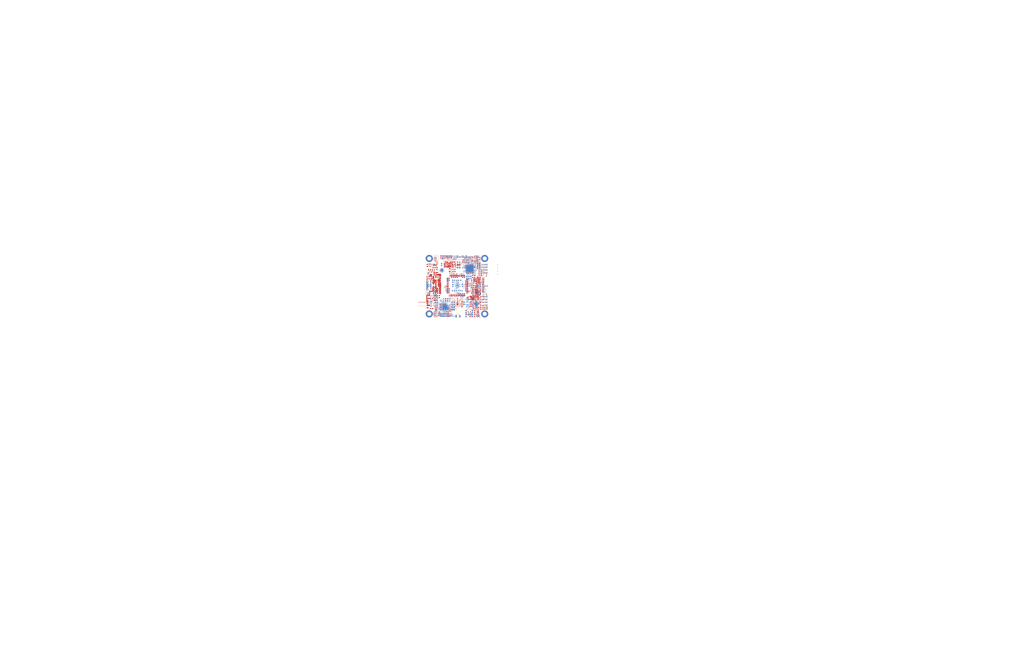
<source format=kicad_pcb>
(kicad_pcb (version 20240108) (generator "pcbnew") (generator_version "8.0")
  (layers (0 "F.Cu" signal) (1 "In1.Cu" signal) (2 "In2.Cu" signal) (3 "In3.Cu" signal) (4 "In4.Cu" signal) (31 "B.Cu" signal) (34 "B.Paste" user) (35 "F.Paste" user) (36 "B.SilkS" user "B.Silkscreen") (37 "F.SilkS" user "F.Silkscreen") (38 "B.Mask" user) (39 "F.Mask" user) (44 "Edge.Cuts" user))
  (net 0 "")
  (net 1 "GND")
  (net 2 "Net-(ANT3101-Pad1)")
  (net 3 "/FBD_Quadcopter/Power Supply/+5VDC")
  (net 4 "/FBD_Quadcopter/FBD_FlightController/OV2640 Driver/OV2460_DVDD")
  (net 5 "/FBD_Quadcopter/FBD_FlightController/OV2640 Driver/OV2460_AVDD")
  (net 6 "/FBD_Quadcopter/FBD_FlightController/+3V3DC")
  (net 7 "/FBD_Quadcopter/FBD_FlightController/STM32U575 Driver/SWRST")
  (net 8 "/FBD_Quadcopter/FBD_FlightController/STM32U575 Driver/STM32U5_VDD11")
  (net 9 "/FBD_Quadcopter/FBD_FlightController/STM32U575 Driver/STM32U5_OSC_O")
  (net 10 "/FBD_Quadcopter/FBD_FlightController/STM32U575 Driver/STM32U5_OSC_I")
  (net 11 "/FBD_Quadcopter/FBD_FlightController/+3V3_1")
  (net 12 "/FBD_Quadcopter/FBD_FlightController/ICM-20948 Driver/ICM_REGOUT")
  (net 13 "/FBD_Quadcopter/FBD_FlightController/Motor Driver/MOTOR_VM")
  (net 14 "/FBD_Quadcopter/FBD_RadioController/+3V3_2")
  (net 15 "/FBD_Quadcopter/FBD_RadioController/STM32WLE5 Driver/STM32WLE5_VDDRF")
  (net 16 "/FBD_Quadcopter/FBD_RadioController/STM32WLE5 Driver/STM32WLE5_+1.55V")
  (net 17 "/FBD_Quadcopter/FBD_RadioController/STM32WLE5 Driver/SWRST")
  (net 18 "/FBD_Quadcopter/FBD_RadioController/STM32WLE5 Driver/STM32WLE5_OSC-IN")
  (net 19 "/FBD_Quadcopter/FBD_RadioController/STM32WLE5 Driver/STM32WLE5_OSC-OUT")
  (net 20 "/FBD_Quadcopter/FBD_RadioController/Antenna Driver/VR_PA")
  (net 21 "Net-(U2901-Y1)")
  (net 22 "Net-(U2901-Y0)")
  (net 23 "/FBD_Quadcopter/FBD_RadioController/Antenna Driver/RFI_N")
  (net 24 "Net-(U2902-RF1)")
  (net 25 "/FBD_Quadcopter/FBD_RadioController/Antenna Driver/RFI_P")
  (net 26 "Net-(C2908-Pad1)")
  (net 27 "Net-(C2909-Pad1)")
  (net 28 "Net-(C2910-Pad2)")
  (net 29 "Net-(C2911-Pad2)")
  (net 30 "Net-(C2914-Pad2)")
  (net 31 "Net-(C2915-Pad2)")
  (net 32 "Net-(U2902-RF2)")
  (net 33 "Net-(U2902-RF3)")
  (net 34 "Net-(U2902-V1)")
  (net 35 "Net-(U2902-V2)")
  (net 36 "Net-(U2902-VDD)")
  (net 37 "Net-(C2921-Pad2)")
  (net 38 "Net-(U2902-RFin)")
  (net 39 "Net-(C2923-Pad1)")
  (net 40 "/FBD_Quadcopter/FBD_RadioController/ATWIL1000C Driver/ATWILC_+1.3V")
  (net 41 "Net-(U3101-VDD_AMS_1V3)")
  (net 42 "Net-(U3101-VDD_RF_RX_1V3)")
  (net 43 "Net-(U3101-VBATT_BUCK_3V3)")
  (net 44 "Net-(U3101-VDD_BATT_PA_3V3)")
  (net 45 "/FBD_Quadcopter/FBD_RadioController/ATWIL1000C Driver/ATWILC_XOP")
  (net 46 "/FBD_Quadcopter/FBD_RadioController/ATWIL1000C Driver/ATWILC_XON")
  (net 47 "Net-(C3112-Pad1)")
  (net 48 "Net-(C3112-Pad2)")
  (net 49 "/FBD_Quadcopter/FBD_RadioController/ATWIL1000C Driver/ATWILC_+3.3V")
  (net 50 "Net-(C3117-Pad2)")
  (net 51 "Net-(C3119-Pad1)")
  (net 52 "Net-(U3101-RFION)")
  (net 53 "Net-(U3101-RFIOP)")
  (net 54 "/FBD_Quadcopter/Power Supply/BATTERY CHARGER/MCP_VDD")
  (net 55 "/FBD_Quadcopter/Power Supply/BATTERY CHARGER/MCP_VBAT")
  (net 56 "Net-(C3303-Pad2)")
  (net 57 "/FBD_Quadcopter/FBD_FlightController/LDO_EN")
  (net 58 "/FBD_Quadcopter/Power Supply/LDO +3V3/TLV_EN")
  (net 59 "/FBD_Quadcopter/Power Supply/BATTERY CHARGER/DM")
  (net 60 "/FBD_Quadcopter/Power Supply/BATTERY CHARGER/DP")
  (net 61 "/FBD_Quadcopter/Power Supply/BATTERY CHARGER/ID")
  (net 62 "/FBD_Quadcopter/Power Supply/SMPS DCDC-BOOST +5V/TPS_SW")
  (net 63 "Net-(F2201-Pad1)")
  (net 64 "/FBD_Quadcopter/FBD_FlightController/STM32U575 Driver/STM32U5_SWCLK")
  (net 65 "/FBD_Quadcopter/FBD_FlightController/STM32U575 Driver/STM32U5_SWDIO")
  (net 66 "Net-(J701-Pad3)")
  (net 67 "Net-(J701-Pad2)")
  (net 68 "Net-(J1601-Pad2)")
  (net 69 "Net-(J1701-Pad2)")
  (net 70 "Net-(J1801-Pad2)")
  (net 71 "Net-(J1901-Pad2)")
  (net 72 "/FBD_Quadcopter/FBD_FlightController/OV2640 Driver/OV2460_XCLK")
  (net 73 "/FBD_Quadcopter/FBD_FlightController/OV2640 Driver/OV2460_DATA1")
  (net 74 "/FBD_Quadcopter/FBD_FlightController/OV2640 Driver/OV2460_DATA6")
  (net 75 "/FBD_Quadcopter/FBD_FlightController/OV2640 Driver/OV2460_SIOC")
  (net 76 "/FBD_Quadcopter/FBD_FlightController/OV2640 Driver/OV2460_DATA5")
  (net 77 "/FBD_Quadcopter/FBD_FlightController/OV2640 Driver/OV2460_DATA9")
  (net 78 "/FBD_Quadcopter/FBD_FlightController/OV2640 Driver/OV2460_PCLK")
  (net 79 "/FBD_Quadcopter/FBD_FlightController/OV2640 Driver/OV2460_DATA7")
  (net 80 "/FBD_Quadcopter/FBD_FlightController/OV2640 Driver/OV2460_DATA2")
  (net 81 "/FBD_Quadcopter/FBD_FlightController/OV2640 Driver/OV2460_DATA0")
  (net 82 "/FBD_Quadcopter/FBD_FlightController/OV2640 Driver/OV2460_RESETB")
  (net 83 "/FBD_Quadcopter/FBD_FlightController/OV2640 Driver/OV2460_DATA4")
  (net 84 "/FBD_Quadcopter/FBD_FlightController/OV2640 Driver/OV2460_DATA8")
  (net 85 "/FBD_Quadcopter/FBD_FlightController/OV2640 Driver/OV2460_PWDN")
  (net 86 "/FBD_Quadcopter/FBD_FlightController/OV2640 Driver/OV2460_SIOD")
  (net 87 "/FBD_Quadcopter/FBD_FlightController/OV2640 Driver/OV2460_DATA3")
  (net 88 "/FBD_Quadcopter/FBD_FlightController/OV2640 Driver/OV2460_HREF")
  (net 89 "/FBD_Quadcopter/FBD_FlightController/OV2640 Driver/OV2460_VSYNC")
  (net 90 "/FBD_Quadcopter/FBD_FlightController/OV2640 Driver/OV2460_STROBE")
  (net 91 "/FBD_Quadcopter/FBD_FlightController/Motor Driver/DRV8837 Driver/DRV8837_OUT_2")
  (net 92 "/FBD_Quadcopter/FBD_FlightController/Motor Driver/DRV8837 Driver/DRV8837_OUT_1")
  (net 93 "/FBD_Quadcopter/FBD_FlightController/Motor Driver/DRV8837 Driver1/DRV8837_OUT_2")
  (net 94 "/FBD_Quadcopter/FBD_FlightController/Motor Driver/DRV8837 Driver1/DRV8837_OUT_1")
  (net 95 "/FBD_Quadcopter/FBD_FlightController/Motor Driver/DRV8837 Driver2/DRV8837_OUT_1")
  (net 96 "/FBD_Quadcopter/FBD_FlightController/Motor Driver/DRV8837 Driver2/DRV8837_OUT_2")
  (net 97 "/FBD_Quadcopter/FBD_FlightController/Motor Driver/DRV8837 Driver3/DRV8837_OUT_2")
  (net 98 "/FBD_Quadcopter/FBD_FlightController/Motor Driver/DRV8837 Driver3/DRV8837_OUT_1")
  (net 99 "/FBD_Quadcopter/FBD_RadioController/STM32WLE5 Driver/STM32WLE5_SWCLK")
  (net 100 "/FBD_Quadcopter/FBD_RadioController/STM32WLE5 Driver/STM32WLE5_SWDIO")
  (net 101 "Net-(J2801-Pad2)")
  (net 102 "Net-(J2801-Pad3)")
  (net 104 "/FBD_Quadcopter/Power Supply/BATTERY CHARGER/VBUS")
  (net 105 "/FBD_Quadcopter/FBD_FlightController/STM32U575 Driver/STM32U5_BOOT0")
  (net 106 "/FBD_Quadcopter/FBD_RadioController/STM32WLE5 Driver/STM32WLE5_BOOT0")
  (net 107 "/FBD_Quadcopter/FBD_FlightController/STM32U575 Driver/STM32U5_VDDSMPS")
  (net 108 "/FBD_Quadcopter/FBD_RadioController/STM32WLE5 Driver/STM32WLE5_VLXSMPS")
  (net 109 "/FBD_Quadcopter/FBD_RadioController/Antenna Driver/RFO_LP")
  (net 110 "Net-(L3103-Pad2)")
  (net 111 "/FBD_Quadcopter/FBD_RadioController/ATWIL1000C Driver/ATWILC_SW")
  (net 112 "Net-(LED601-Pad2)")
  (net 113 "Net-(LED1501-Pad2)")
  (net 114 "Net-(LED1502-Pad2)")
  (net 115 "Net-(LED2701-Pad2)")
  (net 116 "Net-(LED3001-Pad2)")
  (net 117 "Net-(LED3002-Pad2)")
  (net 118 "Net-(LED3003-Pad2)")
  (net 119 "Net-(LED3401-Pad2)")
  (net 120 "Net-(LED3501-Pad2)")
  (net 121 "Net-(LED3601-Pad2)")
  (net 122 "Net-(LED3701-Pad2)")
  (net 123 "/FBD_Quadcopter/Power Supply/TLV13_EN")
  (net 124 "/FBD_Quadcopter/Power Supply/TLV28_EN")
  (net 125 "/FBD_Quadcopter/FBD_FlightController/STM32U575 Driver/STM32U5_NRST")
  (net 126 "/FBD_Quadcopter/FBD_FlightController/STM32U575 Driver/STM32U5_LED_IND")
  (net 127 "/FBD_Quadcopter/FBD_FlightController/I2C_SDA")
  (net 128 "/FBD_Quadcopter/FBD_FlightController/I2C_SCL")
  (net 129 "/FBD_Quadcopter/FBD_FlightController/Debug USART/UART_RX")
  (net 130 "/FBD_Quadcopter/FBD_FlightController/Debug USART/UART_TX")
  (net 131 "/FBD_Quadcopter/FBD_FlightController/Battery Voltage Sampler/MCP_VIN+")
  (net 132 "/FBD_Quadcopter/FBD_FlightController/Battery Voltage Sampler/MCP_VIN-")
  (net 133 "/FBD_Quadcopter/FBD_FlightController/Battery Voltage Sampler/MCP_VOUUT")
  (net 134 "/FBD_Quadcopter/FBD_FlightController/ICM_INT")
  (net 135 "/FBD_Quadcopter/FBD_FlightController/ICM-20948 Driver/ICM_nCS")
  (net 136 "/FBD_Quadcopter/FBD_FlightController/ICM-20948 Driver/ICM_FSYNC")
  (net 137 "/FBD_Quadcopter/FBD_FlightController/BME280 Driver/BME280_CSB")
  (net 138 "/FBD_Quadcopter/FBD_FlightController/GPIO Expander/PI4IOE5V9554 Driver2/P14IOE5_O5")
  (net 139 "/FBD_Quadcopter/FBD_FlightController/GPIO Expander/PI4IOE5V9554 Driver2/P14IOE5_O6")
  (net 140 "/FBD_Quadcopter/FBD_FlightController/GPIO Expander/PI4IOE5V9554 Driver2/P14IOE5_O1")
  (net 141 "/FBD_Quadcopter/FBD_FlightController/GPIO Expander/PI4IOE5V9554 Driver2/P14IOE5_O2")
  (net 142 "/FBD_Quadcopter/FBD_FlightController/GPIO Expander/PI4IOE5V9554 Driver2/P14IOE5_O3")
  (net 143 "/FBD_Quadcopter/FBD_FlightController/GPIO Expander/PI4IOE5V9554 Driver2/P14IOE5_O4")
  (net 144 "/FBD_Quadcopter/FBD_FlightController/W25Q64 Driver/W25Q64_~{CS}")
  (net 145 "/FBD_Quadcopter/FBD_RadioController/STM32WLE5 Driver/STM32U5_VCC")
  (net 146 "/FBD_Quadcopter/FBD_RadioController/STM32WLE5 Driver/STM32WLE5_NRST")
  (net 147 "/FBD_Quadcopter/FBD_RadioController/STM32WLE5 Driver/LED_INDC")
  (net 148 "/FBD_Quadcopter/FBD_RadioController/DEBUG UART/UART_RX")
  (net 149 "/FBD_Quadcopter/FBD_RadioController/DEBUG UART/UART_TX")
  (net 150 "/FBD_Quadcopter/FBD_RadioController/Antenna Driver/RFO_HP")
  (net 151 "/FBD_Quadcopter/FBD_RadioController/Antenna Driver/FE_CTRL1")
  (net 152 "/FBD_Quadcopter/FBD_RadioController/Antenna Driver/FE_CTRL2")
  (net 153 "/FBD_Quadcopter/FBD_RadioController/Antenna Driver/FE_CTRL3")
  (net 154 "/FBD_Quadcopter/FBD_RadioController/Activity LEDs Driver/LED_SIG_RED")
  (net 155 "/FBD_Quadcopter/FBD_RadioController/Activity LEDs Driver/LED_SIG_GREEN")
  (net 156 "/FBD_Quadcopter/FBD_RadioController/Activity LEDs Driver/LED_SIG_BLUE")
  (net 157 "/FBD_Quadcopter/FBD_RadioController/ATWIL1000C Driver/ATWILC_~{SDIO}_SPI")
  (net 158 "/FBD_Quadcopter/FBD_RadioController/ATWIL1000C Driver/ATWILC_CHIPN")
  (net 159 "/FBD_Quadcopter/FBD_RadioController/ATWIL1000C Driver/SPI_CS")
  (net 160 "/FBD_Quadcopter/FBD_RadioController/ATWIL1000C Driver/I2C_SDA")
  (net 161 "Net-(U3101-GPIO3)")
  (net 162 "/FBD_Quadcopter/FBD_RadioController/ATWIL1000C Driver/ATWILC_RXD")
  (net 163 "Net-(U3101-GPIO5)")
  (net 164 "/FBD_Quadcopter/FBD_RadioController/ATWIL1000C Driver/ATWILC_TXD")
  (net 165 "/FBD_Quadcopter/FBD_RadioController/ATWIL1000C Driver/ATWILC_RESETN")
  (net 166 "/FBD_Quadcopter/FBD_RadioController/ATWIL1000C Driver/I2C_SCL")
  (net 167 "/FBD_Quadcopter/Power Supply/LDO +3V3_1/TLV_EN")
  (net 168 "/FBD_Quadcopter/Power Supply/LDO +3V3_2/TLV_EN")
  (net 169 "/FBD_Quadcopter/Power Supply/LDO +3V3_3/TLV_EN")
  (net 174 "/FBD_Quadcopter/FBD_FlightController/Motor Driver/DRV8837 Driver/SN74LVC1G18_A")
  (net 176 "/FBD_Quadcopter/FBD_FlightController/W25Q64 Driver/W25Q64_IO3")
  (net 177 "/FBD_Quadcopter/FBD_FlightController/RADIO_CTR_SPI_CLK")
  (net 181 "/FBD_Quadcopter/FBD_FlightController/RADIO_CTR_SPI_MOSI")
  (net 184 "/FBD_Quadcopter/FBD_FlightController/Motor Driver/DRV8837 Driver3/SN74LVC1G18_A")
  (net 185 "/FBD_Quadcopter/FBD_FlightController/W25Q64 Driver/W25Q64_IO0")
  (net 186 "/FBD_Quadcopter/FBD_FlightController/Motor Driver/DRV8837 Driver1/SN74LVC1G18_A")
  (net 190 "/FBD_Quadcopter/FBD_FlightController/W25Q64 Driver/W25Q64_CLK")
  (net 198 "/FBD_Quadcopter/FBD_FlightController/W25Q64 Driver/W25Q64_IO2")
  (net 203 "/FBD_Quadcopter/FBD_FlightController/Motor Driver/DRV8837 Driver2/SN74LVC1G18_A")
  (net 205 "/FBD_Quadcopter/FBD_FlightController/RADIO_CTR_SPI_NSS")
  (net 206 "/FBD_Quadcopter/FBD_FlightController/RADIO_CTR_UART_TX")
  (net 207 "/FBD_Quadcopter/FBD_FlightController/W25Q64 Driver/W25Q64_IO1")
  (net 209 "/FBD_Quadcopter/FBD_FlightController/RADIO_CTR_UART_RX")
  (net 216 "/FBD_Quadcopter/FBD_FlightController/RADIO_CTR_SPI_MISO")
  (net 218 "/FBD_Quadcopter/FBD_FlightController/GPIO Expander/PI4IOE5V9554 Driver/P14IOE5_O7")
  (net 219 "/FBD_Quadcopter/FBD_FlightController/GPIO Expander/PI4IOE5V9554 Driver/P14IOE5_O2")
  (net 220 "/FBD_Quadcopter/FBD_FlightController/GPIO Expander/PI4IOE5V9554 Driver/P14IOE5_O8")
  (net 221 "/FBD_Quadcopter/FBD_FlightController/GPIO Expander/PI4IOE5V9554 Driver/P14IOE5_O6")
  (net 222 "/FBD_Quadcopter/FBD_FlightController/GPIO Expander/PI4IOE5V9554 Driver/P14IOE5_O4")
  (net 223 "/FBD_Quadcopter/FBD_FlightController/GPIO Expander/PI4IOE5V9554 Driver/P14IOE5_O3")
  (net 225 "/FBD_Quadcopter/FBD_FlightController/GPIO Expander/PI4IOE5V9554 Driver/P14IOE5_O1")
  (net 226 "/FBD_Quadcopter/FBD_FlightController/GPIO Expander/PI4IOE5V9554 Driver/P14IOE5_O5")
  (net 228 "/FBD_Quadcopter/FBD_FlightController/GPIO Expander/PI4IOE5V9554 Driver2/P14IOE5_O7")
  (net 230 "/FBD_Quadcopter/FBD_FlightController/BME280 Driver/BME280_A0")
  (net 244 "/FBD_Quadcopter/FBD_FlightController/Motor Driver/DRV8837 Driver/DRV8837_IN_2")
  (net 245 "/FBD_Quadcopter/FBD_FlightController/Motor Driver/DRV8837 Driver/DRV8837_IN_1")
  (net 246 "/FBD_Quadcopter/FBD_FlightController/Motor Driver/DRV8837 Driver1/DRV8837_IN_1")
  (net 247 "/FBD_Quadcopter/FBD_FlightController/Motor Driver/DRV8837 Driver1/DRV8837_IN_2")
  (net 248 "/FBD_Quadcopter/FBD_FlightController/Motor Driver/DRV8837 Driver2/DRV8837_IN_1")
  (net 249 "/FBD_Quadcopter/FBD_FlightController/Motor Driver/DRV8837 Driver2/DRV8837_IN_2")
  (net 250 "/FBD_Quadcopter/FBD_FlightController/Motor Driver/DRV8837 Driver3/DRV8837_IN_1")
  (net 251 "/FBD_Quadcopter/FBD_FlightController/Motor Driver/DRV8837 Driver3/DRV8837_IN_2")
  (net 253 "/FBD_Quadcopter/FBD_RadioController/STM32WLE5 Driver/STM32WLE5_VDDPA")
  (net 254 "/FBD_Quadcopter/FBD_RadioController/ATWIL1000C Driver/SPI_MOSI")
  (net 255 "/FBD_Quadcopter/FBD_RadioController/ATWIL1000C Driver/SPI_MISO")
  (net 256 "/FBD_Quadcopter/FBD_RadioController/ATWIL1000C Driver/SPI_SCK")
  (footprint "Capacitor_SMD:C_0603_1608Metric" (layer "F.Cu") (at 184.785 212.7225)
    (property "Reference" "C2703" (hide yes))
    (property "Value" "1uF_10V_X7R")
  )
  (footprint "Resistor_SMD:R_0603_1608Metric" (layer "F.Cu") (at 168.951 213.192)
    (property "Reference" "R3601" (hide yes))
    (property "Value" "100kR_1/10W_1%")
  )
  (footprint "Resistor_SMD:R_0603_1608Metric" (layer "F.Cu") (at 189.865 221.2208 -90)
    (property "Reference" "R2704" (hide yes))
    (property "Value" "470R_1/10W_1%")
  )
  (footprint "Capacitor_SMD:C_0603_1608Metric" (layer "F.Cu") (at 194.970001 229.417 180)
    (property "Reference" "C2102" (hide yes))
    (property "Value" "4u7F_16V_X7R")
  )
  (footprint "Capacitor_SMD:C_0603_1608Metric" (layer "F.Cu") (at 162.814 233.172 180)
    (property "Reference" "C3305" (hide yes))
    (property "Value" "4u7F_16V_X7R")
  )
  (footprint "Package_TO_SOT_SMD:SOT-363_SC-70-6" (layer "F.Cu") (at 160.924534 244.475 180)
    (property "Reference" "U2301" (hide yes))
    (property "Value" "SN74LVC1G18DCKR")
  )
  (footprint "Inductor_SMD:L_0402_1005Metric" (layer "F.Cu") (at 178.9912 205.7908 180)
    (property "Reference" "L2908" (hide yes))
    (property "Value" "8n7H_540mA_0.14R")
  )
  (footprint "Package_TO_SOT_SMD:SOT-23-5" (layer "F.Cu") (at 161.8035 228.158)
    (property "Reference" "U3301" (hide yes))
    (property "Value" "TPS613222ADBVR")
  )
  (footprint "Resistor_SMD:R_0603_1608Metric" (layer "F.Cu") (at 171.219 205.7908 90)
    (property "Reference" "R2902" (hide yes))
    (property "Value" "100R_1/10W_1%")
  )
  (footprint "Capacitor_SMD:C_0603_1608Metric" (layer "F.Cu") (at 195.6562 207.137 90)
    (property "Reference" "C2503" (hide yes))
    (property "Value" "1uF_10V_X7R")
  )
  (footprint "Diode_SMD:D_SMA" (layer "F.Cu") (at 161.29 224.536 180)
    (property "Reference" "D3301" (hide yes))
    (property "Value" "SK510A-LTP")
  )
  (footprint "Capacitor_SMD:C_0603_1608Metric" (layer "F.Cu") (at 194.691 211.4296 180)
    (property "Reference" "C2502" (hide yes))
    (property "Value" "100nF_16V_X7R")
  )
  (footprint "Capacitor_SMD:C_0603_1608Metric" (layer "F.Cu") (at 191.389 252.2474 -90)
    (property "Reference" "C2403" (hide yes))
    (property "Value" "1uF_10V_X7R")
  )
  (footprint "Resistor_SMD:R_0603_1608Metric" (layer "F.Cu") (at 158.877 216.027)
    (property "Reference" "R3401" (hide yes))
    (property "Value" "100kR_1/10W_1%")
  )
  (footprint "Inductor_SMD:L_0402_1005Metric" (layer "F.Cu") (at 172.085 248.135 90)
    (property "Reference" "FB3101" (hide yes))
    (property "Value" "FB_550mA_0.19R")
  )
  (footprint "Capacitor_SMD:C_0603_1608Metric" (layer "F.Cu") (at 153.924 212.471 90)
    (property "Reference" "C2601" (hide yes))
    (property "Value" "100nF_16V_X7R")
  )
  (footprint "LED_SMD:LED_0603_1608Metric" (layer "F.Cu") (at 154.559 223.139)
    (property "Reference" "LED3401" (hide yes))
    (property "Value" "GREEN_3.3V_20mA")
  )
  (footprint "Connector_PinHeader_1.27mm:PinHeader_1x02_P1.27mm_Vertical" (layer "F.Cu") (at 201.183 237.236 -90)
    (property "Reference" "J1901" (hide yes))
    (property "Value" "HDR_1X2_VERT")
  )
  (footprint "Resistor_SMD:R_0603_1608Metric" (layer "F.Cu") (at 164.615 205.7908 90)
    (property "Reference" "R2904" (hide yes))
    (property "Value" "100R_1/10W_1%")
  )
  (footprint "Capacitor_SMD:C_0603_1608Metric" (layer "F.Cu") (at 193.421 245.745)
    (property "Reference" "C1201" (hide yes))
    (property "Value" "100nF_16V_X7R")
  )
  (footprint "MountingHole:MountingHole_3.2mm_M3_DIN965_Pad_TopBottom" (layer "F.Cu") (at 199.4662 250.952)
    (property "Reference" "MH3802" (hide yes))
    (property "Value" "M3")
  )
  (footprint "Resistor_SMD:R_0603_1608Metric" (layer "F.Cu") (at 192.43 224.599 -90)
    (property "Reference" "R501" (hide yes))
    (property "Value" "100kR_1/10W_1%")
  )
  (footprint "Resistor_SMD:R_0603_1608Metric" (layer "F.Cu") (at 173.609 242.57 -90)
    (property "Reference" "R3110" (hide yes))
    (property "Value" "1kR_1/10W_1%")
  )
  (footprint "Capacitor_SMD:C_0603_1608Metric" (layer "F.Cu") (at 169.418 245.999 180)
    (property "Reference" "C3109" (hide yes))
    (property "Value" "1uF_10V_X7R")
  )
  (footprint "Connector_PinHeader_1.27mm:PinHeader_1x02_P1.27mm_Vertical" (layer "F.Cu") (at 201.183 243.967 -90)
    (property "Reference" "J1601" (hide yes))
    (property "Value" "HDR_1X2_VERT")
  )
  (footprint "Diode_SMD:D_0402_1005Metric" (layer "F.Cu") (at 163.078 231.902 180)
    (property "Reference" "D3302" (hide yes))
    (property "Value" "GG040205100N2P")
  )
  (footprint "Capacitor_SMD:C_0603_1608Metric" (layer "F.Cu") (at 163.179 221.639 180)
    (property "Reference" "C3303" (hide yes))
    (property "Value" "680pF_100V_X7R")
  )
  (footprint "_PCBLIB_Qcopter:CVILUX_CF35242D0RD-NH" (layer "F.Cu") (at 200.787 228.136 90)
    (property "Reference" "J2101" (hide yes))
    (property "Value" "FPC_24_R/A-BOTT")
  )
  (footprint "Capacitor_SMD:C_0603_1608Metric" (layer "F.Cu") (at 161.29 218.821 90)
    (property "Reference" "C3401" (hide yes))
    (property "Value" "10uF_16V_X5R")
  )
  (footprint "Package_TO_SOT_SMD:SOT-363_SC-70-6" (layer "F.Cu") (at 187.806483 250.835983)
    (property "Reference" "U2401" (hide yes))
    (property "Value" "SN74LVC1G18DCKR")
  )
  (footprint "Capacitor_SMD:C_0603_1608Metric" (layer "F.Cu") (at 175.133 246.875 90)
    (property "Reference" "C3104" (hide yes))
    (property "Value" "4u7F_16V_X7R")
  )
  (footprint "Capacitor_SMD:C_0603_1608Metric" (layer "F.Cu") (at 194.945 232.537 180)
    (property "Reference" "C2103" (hide yes))
    (property "Value" "4u7F_16V_X7R")
  )
  (footprint "Capacitor_SMD:C_0603_1608Metric" (layer "F.Cu") (at 194.970001 227.893 180)
    (property "Reference" "C503" (hide yes))
    (property "Value" "10uF_16V_X5R")
  )
  (footprint "Fiducial:Fiducial_0.5mm_Mask1mm" (layer "F.Cu") (at 209.7278 219.6338)
    (property "Reference" "FD3804" (hide yes))
    (property "Value" "~")
  )
  (footprint "Capacitor_SMD:C_0603_1608Metric" (layer "F.Cu") (at 159.258 214.249)
    (property "Reference" "C2602" (hide yes))
    (property "Value" "100nF_16V_X7R")
  )
  (footprint "Resistor_SMD:R_0603_1608Metric" (layer "F.Cu") (at 175.1584 242.57 90)
    (property "Reference" "R3108" (hide yes))
    (property "Value" "100kR_1/10W_1%")
  )
  (footprint "LED_SMD:LED_0603_1608Metric" (layer "F.Cu") (at 173.1805 213.192)
    (property "Reference" "LED3601" (hide yes))
    (property "Value" "GREEN_3.3V_20mA")
  )
  (footprint "LED_SMD:LED_0603_1608Metric" (layer "F.Cu") (at 191.4906 221.234101 -90)
    (property "Reference" "LED2701" (hide yes))
    (property "Value" "WHITE_3V2_420mcd")
  )
  (footprint "Capacitor_SMD:C_0603_1608Metric" (layer "F.Cu") (at 188.243999 217.7895 90)
    (property "Reference" "C2705" (hide yes))
    (property "Value" "1uF_10V_X7R")
  )
  (footprint "Capacitor_SMD:C_0402_1005Metric" (layer "F.Cu") (at 187.5002 206.8068)
    (property "Reference" "C2904" (hide yes))
    (property "Value" "33pF_50V_C0G")
  )
  (footprint "Fiducial:Fiducial_0.5mm_Mask1mm" (layer "F.Cu") (at 209.7278 217.0838)
    (property "Reference" "FD3803" (hide yes))
    (property "Value" "~")
  )
  (footprint "Package_QFP:LQFP-100_14x14mm_P0.5mm" (layer "F.Cu") (at 177.8 228.473 180)
    (property "Reference" "U602" (hide yes))
    (property "Value" "STM32U575VIT6Q")
  )
  (footprint "Package_TO_SOT_SMD:SOT-363_SC-70-6" (layer "F.Cu") (at 156.21 212.471 90)
    (property "Reference" "U2601" (hide yes))
    (property "Value" "SN74LVC1G18DCKR")
  )
  (footprint "Capacitor_SMD:C_0402_1005Metric" (layer "F.Cu") (at 188.787 212.2145 -90)
    (property "Reference" "C2902" (hide yes))
    (property "Value" "47nF_25V_X7R")
  )
  (footprint "Resistor_SMD:R_0603_1608Metric" (layer "F.Cu") (at 159.512 234.569001 180)
    (property "Reference" "R804" (hide yes))
    (property "Value" "100kR_1/10W_1%")
  )
  (footprint "Resistor_SMD:R_0603_1608Metric" (layer "F.Cu") (at 174.244 216.408 -90)
    (property "Reference" "R608" (hide yes))
    (property "Value" "10kR_1/10W_1%")
  )
  (footprint "Capacitor_SMD:C_0603_1608Metric" (layer "F.Cu") (at 186.846999 217.7895 90)
    (property "Reference" "C2702" (hide yes))
    (property "Value" "100nF_16V_X7R")
  )
  (footprint "Package_SON:WSON-8-1EP_2x2mm_P0.5mm_EP0.9x1.6mm_ThermalVias" (layer "F.Cu") (at 193.6329 208.8305 -90)
    (property "Reference" "U2502" (hide yes))
    (property "Value" "DRV8837CDSGR")
  )
  (footprint "Resistor_SMD:R_0603_1608Metric" (layer "F.Cu") (at 197.231 244.221)
    (property "Reference" "R1601" (hide yes))
    (property "Value" "100R_1/10W_1%")
  )
  (footprint "Capacitor_SMD:C_0603_1608Metric" (layer "F.Cu") (at 168.126 210.398 -90)
    (property "Reference" "C3601" (hide yes))
    (property "Value" "10uF_16V_X5R")
  )
  (footprint "Capacitor_SMD:C_0603_1608Metric" (layer "F.Cu") (at 191.389 249.2248 -90)
    (property "Reference" "C2401" (hide yes))
    (property "Value" "100nF_16V_X7R")
  )
  (footprint "Resistor_SMD:R_0603_1608Metric" (layer "F.Cu") (at 178.816 214.122 180)
    (property "Reference" "R2702" (hide yes))
    (property "Value" "10kR_1/10W_1%")
  )
  (footprint "Capacitor_SMD:C_0603_1608Metric" (layer "F.Cu") (at 190.3476 205.867 180)
    (property "Reference" "C2501" (hide yes))
    (property "Value" "100nF_16V_X7R")
  )
  (footprint "_PCBLIB_Qcopter:Crystal_SMD_2016-4Pin_2.0x1.6mm" (layer "F.Cu") (at 190.119 232.283 -90)
    (property "Reference" "X601" (hide yes))
    (property "Value" "16MHz_12pF_10ppm")
  )
  (footprint "Capacitor_SMD:C_0603_1608Metric" (layer "F.Cu") (at 165.608 246.126)
    (property "Reference" "C3116" (hide yes))
    (property "Value" "1uF_10V_X7R")
  )
  (footprint "Capacitor_SMD:C_0603_1608Metric" (layer "F.Cu") (at 189.992 230.124)
    (property "Reference" "C605" (hide yes))
    (property "Value" "12pF_50V_C0G")
  )
  (footprint "Resistor_SMD:R_0603_1608Metric" (layer "F.Cu") (at 175.6664 210.693 -90)
    (property "Reference" "R3602" (hide yes))
    (property "Value" "470R_1/10W_1%")
  )
  (footprint "Capacitor_SMD:C_0603_1608Metric" (layer "F.Cu") (at 184.785 214.216501)
    (property "Reference" "C2704" (hide yes))
    (property "Value" "100nF_16V_X7R")
  )
  (footprint "Capacitor_SMD:C_0603_1608Metric" (layer "F.Cu") (at 194.945 234.061 180)
    (property "Reference" "C504" (hide yes))
    (property "Value" "10uF_16V_X5R")
  )
  (footprint "LED_SMD:LED_0603_1608Metric" (layer "F.Cu") (at 182.240962 209.042 90)
    (property "Reference" "LED3003" (hide yes))
    (property "Value" "BLUE_3.3V_20mA")
  )
  (footprint "Connector_PinHeader_1.27mm:PinHeader_1x03_P1.27mm_Vertical" (layer "F.Cu") (at 201.173001 218.44 -90)
    (property "Reference" "J701" (hide yes))
    (property "Value" "HDR_1X3_THD-1.27MM")
  )
  (footprint "Resistor_SMD:R_0603_1608Metric" (layer "F.Cu") (at 197.231 245.745)
    (property "Reference" "R1501" (hide yes))
    (property "Value" "470R_1/10W_1%")
  )
  (footprint "MountingHole:MountingHole_3.2mm_M3_DIN965_Pad_TopBottom" (layer "F.Cu") (at 199.4662 206.9592)
    (property "Reference" "MH3803" (hide yes))
    (property "Value" "M3")
  )
  (footprint "LED_SMD:LED_0603_1608Metric" (layer "F.Cu") (at 194.945 231.013)
    (property "Reference" "LED3501" (hide yes))
    (property "Value" "GREEN_3.3V_20mA")
  )
  (footprint "Connector_PinHeader_1.27mm:PinHeader_1x02_P1.27mm_Vertical" (layer "F.Cu") (at 201.183 239.522 -90)
    (property "Reference" "J1801" (hide yes))
    (property "Value" "HDR_1X2_VERT")
  )
  (footprint "LED_SMD:LED_0603_1608Metric" (layer "F.Cu") (at 194.691 214.53)
    (property "Reference" "LED3001" (hide yes))
    (property "Value" "RED_2V_20mA")
  )
  (footprint "Inductor_SMD:L_0402_1005Metric" (layer "F.Cu") (at 165.227 251.587 90)
    (property "Reference" "FB3104" (hide yes))
    (property "Value" "FB_550mA_0.19R")
  )
  (footprint "Capacitor_SMD:C_0402_1005Metric" (layer "F.Cu") (at 189.865 212.2145 -90)
    (property "Reference" "C2901" (hide yes))
    (property "Value" "68pF_50V_C0G")
  )
  (footprint "Capacitor_SMD:C_0402_1005Metric" (layer "F.Cu") (at 182.2932 205.2828 90)
    (property "Reference" "C2913" (hide yes))
    (property "Value" "3p3F_50V_C0G")
  )
  (footprint "Capacitor_SMD:C_0603_1608Metric" (layer "F.Cu") (at 166.266 205.7908 90)
    (property "Reference" "C2920" (hide yes))
    (property "Value" "1nF_50V_X7R")
  )
  (footprint "Package_TO_SOT_SMD:SOT-23-5" (layer "F.Cu") (at 171.069 210.693)
    (property "Reference" "U3601" (hide yes))
    (property "Value" "TLV74033PDBVR")
  )
  (footprint "Capacitor_SMD:C_0603_1608Metric" (layer "F.Cu") (at 165.608 243.078)
    (property "Reference" "C3101" (hide yes))
    (property "Value" "4u7F_16V_X7R")
  )
  (footprint "Package_TO_SOT_SMD:SOT-23-5" (layer "F.Cu") (at 194.945 224.989 -90)
    (property "Reference" "U501" (hide yes))
    (property "Value" "TLV70313DBVR")
  )
  (footprint "Diode_SMD:D_0603_1608Metric" (layer "F.Cu") (at 155.652252 216.031037 180)
    (property "Reference" "D501" (hide yes))
    (property "Value" "GEN_75V_100mA")
  )
  (footprint "Resistor_SMD:R_0603_1608Metric" (layer "F.Cu") (at 154.305 238.76)
    (property "Reference" "R801" (hide yes))
    (property "Value" "100kR_1/10W_1%")
  )
  (footprint "Jumper:SolderJumper-2_P1.3mm_Open_TrianglePad1.0x1.5mm" (layer "F.Cu") (at 154.051 241.681 -90)
    (property "Reference" "JP2201" (hide yes))
    (property "Value" "JP_2POS")
  )
  (footprint "Resistor_SMD:R_0603_1608Metric" (layer "F.Cu") (at 186.4106 238.4044 90)
    (property "Reference" "R2001" (hide yes))
    (property "Value" "10kR_1/10W_1%")
  )
  (footprint "Capacitor_SMD:C_0603_1608Metric" (layer "F.Cu") (at 188.5826 253.0348)
    (property "Reference" "C2402" (hide yes))
    (property "Value" "100nF_16V_X7R")
  )
  (footprint "Capacitor_SMD:C_0603_1608Metric" (layer "F.Cu") (at 169.418 247.396 180)
    (property "Reference" "C3120" (hide yes))
    (property "Value" "1uF_10V_X7R")
  )
  (footprint "Capacitor_SMD:C_0402_1005Metric" (layer "F.Cu") (at 183.6902 206.8068 180)
    (property "Reference" "C2910" (hide yes))
    (property "Value" "2p7F_50V_C0G")
  )
  (footprint "Resistor_SMD:R_0603_1608Metric" (layer "F.Cu") (at 186.812961 209.042 90)
    (property "Reference" "R3002" (hide yes))
    (property "Value" "100R_1/10W_1%")
  )
  (footprint "Capacitor_SMD:C_0603_1608Metric" (layer "F.Cu") (at 189.738 217.7895 90)
    (property "Reference" "C2706" (hide yes))
    (property "Value" "100nF_16V_X7R")
  )
  (footprint "Package_TO_SOT_SMD:SOT-23-5" (layer "F.Cu") (at 160.909 237.617 -90)
    (property "Reference" "U801" (hide yes))
    (property "Value" "MCP6006T-E/OT")
  )
  (footprint "Capacitor_SMD:C_0603_1608Metric" (layer "F.Cu") (at 160.909 240.538 180)
    (property "Reference" "C801" (hide yes))
    (property "Value" "100nF_16V_X7R")
  )
  (footprint "Capacitor_SMD:C_0603_1608Metric" (layer "F.Cu") (at 173.609 246.875 90)
    (property "Reference" "C3103" (hide yes))
    (property "Value" "4u7F_16V_X7R")
  )
  (footprint "Capacitor_SMD:C_0603_1608Metric" (layer "F.Cu") (at 168.021 251.854 -90)
    (property "Reference" "C3111" (hide yes))
    (property "Value" "4u7F_16V_X7R")
  )
  (footprint "Connector_PinHeader_1.27mm:PinHeader_1x04_P1.27mm_Vertical" (layer "F.Cu") (at 201.173002 213.995 -90)
    (property "Reference" "J601" (hide yes))
    (property "Value" "HDR_1X4_VERT")
  )
  (footprint "Resistor_SMD:R_0603_1608Metric" (layer "F.Cu") (at 189.992 224.154999)
    (property "Reference" "R603" (hide yes))
    (property "Value" "100kR_1/10W_1%")
  )
  (footprint "Resistor_SMD:R_0805_2012Metric" (layer "F.Cu") (at 159.737 221.639 180)
    (property "Reference" "R3301" (hide yes))
    (property "Value" "4R7_1/4W_1%")
  )
  (footprint "Capacitor_SMD:C_0603_1608Metric" (layer "F.Cu") (at 159.512 232.41)
    (property "Reference" "C3302" (hide yes))
    (property "Value" "4u7F_16V_X7R")
  )
  (footprint "Capacitor_SMD:C_0402_1005Metric" (layer "F.Cu") (at 180.8962 205.7908 180)
    (property "Reference" "C2915" (hide yes))
    (property "Value" "33pF_50V_C0G")
  )
  (footprint "Diode_SMD:D_0402_1005Metric" (layer "F.Cu") (at 154.028 227.457 180)
    (property "Reference" "D3203" (hide yes))
    (property "Value" "GG040205100N2P")
  )
  (footprint "Resistor_SMD:R_0603_1608Metric" (layer "F.Cu") (at 197.231 241.808)
    (property "Reference" "R1701" (hide yes))
    (property "Value" "100R_1/10W_1%")
  )
  (footprint "Capacitor_SMD:C_0603_1608Metric" (layer "F.Cu") (at 192.471001 227.711 90)
    (property "Reference" "C603" (hide yes))
    (property "Value" "100nF_16V_X7R")
  )
  (footprint "_PCBLIB_Qcopter:QFN-16-1EP_3x3mm_P0.5mm_EP1.75x1.75mm_ThermalVias" (layer "F.Cu") (at 192.798 242.814 180)
    (property "Reference" "U1201" (hide yes))
    (property "Value" "PI4IOE5V9554ZHEX")
  )
  (footprint "_PCBLIB_Qcopter:SOIC-8_5.23x5.23mm_P1.27mm" (layer "F.Cu") (at 185.039 243.078)
    (property "Reference" "U2001" (hide yes))
    (property "Value" "W25Q64JVSSIQ")
  )
  (footprint "Inductor_SMD:L_0402_1005Metric" (layer "F.Cu") (at 186.4842 205.7908 180)
    (property "Reference" "L2903" (hide yes))
    (property "Value" "3n3H_2A_30mOhm")
  )
  (footprint "MountingHole:MountingHole_3.2mm_M3_DIN965_Pad_TopBottom" (layer "F.Cu") (at 155.448 206.9592)
    (property "Reference" "MH3804" (hide yes))
    (property "Value" "M3")
  )
  (footprint "Capacitor_SMD:C_0603_1608Metric" (layer "F.Cu") (at 190.373 213.8655 180)
    (property "Reference" "C2707" (hide yes))
    (property "Value" "4u7F_16V_X7R")
  )
  (footprint "Resistor_SMD:R_0603_1608Metric" (layer "F.Cu") (at 193.222 239.571)
    (property "Reference" "R502" (hide yes))
    (property "Value" "100kR_1/10W_1%")
  )
  (footprint "_PCBLIB_Qcopter:LOGO_Mend0z0" (layer "F.Cu") (at 177.561059 250.870994)
    (property "Reference" "TXT3801" (hide yes))
    (property "Value" "~")
  )
  (footprint "Resistor_SMD:R_0603_1608Metric" (layer "F.Cu") (at 194.691 212.979)
    (property "Reference" "R3001" (hide yes))
    (property "Value" "470R_1/10W_1%")
  )
  (footprint "Diode_SMD:D_0402_1005Metric" (layer "F.Cu") (at 154.028 229.489 180)
    (property "Reference" "D3201" (hide yes))
    (property "Value" "GG040205100N2P")
  )
  (footprint "Package_SON:WSON-8-1EP_2x2mm_P0.5mm_EP0.9x1.6mm_ThermalVias" (layer "F.Cu") (at 160.909 247.777 90)
    (property "Reference" "U2302" (hide yes))
    (property "Value" "DRV8837CDSGR")
  )
  (footprint "Capacitor_SMD:C_0603_1608Metric" (layer "F.Cu") (at 169.568 205.7908 90)
    (property "Reference" "C2919" (hide yes))
    (property "Value" "1nF_50V_X7R")
  )
  (footprint "Capacitor_SMD:C_0603_1608Metric" (layer "F.Cu") (at 157.099 246.761 180)
    (property "Reference" "C2301" (hide yes))
    (property "Value" "100nF_16V_X7R")
  )
  (footprint "Capacitor_SMD:C_0603_1608Metric" (layer "F.Cu") (at 167.894 243.84 -90)
    (property "Reference" "C3118" (hide yes))
    (property "Value" "1uF_10V_X7R")
  )
  (footprint "Capacitor_SMD:C_0603_1608Metric" (layer "F.Cu") (at 162.814 234.569 180)
    (property "Reference" "C3304" (hide yes))
    (property "Value" "4u7F_16V_X7R")
  )
  (footprint "LED_SMD:LED_0603_1608Metric" (layer "F.Cu") (at 168.402 239.776 -90)
    (property "Reference" "LED601" (hide yes))
    (property "Value" "WHITE_3V2_420mcd")
  )
  (footprint "Capacitor_SMD:C_0603_1608Metric" (layer "F.Cu") (at 162.814 230.759 180)
    (property "Reference" "C3306" (hide yes))
    (property "Value" "4u7F_16V_X7R")
  )
  (footprint "Inductor_SMD:L_0402_1005Metric" (layer "F.Cu") (at 185.5952 206.8068 180)
    (property "Reference" "L2902" (hide yes))
    (property "Value" "47nH_210mA_1.08Ohm")
  )
  (footprint "Capacitor_SMD:C_0603_1608Metric" (layer "F.Cu") (at 188.0108 238.4174 90)
    (property "Reference" "C2001" (hide yes))
    (property "Value" "1uF_10V_X7R")
  )
  (footprint "Resistor_SMD:R_0603_1608Metric" (layer "F.Cu") (at 195.834 216.154)
    (property "Reference" "R2801" (hide yes))
    (property "Value" "100R_1/10W_1%")
  )
  (footprint "LED_SMD:LED_0603_1608Metric" (layer "F.Cu") (at 184.658 252.222 90)
    (property "Reference" "LED3701" (hide yes))
    (property "Value" "GREEN_3.3V_20mA")
  )
  (footprint "Resistor_SMD:R_0603_1608Metric" (layer "F.Cu") (at 177.8508 239.776 90)
    (property "Reference" "R602" (hide yes))
    (property "Value" "10kR_1/10W_1%")
  )
  (footprint "Capacitor_SMD:C_0603_1608Metric" (layer "F.Cu") (at 172.87 205.7908 90)
    (property "Reference" "C2918" (hide yes))
    (property "Value" "1nF_50V_X7R")
  )
  (footprint "Capacitor_SMD:C_0603_1608Metric" (layer "F.Cu") (at 165.608 247.65)
    (property "Reference" "C3107" (hide yes))
    (property "Value" "4u7F_16V_X7R")
  )
  (footprint "Resistor_SMD:R_0603_1608Metric" (layer "F.Cu") (at 195.834 217.551)
    (property "Reference" "R2802" (hide yes))
    (property "Value" "100R_1/10W_1%")
  )
  (footprint "Inductor_SMD:L_0805_2012Metric" (layer "F.Cu") (at 158.75 228.219 90)
    (property "Reference" "L3301" (hide yes))
    (property "Value" "2u2H_2A_0.14R")
  )
  (footprint "Inductor_SMD:L_0402_1005Metric" (layer "F.Cu") (at 171.069 249.151 -90)
    (property "Reference" "FB3102" (hide yes))
    (property "Value" "FB_550mA_0.19R")
  )
  (footprint "Package_TO_SOT_SMD:SOT-363_SC-70-6" (layer "F.Cu") (at 190.6016 208.8642)
    (property "Reference" "U2501" (hide yes))
    (property "Value" "SN74LVC1G18DCKR")
  )
  (footprint "Capacitor_SMD:C_0603_1608Metric" (layer "F.Cu") (at 166.497 251.854 -90)
    (property "Reference" "C3113" (hide yes))
    (property "Value" "4u7F_16V_X7R")
  )
  (footprint "Resistor_SMD:R_0603_1608Metric" (layer "F.Cu") (at 189.992 228.6)
    (property "Reference" "R601" (hide yes))
    (property "Value" "10kR_1/10W_1%")
  )
  (footprint "Diode_SMD:D_0402_1005Metric" (layer "F.Cu") (at 154.028 228.473 180)
    (property "Reference" "D3202" (hide yes))
    (property "Value" "GG040205100N2P")
  )
  (footprint "Resistor_SMD:R_0603_1608Metric" (layer "F.Cu") (at 183.769 209.042 90)
    (property "Reference" "R3003" (hide yes))
    (property "Value" "100R_1/10W_1%")
  )
  (footprint "Connector_PinHeader_1.27mm:PinHeader_1x02_P1.27mm_Vertical" (layer "F.Cu") (at 201.183 241.808 -90)
    (property "Reference" "J1701" (hide yes))
    (property "Value" "HDR_1X2_VERT")
  )
  (footprint "Resistor_SMD:R_0603_1608Metric" (layer "F.Cu") (at 195.834 218.948)
    (property "Reference" "R701" (hide yes))
    (property "Value" "100R_1/10W_1%")
  )
  (footprint "Package_TO_SOT_SMD:SOT-353_SC-70-5" (layer "F.Cu") (at 189.992 226.314 180)
    (property "Reference" "U601" (hide yes))
    (property "Value" "SN74LVC1G17DCKR")
  )
  (footprint "Capacitor_SMD:C_0603_1608Metric" (layer "F.Cu") (at 156.972 222.25 -90)
    (property "Reference" "C3402" (hide yes))
    (property "Value" "10uF_16V_X5R")
  )
  (footprint "Inductor_SMD:L_0402_1005Metric" (layer "F.Cu") (at 183.6902 205.7908 180)
    (property "Reference" "L2905" (hide yes))
    (property "Value" "3nH_750mA_70mOhm")
  )
  (footprint "Capacitor_SMD:C_0402_1005Metric" (layer "F.Cu") (at 177.5942 205.2828 90)
    (property "Reference" "C2917" (hide yes))
    (property "Value" "1p3F_50V_C0G")
  )
  (footprint "LED_SMD:LED_0603_1608Metric" (layer "F.Cu") (at 200.406 247.142 180)
    (property "Reference" "LED1502" (hide yes))
    (property "Value" "YELLOW_2V_20mA")
  )
  (footprint "Capacitor_SMD:C_0603_1608Metric" (layer "F.Cu") (at 169.545 251.841 -90)
    (property "Reference" "C3106" (hide yes))
    (property "Value" "4u7F_16V_X7R")
  )
  (footprint "Package_TO_SOT_SMD:SOT-23-5" (layer "F.Cu") (at 158.278244 218.6065 180)
    (property "Reference" "U3401" (hide yes))
    (property "Value" "TLV74033PDBVR")
  )
  (footprint "Capacitor_SMD:C_0603_1608Metric" (layer "F.Cu") (at 185.449999 217.7895 90)
    (property "Reference" "C2701" (hide yes))
    (property "Value" "1uF_10V_X7R")
  )
  (footprint "Capacitor_SMD:C_0603_1608Metric" (layer "F.Cu") (at 174.0408 210.693 -90)
    (property "Reference" "C3602" (hide yes))
    (property "Value" "10uF_16V_X5R")
  )
  (footprint "Resistor_SMD:R_0603_1608Metric" (layer "F.Cu") (at 197.231 239.522)
    (property "Reference" "R1801" (hide yes))
    (property "Value" "100R_1/10W_1%")
  )
  (footprint "Capacitor_SMD:C_0603_1608Metric" (layer "F.Cu") (at 189.992 236.855 -90)
    (property "Reference" "C502" (hide yes))
    (property "Value" "10uF_16V_X5R")
  )
  (footprint "Capacitor_SMD:C_0402_1005Metric" (layer "F.Cu") (at 185.0872 205.2828 90)
    (property "Reference" "C2908" (hide yes))
    (property "Value" "5p6F_50V_C0G")
  )
  (footprint "Capacitor_SMD:C_0603_1608Metric" (layer "F.Cu") (at 165.608 244.602)
    (property "Reference" "C3102" (hide yes))
    (property "Value" "4u7F_16V_X7R")
  )
  (footprint "Package_SON:WSON-8-1EP_2x2mm_P0.5mm_EP0.9x1.6mm_ThermalVias" (layer "F.Cu") (at 194.044001 249.367 90)
    (property "Reference" "U2402" (hide yes))
    (property "Value" "DRV8837CDSGR")
  )
  (footprint "Package_TO_SOT_SMD:SOT-23-5" (layer "F.Cu") (at 193.548 236.982)
    (property "Reference" "U502" (hide yes))
    (property "Value" "TLV70328DBVR")
  )
  (footprint "Connector_PinHeader_1.27mm:PinHeader_1x04_P1.27mm_Vertical" (layer "F.Cu") (at 201.168001 211.836 -90)
    (property "Reference" "J2701" (hide yes))
    (property "Value" "HDR_1X4_VERT")
  )
  (footprint "Capacitor_SMD:C_0603_1608Metric" (layer "F.Cu") (at 189.992 234.442)
    (property "Reference" "C606" (hide yes))
    (property "Value" "12pF_50V_C0G")
  )
  (footprint "Jumper:SolderJumper-2_P1.3mm_Open_TrianglePad1.0x1.5mm" (layer "F.Cu") (at 178.7925 211.962999)
    (property "Reference" "JP2701" (hide yes))
    (property "Value" "JP_2POS")
  )
  (footprint "Capacitor_SMD:C_0603_1608Metric" (layer "F.Cu") (at 194.970002 221.869 180)
    (property "Reference" "C501" (hide yes))
    (property "Value" "10uF_16V_X5R")
  )
  (footprint "Capacitor_SMD:C_0603_1608Metric" (layer "F.Cu") (at 161.544 215.011 -90)
    (property "Reference" "C2603" (hide yes))
    (property "Value" "1uF_10V_X7R")
  )
  (footprint "Capacitor_SMD:C_0603_1608Metric" (layer "F.Cu") (at 159.512 230.759)
    (property "Reference" "C3301" (hide yes))
    (property "Value" "4u7F_16V_X7R")
  )
  (footprint "Resistor_SMD:R_0603_1608Metric" (layer "F.Cu") (at 154.559 221.488 180)
    (property "Reference" "R3402" (hide yes))
    (property "Value" "470R_1/10W_1%")
  )
  (footprint "Resistor_SMD:R_0603_1608Metric" (layer "F.Cu") (at 197.231 247.142)
    (property "Reference" "R1502" (hide yes))
    (property "Value" "470R_1/10W_1%")
  )
  (footprint "LED_SMD:LED_0603_1608Metric" (layer "F.Cu") (at 200.406 245.740963 180)
    (property "Reference" "LED1501" (hide yes))
    (property "Value" "ORANGE_2V_20mA")
  )
  (footprint "Package_SON:WSON-8-1EP_2x2mm_P0.5mm_EP0.9x1.6mm_ThermalVias" (layer "F.Cu") (at 159.358483 212.100983 180)
    (property "Reference" "U2602" (hide yes))
    (property "Value" "DRV8837CDSGR")
  )
  (footprint "Inductor_SMD:L_0805_2012Metric" (layer "F.Cu") (at 171.577 216.154 90)
    (property "Reference" "L601" (hide yes))
    (property "Value" "2u2H_1.3A_156mOhm")
  )
  (footprint "Capacitor_SMD:C_0402_1005Metric" (layer "F.Cu") (at 187.706 212.2145 -90)
    (property "Reference" "C2903" (hide yes))
    (property "Value" "1p2F_50V_C0G")
  )
  (footprint "Resistor_SMD:R_0603_1608Metric" (layer "F.Cu") (at 163.576 237.236 90)
    (property "Reference" "R803" (hide yes))
    (property "Value" "10kR_1/10W_1%")
  )
  (footprint "Resistor_SMD:R_0603_1608Metric" (layer "F.Cu") (at 157.353 238.76)
    (property "Reference" "R802" (hide yes))
    (property "Value" "100kR_1/10W_1%")
  )
  (footprint "Capacitor_SMD:C_0603_1608Metric" (layer "F.Cu") (at 160.909 242.189)
    (property "Reference" "C2302" (hide yes))
    (property "Value" "100nF_16V_X7R")
  )
  (footprint "Resistor_SMD:R_0603_1608Metric" (layer "F.Cu") (at 175.768 216.408 -90)
    (property "Reference" "R607" (hide yes))
    (property "Value" "10kR_1/10W_1%")
  )
  (footprint "LED_SMD:LED_0603_1608Metric" (layer "F.Cu") (at 185.288962 208.99225 90)
    (property "Reference" "LED3002" (hide yes))
    (property "Value" "GREEN_3.3V_20mA")
  )
  (footprint "Capacitor_SMD:C_0603_1608Metric" (layer "F.Cu") (at 162.433 251.333 90)
    (property "Reference" "C2303" (hide yes))
    (property "Value" "1uF_10V_X7R")
  )
  (footprint "Connector_PinHeader_1.27mm:PinHeader_1x03_P1.27mm_Vertical" (layer "F.Cu") (at 201.168001 216.154 -90)
    (property "Reference" "J2801" (hide yes))
    (property "Value" "HDR_1X3_THD-1.27MM")
  )
  (footprint "Capacitor_SMD:C_0603_1608Metric" (layer "F.Cu") (at 171.069 251.841 -90)
    (property "Reference" "C3105" (hide yes))
    (property "Value" "4u7F_16V_X7R")
  )
  (footprint "Fuse:Fuse_0805_2012Metric" (layer "F.Cu") (at 154.051 245.11 -90)
    (property "Reference" "F2201" (hide yes))
    (property "Value" "4A_8V_2mR")
  )
  (footprint "Resistor_SMD:R_0603_1608Metric" (layer "F.Cu") (at 167.917 205.7908 90)
    (property "Reference" "R2903" (hide yes))
    (property "Value" "100R_1/10W_1%")
  )
  (footprint "Resistor_SMD:R_0603_1608Metric" (layer "F.Cu") (at 197.231 237.236)
    (property "Reference" "R1901" (hide yes))
    (property "Value" "100R_1/10W_1%")
  )
  (footprint "MountingHole:MountingHole_3.2mm_M3_DIN965_Pad_TopBottom" (layer "F.Cu") (at 155.448 250.952)
    (property "Reference" "MH3801" (hide yes))
    (property "Value" "M3")
  )
  (footprint "Resistor_SMD:R_0603_1608Metric" (layer "F.Cu") (at 195.834 220.345)
    (property "Reference" "R702" (hide yes))
    (property "Value" "100R_1/10W_1%")
  )
  (footprint "Resistor_SMD:R_0603_1608Metric" (layer "F.Cu") (at 184.658 249.174 -90)
    (property "Reference" "R3702" (hide yes))
    (property "Value" "470R_1/10W_1%")
  )
  (footprint "Jumper:SolderJumper-2_P1.3mm_Open_TrianglePad1.0x1.5mm" (layer "F.Cu") (at 177.8508 242.951 90)
    (property "Reference" "JP601" (hide yes))
    (property "Value" "JP_2POS")
  )
  (footprint "Resistor_SMD:R_0603_1608Metric" (layer "F.Cu") (at 170.053 239.776 -90)
    (property "Reference" "R604" (hide yes))
    (property "Value" "1kR_1/10W_1%")
  )
  (footprint "Resistor_SMD:R_0603_1608Metric" (layer "B.Cu") (at 166.751 239.776 90)
    (property "Reference" "R3102" (hide yes))
    (property "Value" "100kR_1/10W_1%")
  )
  (footprint "Resistor_SMD:R_0603_1608Metric" (layer "B.Cu") (at 170.053 239.776 90)
    (property "Reference" "R3106" (hide yes))
    (property "Value" "1kR_1/10W_1%")
  )
  (footprint "Capacitor_SMD:C_0603_1608Metric" (layer "B.Cu") (at 183.388 221.234 90)
    (property "Reference" "C621" (hide yes))
    (property "Value" "100nF_16V_X7R")
  )
  (footprint "Capacitor_SMD:C_0603_1608Metric" (layer "B.Cu") (at 170.574 222.758 180)
    (property "Reference" "C617" (hide yes))
    (property "Value" "100nF_16V_X7R")
  )
  (footprint "Capacitor_SMD:C_0603_1608Metric" (layer "B.Cu") (at 200.4314 228.854)
    (property "Reference" "C2101" (hide yes))
    (property "Value" "4u7F_16V_X7R")
  )
  (footprint "Capacitor_SMD:C_0603_1608Metric" (layer "B.Cu") (at 176.276 212.09 90)
    (property "Reference" "C2710" (hide yes))
    (property "Value" "100nF_16V_X7R")
  )
  (footprint "_PCBLIB_Qcopter:Hirose_DF13-02P-1.25DSA_1x02_P1.25mm_Vertical" (layer "B.Cu") (at 193.060001 205.867)
    (property "Reference" "J2204" (hide yes))
    (property "Value" "HDR_1X2_VERT_1.25MM")
  )
  (footprint "Inductor_SMD:L_0402_1005Metric" (layer "B.Cu") (at 183.6902 206.8068 180)
    (property "Reference" "L2906" (hide yes))
    (property "Value" "3n6H_900mA_40mOhm")
  )
  (footprint "_PCBLIB_Qcopter:Hirose_DF13-02P-1.25DSA_1x02_P1.25mm_Vertical" (layer "B.Cu") (at 194.3 252.341 180)
    (property "Reference" "J2203" (hide yes))
    (property "Value" "HDR_1X2_VERT_1.25MM")
  )
  (footprint "_PCBLIB_Qcopter:Hirose_DF13-02P-1.25DSA_1x02_P1.25mm_Vertical" (layer "B.Cu") (at 160.409 251.958 90)
    (property "Reference" "J2202" (hide yes))
    (property "Value" "HDR_1X2_VERT_1.25MM")
  )
  (footprint "Package_TO_SOT_SMD:SOT-353_SC-70-5" (layer "B.Cu") (at 178.816 212.09)
    (property "Reference" "U2701" (hide yes))
    (property "Value" "SN74LVC1G17DCKR")
  )
  (footprint "Inductor_SMD:L_0402_1005Metric" (layer "B.Cu") (at 161.648 243.84 180)
    (property "Reference" "FB3103" (hide yes))
    (property "Value" "FB_550mA_0.19R")
  )
  (footprint "Inductor_SMD:L_0402_1005Metric" (layer "B.Cu") (at 170.053 205.772532 180)
    (property "Reference" "L2909" (hide yes))
    (property "Value" "8n7H_540mA_0.14R")
  )
  (footprint "Capacitor_SMD:C_0402_1005Metric" (layer "B.Cu") (at 182.2932 205.2828 90)
    (property "Reference" "C2912" (hide yes))
    (property "Value" "5p6F_50V_C0G")
  )
  (footprint "_PCBLIB_Qcopter:6-XSON" (layer "B.Cu") (at 191.547224 209.688978 180)
    (property "Reference" "U2702" (hide yes))
    (property "Value" "NX3L1T3157GMZ")
  )
  (footprint "Fiducial:Fiducial_0.5mm_Mask1mm" (layer "B.Cu") (at 209.7278 211.9838 180)
    (property "Reference" "FD3801" (hide yes))
    (property "Value" "~")
  )
  (footprint "Resistor_SMD:R_0603_1608Metric" (layer "B.Cu") (at 180.721 232.537 180)
    (property "Reference" "R1302" (hide yes))
    (property "Value" "10kR_1/10W_1%")
  )
  (footprint "Capacitor_SMD:C_0402_1005Metric" (layer "B.Cu") (at 168.619116 205.264532 90)
    (property "Reference" "C2923" (hide yes))
    (property "Value" "3p3F_50V_C0G")
  )
  (footprint "Capacitor_SMD:C_0603_1608Metric" (layer "B.Cu") (at 185.039 227.965)
    (property "Reference" "C622" (hide yes))
    (property "Value" "100nF_16V_X7R")
  )
  (footprint "Capacitor_SMD:C_0603_1608Metric" (layer "B.Cu") (at 194.945 229.362 180)
    (property "Reference" "C3502" (hide yes))
    (property "Value" "10uF_16V_X5R")
  )
  (footprint "Capacitor_SMD:C_0603_1608Metric" (layer "B.Cu") (at 161.0868 242.062 180)
    (property "Reference" "C3110" (hide yes))
    (property "Value" "4u7F_16V_X7R")
  )
  (footprint "Resistor_SMD:R_0603_1608Metric" (layer "B.Cu") (at 176.403 224.282 180)
    (property "Reference" "R1303" (hide yes))
    (property "Value" "10kR_1/10W_1%")
  )
  (footprint "_PCBLIB_Qcopter:QFN-16-1EP_3x3mm_P0.5mm_EP1.75x1.75mm_ThermalVias" (layer "B.Cu") (at 192.786 242.824)
    (property "Reference" "U1101" (hide yes))
    (property "Value" "PI4IOE5V9554ZHEX")
  )
  (footprint "Resistor_SMD:R_0603_1608Metric" (layer "B.Cu") (at 165.862 251.968 90)
    (property "Reference" "R3103" (hide yes))
    (property "Value" "100kR_1/10W_1%")
  )
  (footprint "_PCBLIB_Qcopter:QFN-16-1EP_3x3mm_P0.5mm_EP1.75x1.75mm_ThermalVias" (layer "B.Cu") (at 165.485 216.3465 180)
    (property "Reference" "U1001" (hide yes))
    (property "Value" "PI4IOE5V9554ZHEX")
  )
  (footprint "Inductor_SMD:L_0805_2012Metric" (layer "B.Cu") (at 185.293 222.377 -90)
    (property "Reference" "L2701" (hide yes))
    (property "Value" "15uH_250mA_0.95Ohm")
  )
  (footprint "Inductor_SMD:L_0402_1005Metric" (layer "B.Cu") (at 185.476 208.026)
    (property "Reference" "L2901" (hide yes))
    (property "Value" "11nH_500mA_0.14R")
  )
  (footprint "Resistor_SMD:R_0603_1608Metric" (layer "B.Cu") (at 186.126 245.41 180)
    (property "Reference" "R1401" (hide yes))
    (property "Value" "10kR_1/10W_1%")
  )
  (footprint "Capacitor_SMD:C_0603_1608Metric" (layer "B.Cu") (at 174.117 228.4476 -90)
    (property "Reference" "C1302" (hide yes))
    (property "Value" "100nF_16V_X7R")
  )
  (footprint "Capacitor_SMD:C_0402_1005Metric" (layer "B.Cu") (at 171.5008 205.3082 90)
    (property "Reference" "C2922" (hide yes))
    (property "Value" "3p3F_50V_C0G")
  )
  (footprint "Capacitor_SMD:C_0402_1005Metric" (layer "B.Cu") (at 187.452 208.026)
    (property "Reference" "C2906" (hide yes))
    (property "Value" "2p7F_50V_C0G")
  )
  (footprint "_PCBLIB_Qcopter:MURATA_MM8030-2610RJ3" (layer "B.Cu") (at 166.012 205.6638 90)
    (property "Reference" "J2901" (hide yes))
    (property "Value" "RECEPT_RF_50R")
  )
  (footprint "Capacitor_SMD:C_0603_1608Metric" (layer "B.Cu") (at 170.574 224.282 180)
    (property "Reference" "C609" (hide yes))
    (property "Value" "1uF_10V_X7R")
  )
  (footprint "Capacitor_SMD:C_0603_1608Metric" (layer "B.Cu") (at 177.8 221.234 90)
    (property "Reference" "C601" (hide yes))
    (property "Value" "4u7F_16V_X7R")
  )
  (footprint "Capacitor_SMD:C_0603_1608Metric" (layer "B.Cu") (at 185.026 231.013)
    (property "Reference" "C610" (hide yes))
    (property "Value" "1uF_10V_X7R")
  )
  (footprint "Capacitor_SMD:C_0603_1608Metric" (layer "B.Cu") (at 181.864 228.219 -90)
    (property "Reference" "C1301" (hide yes))
    (property "Value" "100nF_16V_X7R")
  )
  (footprint "Diode_SMD:D_0402_1005Metric" (layer "B.Cu") (at 159.616 233.045)
    (property "Reference" "D3204" (hide yes))
    (property "Value" "GG040205100N2P")
  )
  (footprint "Resistor_SMD:R_0603_1608Metric" (layer "B.Cu") (at 178.816 209.804 180)
    (property "Reference" "R2703" (hide yes))
    (property "Value" "100kR_1/10W_1%")
  )
  (footprint "Capacitor_SMD:C_0603_1608Metric" (layer "B.Cu") (at 193.421 245.745)
    (property "Reference" "C1101" (hide yes))
    (property "Value" "100nF_16V_X7R")
  )
  (footprint "Capacitor_SMD:C_0402_1005Metric" (layer "B.Cu") (at 177.5942 205.2828 90)
    (property "Reference" "C2916" (hide yes))
    (property "Value" "1p2F_50V_C0G")
  )
  (footprint "_PCBLIB_Qcopter:Hirose_DF13-02P-1.25DSA_1x02_P1.25mm_Vertical" (layer "B.Cu") (at 160.536 207.381 90)
    (property "Reference" "J2205" (hide yes))
    (property "Value" "HDR_1X2_VERT_1.25MM")
  )
  (footprint "Capacitor_SMD:C_0603_1608Metric" (layer "B.Cu") (at 178.816 235.712 -90)
    (property "Reference" "C623" (hide yes))
    (property "Value" "1uF_10V_X7R")
  )
  (footprint "Capacitor_SMD:C_0603_1608Metric" (layer "B.Cu") (at 185.026 229.489)
    (property "Reference" "C618" (hide yes))
    (property "Value" "100nF_16V_X7R")
  )
  (footprint "Capacitor_SMD:C_0603_1608Metric" (layer "B.Cu") (at 173.288 221.221 90)
    (property "Reference" "C607" (hide yes))
    (property "Value" "1uF_10V_X7R")
  )
  (footprint "Fuse:Fuse_0805_2012Metric" (layer "B.Cu") (at 159.131 230.759 -90)
    (property "Reference" "RV3201" (hide yes))
    (property "Value" "0.5A_6V_0.15R")
  )
  (footprint "Capacitor_SMD:C_0402_1005Metric" (layer "B.Cu") (at 183.6902 205.7908 180)
    (property "Reference" "C2911" (hide yes))
    (property "Value" "2p2F_50V_C0G")
  )
  (footprint "Capacitor_SMD:C_0402_1005Metric" (layer "B.Cu") (at 187.452 206.8068)
    (property "Reference" "C2905" (hide yes))
    (property "Value" "33pF_50V_C0G")
  )
  (footprint "Capacitor_SMD:C_0402_1005Metric" (layer "B.Cu") (at 180.8962 205.7908 180)
    (property "Reference" "C2914" (hide yes))
    (property "Value" "68pF_50V_C0G")
  )
  (footprint "_PCBLIB_Qcopter:PSON65P250X250X100-8N" (layer "B.Cu") (at 185.674 242.57 -90)
    (property "Reference" "U1401" (hide yes))
    (property "Value" "BME280")
  )
  (footprint "_PCBLIB_Qcopter:QFN-48-1EP_7x7mm_P0.5mm_EP5.6x5.6mm_ThermalVias" (layer "B.Cu") (at 187.5715 215.011)
    (property "Reference" "U2703" (hide yes))
    (property "Value" "STM32WLE5CCU7")
  )
  (footprint "Capacitor_SMD:C_0603_1608Metric" (layer "B.Cu") (at 194.691 215.011)
    (property "Reference" "C2712" (hide yes))
    (property "Value" "10pF_50V_C0G")
  )
  (footprint "Capacitor_SMD:C_0603_1608Metric" (layer "B.Cu") (at 170.574 231.14 180)
    (property "Reference" "C619" (hide yes))
    (property "Value" "100nF_16V_X7R")
  )
  (footprint "Capacitor_SMD:C_0201_0603Metric" (layer "B.Cu") (at 169.164 253.111)
    (property "Reference" "C3117" (hide yes))
    (property "Value" "1pF_50V_C0G")
  )
  (footprint "Inductor_SMD:L_0402_1005Metric" (layer "B.Cu") (at 178.9912 205.7908 180)
    (property "Reference" "L2907" (hide yes))
    (property "Value" "8n7H_540mA_0.14R")
  )
  (footprint "Capacitor_SMD:C_0603_1608Metric" (layer "B.Cu") (at 165.227 211.836 90)
    (property "Reference" "C1001" (hide yes))
    (property "Value" "100nF_16V_X7R")
  )
  (footprint "Capacitor_SMD:C_0603_1608Metric" (layer "B.Cu") (at 170.574 232.664 180)
    (property "Reference" "C611" (hide yes))
    (property "Value" "1uF_10V_X7R")
  )
  (footprint "Resistor_SMD:R_0603_1608Metric" (layer "B.Cu") (at 167.386 251.968 90)
    (property "Reference" "R3101" (hide yes))
    (property "Value" "100kR_1/10W_1%")
  )
  (footprint "Capacitor_SMD:C_0603_1608Metric" (layer "B.Cu") (at 185.026 232.537)
    (property "Reference" "C616" (hide yes))
    (property "Value" "100nF_16V_X7R")
  )
  (footprint "_PCBLIB_Qcopter:Crystal_SMD_2016-4Pin_2.0x1.6mm" (layer "B.Cu") (at 174.371 245.491 180)
    (property "Reference" "X3101" (hide yes))
    (property "Value" "26MHz_10ppm_12pF")
  )
  (footprint "Resistor_SMD:R_0603_1608Metric" (layer "B.Cu") (at 192.217 233.0395 90)
    (property "Reference" "R3501" (hide yes))
    (property "Value" "100kR_1/10W_1%")
  )
  (footprint "Capacitor_SMD:C_0603_1608Metric" (layer "B.Cu") (at 185.039 224.917)
    (property "Reference" "C624" (hide yes))
    (property "Value" "10nF_100V_X7R")
  )
  (footprint "Inductor_SMD:L_0201_0603Metric" (layer "B.Cu") (at 170.688 251.587)
    (property "Reference" "L3105" (hide yes))
    (property "Value" "3n3H_400mA_0.3R")
  )
  (footprint "Package_TO_SOT_SMD:SOT-23-5" (layer "B.Cu") (at 187.198 250.444 90)
    (property "Reference" "U3701" (hide yes))
    (property "Value" "TLV74033PDBVR")
  )
  (footprint "_PCBLIB_Qcopter:QFN-40-1EP_5x5mm_P0.4mm_EP3.8x3.8mm_ThermalVias" (layer "B.Cu") (at 167.894 245.618 90)
    (property "Reference" "U3101" (hide yes))
    (property "Value" "ATWILC1000B-MU-Y")
  )
  (footprint "Capacitor_SMD:C_0603_1608Metric" (layer "B.Cu") (at 188.468 222.123 -90)
    (property "Reference" "C2709" (hide yes))
    (property "Value" "470nF_16V_X7R")
  )
  (footprint "Inductor_SMD:L_0402_1005Metric" (layer "B.Cu") (at 165.354 240.284 90)
    (property "Reference" "L3103" (hide yes))
    (property "Value" "2u2H_350mA_0.55R")
  )
  (footprint "RF_Antenna:Johanson_2450AT18x100" (layer "B.Cu") (at 178.2572 252.724923)
    (property "Reference" "ANT3101" (hide yes))
    (property "Value" "2.4GHz_2W_0.5dBi")
  )
  (footprint "Resistor_SMD:R_0603_1608Metric" (layer "B.Cu") (at 177.673 232.537 180)
    (property "Reference" "R606" (hide yes))
    (property "Value" "10kR_1/10W_1%")
  )
  (footprint "Capacitor_SMD:C_0603_1608Metric" (layer "B.Cu") (at 170.561 234.188 180)
    (property "Reference" "C608" (hide yes))
    (property "Value" "1uF_10V_X7R")
  )
  (footprint "Capacitor_SMD:C_0402_1005Metric" (layer "B.Cu") (at 172.920768 205.7882 180)
    (property "Reference" "C2921" (hide yes))
    (property "Value" "33pF_50V_C0G")
  )
  (footprint "Package_TO_SOT_SMD:SOT-23-5" (layer "B.Cu") (at 160.121372 238.76 90)
    (property "Reference" "U3201" (hide yes))
    (property "Value" "MCP73811T-420I/OT")
  )
  (footprint "Capacitor_SMD:C_0603_1608Metric" (layer "B.Cu") (at 174.752 221.221 90)
    (property "Reference" "C604" (hide yes))
    (property "Value" "1uF_10V_X7R")
  )
  (footprint "Capacitor_SMD:C_0603_1608Metric" (layer "B.Cu") (at 155.067 238.76 180)
    (property "Reference" "C3203" (hide yes))
    (property "Value" "1uF_10V_X7R")
  )
  (footprint "Fiducial:Fiducial_0.5mm_Mask1mm" (layer "B.Cu") (at 209.7278 214.5338 180)
    (property "Reference" "FD3802" (hide yes))
    (property "Value" "~")
  )
  (footprint "Capacitor_SMD:C_0402_1005Metric" (layer "B.Cu") (at 183.571 208.026 180)
    (property "Reference" "C2907" (hide yes))
    (property "Value" "3p6F_50V_C0G")
  )
  (footprint "Capacitor_SMD:C_0603_1608Metric" (layer "B.Cu") (at 174.371 243.332)
    (property "Reference" "C3115" (hide yes))
    (property "Value" "12pF_50V_C0G")
  )
  (footprint "Resistor_SMD:R_0603_1608Metric" (layer "B.Cu") (at 174.625 232.537)
    (property "Reference" "R605" (hide yes))
    (property "Value" "10kR_1/10W_1%")
  )
  (footprint "Capacitor_SMD:C_0603_1608Metric" (layer "B.Cu") (at 185.039 226.441)
    (property "Reference" "C614" (hide yes))
    (property "Value" "1uF_10V_X7R")
  )
  (footprint "Resistor_SMD:R_0603_1608Metric" (layer "B.Cu") (at 161.036 245.491)
    (property "Reference" "R3104" (hide yes))
    (property "Value" "100kR_1/10W_1%")
  )
  (footprint "Capacitor_SMD:C_0603_1608Metric" (layer "B.Cu") (at 181.864 235.699 -90)
    (property "Reference" "C620" (hide yes))
    (property "Value" "100nF_16V_X7R")
  )
  (footprint "Connector_PinHeader_1.27mm:PinHeader_1x02_P1.27mm_Vertical" (layer "B.Cu") (at 154.559 218.170999 180)
    (property "Reference" "J501" (hide yes))
    (property "Value" "HDR_1X2_VERT")
  )
  (footprint "Inductor_SMD:L_0402_1005Metric" (layer "B.Cu") (at 164.211 240.284 -90)
    (property "Reference" "L3106" (hide yes))
    (property "Value" "15nH_560mA_0.172R")
  )
  (footprint "Package_DFN_QFN:QFN-24-1EP_3x3mm_P0.4mm_EP1.75x1.6mm" (layer "B.Cu") (at 177.8 228.473)
    (property "Reference" "U1301" (hide yes))
    (property "Value" "ICM-20948")
  )
  (footprint "Inductor_SMD:L_0201_0603Metric" (layer "B.Cu") (at 170.688 253.111 180)
    (property "Reference" "L3104" (hide yes))
    (property "Value" "3n3H_400mA_0.3R")
  )
  (footprint "Resistor_SMD:R_0603_1608Metric" (layer "B.Cu") (at 178.816 214.376 180)
    (property "Reference" "R2701" (hide yes))
    (property "Value" "10kR_1/10W_1%")
  )
  (footprint "Capacitor_SMD:C_0603_1608Metric" (layer "B.Cu") (at 168.402 239.776 90)
    (property "Reference" "C3108" (hide yes))
    (property "Value" "4u7F_16V_X7R")
  )
  (footprint "Resistor_SMD:R_0603_1608Metric" (layer "B.Cu") (at 194.945 227.711 180)
    (property "Reference" "R3502" (hide yes))
    (property "Value" "470R_1/10W_1%")
  )
  (footprint "Capacitor_SMD:C_0201_0603Metric" (layer "B.Cu") (at 168.783 251.206 90)
    (property "Reference" "C3121" (hide yes))
    (property "Value" "1p8F_50V_C0G")
  )
  (footprint "Capacitor_SMD:C_0603_1608Metric" (layer "B.Cu") (at 183.388 235.699 -90)
    (property "Reference" "C612" (hide yes))
    (property "Value" "1uF_10V_X7R")
  )
  (footprint "Capacitor_SMD:C_0603_1608Metric" (layer "B.Cu") (at 181.864 221.234 90)
    (property "Reference" "C613" (hide yes))
    (property "Value" "1uF_10V_X7R")
  )
  (footprint "_PCBLIB_Qcopter:Hirose_DF13-02P-1.25DSA_1x02_P1.25mm_Vertical" (layer "B.Cu") (at 154.442 234.704)
    (property "Reference" "J3202" (hide yes))
    (property "Value" "HDR_1X2_VERT_1.25MM")
  )
  (footprint "Capacitor_SMD:C_0603_1608Metric" (layer "B.Cu") (at 182.951 242.489 -90)
    (property "Reference" "C1401" (hide yes))
    (property "Value" "100nF_16V_X7R")
  )
  (footprint "Resistor_SMD:R_0603_1608Metric" (layer "B.Cu") (at 171.704 239.776 90)
    (property "Reference" "R3107" (hide yes))
    (property "Value" "1kR_1/10W_1%")
  )
  (footprint "Resistor_SMD:R_0603_1608Metric" (layer "B.Cu") (at 184.658 252.222 -90)
    (property "Reference" "R3701" (hide yes))
    (property "Value" "100kR_1/10W_1%")
  )
  (footprint "_PCBLIB_Qcopter:USB_Micro-B_Amphenol_10118194_Horizontal" (layer "B.Cu") (at 155.194 228.473 90)
    (property "Reference" "J3201" (hide yes))
    (property "Value" "USB_MICRO B_RA")
  )
  (footprint "Resistor_SMD:R_0603_1608Metric" (layer "B.Cu") (at 164.338 251.968 90)
    (property "Reference" "R3109" (hide yes))
    (property "Value" "100kR_1/10W_1%")
  )
  (footprint "Inductor_SMD:L_0402_1005Metric" (layer "B.Cu") (at 174.9298 252.73 180)
    (property "Reference" "L3101" (hide yes))
    (property "Value" "3n9H_300mA_0.22R")
  )
  (footprint "Capacitor_SMD:C_0603_1608Metric" (layer "B.Cu") (at 176.276 221.234 90)
    (property "Reference" "C602" (hide yes))
    (property "Value" "4u7F_16V_X7R")
  )
  (footprint "Capacitor_SMD:C_0603_1608Metric" (layer "B.Cu") (at 194.691 210.8708)
    (property "Reference" "C2711" (hide yes))
    (property "Value" "10pF_50V_C0G")
  )
  (footprint "Capacitor_SMD:C_0201_0603Metric" (layer "B.Cu") (at 170.688 252.349)
    (property "Reference" "C3119" (hide yes))
    (property "Value" "1pF_50V_C0G")
  )
  (footprint "Resistor_SMD:R_0603_1608Metric" (layer "B.Cu") (at 174.371 241.808 180)
    (property "Reference" "R3105" (hide yes))
    (property "Value" "1kR_1/10W_1%")
  )
  (footprint "Capacitor_SMD:C_0201_0603Metric" (layer "B.Cu") (at 169.545 251.206 -90)
    (property "Reference" "C3122" (hide yes))
    (property "Value" "1p8F_50V_C0G")
  )
  (footprint "Connector_PinHeader_2.54mm:PinHeader_1x02_P2.54mm_Horizontal" (layer "B.Cu") (at 156.775 241.803 180)
    (property "Reference" "J2201" (hide yes))
    (property "Value" "HDR_1X2_5A_THD-RA")
  )
  (footprint "Resistor_SMD:R_0402_1005Metric" (layer "B.Cu") (at 186.4842 205.7908 180)
    (property "Reference" "R2901" (hide yes))
    (property "Value" "0R_1/16W")
  )
  (footprint "Inductor_SMD:L_0402_1005Metric" (layer "B.Cu") (at 185.5952 206.8068 180)
    (property "Reference" "L2904" (hide yes))
    (property "Value" "33nH_260mA_0.63Ohm")
  )
  (footprint "Resistor_SMD:R_0603_1608Metric" (layer "B.Cu") (at 179.451 224.282 180)
    (property "Reference" "R1301" (hide yes))
    (property "Value" "10kR_1/10W_1%")
  )
  (footprint "_PCBLIB_Qcopter:6-XSON" (layer "B.Cu") (at 189.648378 208.731376 -90)
    (property "Reference" "U2901" (hide yes))
    (property "Value" "NX3L1T3157GMZ")
  )
  (footprint "Capacitor_SMD:C_0603_1608Metric" (layer "B.Cu") (at 180.34 235.712 -90)
    (property "Reference" "C615" (hide yes))
    (property "Value" "1uF_10V_X7R")
  )
  (footprint "Capacitor_SMD:C_0201_0603Metric" (layer "B.Cu") (at 172.212 252.73)
    (property "Reference" "C3112" (hide yes))
    (property "Value" "1pF_50V_C0G")
  )
  (footprint "Capacitor_SMD:C_0603_1608Metric" (layer "B.Cu") (at 185.999 239.06 90)
    (property "Reference" "C1402" (hide yes))
    (property "Value" "100nF_16V_X7R")
  )
  (footprint "_PCBLIB_Qcopter:NX2016SA_NDK" (layer "B.Cu") (at 194.691 212.9536 180)
    (property "Reference" "X2701" (hide yes))
    (property "Value" "32MHz_10pF_10ppm")
  )
  (footprint "Capacitor_SMD:C_0603_1608Metric" (layer "B.Cu") (at 174.117 225.044 90)
    (property "Reference" "C1303" (hide yes))
    (property "Value" "100nF_16V_X7R")
  )
  (footprint "Capacitor_SMD:C_0402_1005Metric" (layer "B.Cu") (at 185.0642 205.2828 90)
    (property "Reference" "C2909" (hide yes))
    (property "Value" "1p2F_50V_C0G")
  )
  (footprint "_PCBLIB_Qcopter:TSNP-8-1_INF" (layer "B.Cu") (at 175.0314 205.7908 180)
    (property "Reference" "U2902" (hide yes))
    (property "Value" "BGS13SN8E6327XTSA1")
  )
  (footprint "Inductor_SMD:L_0402_1005Metric" (layer "B.Cu") (at 173.4566 252.2474 90)
    (property "Reference" "L3102" (hide yes))
    (property "Value" "2n7H_300mA_0.17R")
  )
  (footprint "Capacitor_SMD:C_0603_1608Metric" (layer "B.Cu") (at 189.738 252.2474 -90)
    (property "Reference" "C3701" (hide yes))
    (property "Value" "10uF_16V_X5R")
  )
  (footprint "Capacitor_SMD:C_0603_1608Metric" (layer "B.Cu") (at 174.371 247.65)
    (property "Reference" "C3114" (hide yes))
    (property "Value" "12pF_50V_C0G")
  )
  (footprint "Capacitor_SMD:C_0603_1608Metric" (layer "B.Cu") (at 195.011 235.3255 180)
    (property "Reference" "C3501" (hide yes))
    (property "Value" "10uF_16V_X5R")
  )
  (footprint "Capacitor_SMD:C_0603_1608Metric" (layer "B.Cu") (at 189.738 249.1994 -90)
    (property "Reference" "C3702" (hide yes))
    (property "Value" "10uF_16V_X5R")
  )
  (footprint "Package_TO_SOT_SMD:SOT-23-5" (layer "B.Cu") (at 194.818 232.41 90)
    (property "Reference" "U3501" (hide yes))
    (property "Value" "TLV74033PDBVR")
  )
  (footprint "Capacitor_SMD:C_0603_1608Metric" (layer "B.Cu") (at 186.944 222.123 -90)
    (property "Reference" "C2708" (hide yes))
    (property "Value" "100nF_16V_X7R")
  )
  (footprint "Capacitor_SMD:C_0603_1608Metric" (layer "B.Cu") (at 159.906 235.839)
    (property "Reference" "C3201" (hide yes))
    (property "Value" "4u7F_16V_X7R")
  )
  (footprint "Capacitor_SMD:C_0603_1608Metric" (layer "B.Cu") (at 159.906 234.315)
    (property "Reference" "C3202" (hide yes))
    (property "Value" "1uF_10V_X7R")
  )
  (gr_arc (start 152.4 207.1) (mid 153.27868 204.97868) (end 155.4 204.1) (stroke (width 0.05)) (layer "Edge.Cuts"))
  (gr_line (start 152.4 207.1) (end 152.4 251) (stroke (width 0.05)) (layer "Edge.Cuts"))
  (gr_arc (start 199.3 204.1) (mid 201.42132 204.97868) (end 202.3 207.1) (stroke (width 0.05)) (layer "Edge.Cuts"))
  (gr_line (start 155.4 204.1) (end 199.3 204.1) (stroke (width 0.05)) (layer "Edge.Cuts"))
  (gr_arc (start 202.3 251) (mid 201.42132 253.12132) (end 199.3 254) (stroke (width 0.05)) (layer "Edge.Cuts"))
  (gr_arc (start 155.4 254) (mid 153.27868 253.12132) (end 152.4 251) (stroke (width 0.05)) (layer "Edge.Cuts"))
  (gr_line (start 202.3 207.1) (end 202.3 251) (stroke (width 0.05)) (layer "Edge.Cuts"))
  (gr_line (start 199.3 254) (end 155.4 254) (stroke (width 0.05)) (layer "Edge.Cuts"))
  (segment (start 190.168683 208.865317) (end 189.535584 208.865317) (width 0.1524) (layer "F.Cu") (net 1))
  (segment (start 169.545 252.616) (end 172.1228 252.616) (width 0.508) (layer "F.Cu") (net 1))
  (segment (start 197.295 226.886) (end 196.7294 226.3204) (width 0.254) (layer "F.Cu") (net 1))
  (segment (start 198.212 233.386001) (end 197.143999 233.386001) (width 0.2032) (layer "F.Cu") (net 1))
  (segment (start 161.29 218.046) (end 162.4968 218.046) (width 0.508) (layer "F.Cu") (net 1))
  (segment (start 153.7715 223.139) (end 153.7715 224.8505) (width 0.508) (layer "F.Cu") (net 1))
  (segment (start 201.173001 219.425599) (end 201.173001 218.44) (width 0.3048) (layer "F.Cu") (net 1))
  (segment (start 172.87 205.0158) (end 173.6982 205.0158) (width 0.3048) (layer "F.Cu") (net 1))
  (segment (start 191.2112 234.442) (end 191.4906 234.1626) (width 0.1524) (layer "F.Cu") (net 1))
  (segment (start 201.183 236.0826) (end 201.183 237.236) (width 0.3048) (layer "F.Cu") (net 1))
  (segment (start 164.4036 252.6432) (end 163.6522 251.8918) (width 0.508) (layer "F.Cu") (net 1))
  (segment (start 172.4914 251.4346) (end 172.4914 251.2822) (width 0.1524) (layer "F.Cu") (net 1))
  (segment (start 173.323 214.122) (end 172.393 213.192) (width 0.1524) (layer "F.Cu") (net 1))
  (segment (start 177.5942 204.8028) (end 178.5342 204.8028) (width 0.3048) (layer "F.Cu") (net 1))
  (segment (start 192.882899 207.8805) (end 192.882899 208.580498) (width 0.254) (layer "F.Cu") (net 1))
  (segment (start 158.178 238.76) (end 156.775 240.163) (width 0.2032) (layer "F.Cu") (net 1))
  (segment (start 189.5726 206.0064) (end 190.3984 206.8322) (width 0.1524) (layer "F.Cu") (net 1))
  (segment (start 168.021 252.629) (end 166.497 252.629) (width 0.508) (layer "F.Cu") (net 1))
  (segment (start 166.4828 252.6432) (end 164.4036 252.6432) (width 0.508) (layer "F.Cu") (net 1))
  (segment (start 186.2965 211.6711) (end 186.2965 212.461) (width 0.1524) (layer "F.Cu") (net 1))
  (segment (start 185.0872 204.8028) (end 184.2288 204.8028) (width 0.3048) (layer "F.Cu") (net 1))
  (segment (start 161.659001 248.727) (end 161.659001 248.027002) (width 0.2032) (layer "F.Cu") (net 1))
  (segment (start 197.143999 233.386001) (end 197.1294 233.4006) (width 0.2032) (layer "F.Cu") (net 1))
  (segment (start 158.04 240.538) (end 156.775 241.803) (width 0.2032) (layer "F.Cu") (net 1))
  (segment (start 190.3984 208.6356) (end 190.168683 208.865317) (width 0.1524) (layer "F.Cu") (net 1))
  (segment (start 189.5726 205.867) (end 189.5726 206.0064) (width 0.1524) (layer "F.Cu") (net 1))
  (segment (start 191.4906 230.8476) (end 190.767 230.124) (width 0.1524) (layer "F.Cu") (net 1))
  (segment (start 156.972 224.2312) (end 156.591 224.6122) (width 0.508) (layer "F.Cu") (net 1))
  (segment (start 172.4914 251.4346) (end 172.4914 250.6218) (width 0.508) (layer "F.Cu") (net 1))
  (segment (start 159.608485 211.350982) (end 159.358483 211.600984) (width 0.1524) (layer "F.Cu") (net 1))
  (segment (start 200.787 235.011) (end 200.787 235.6866) (width 0.3048) (layer "F.Cu") (net 1))
  (segment (start 193.526 243.564) (end 192.161 242.199) (width 0.2032) (layer "F.Cu") (net 1))
  (segment (start 187.7568 206.5834) (end 187.9802 206.8068) (width 0.1524) (layer "F.Cu") (net 1))
  (segment (start 160.909 236.4795) (end 160.909 237.3122) (width 0.2032) (layer "F.Cu") (net 1))
  (segment (start 196.7294 225.3044) (end 196.469 225.044) (width 0.254) (layer "F.Cu") (net 1))
  (segment (start 200.787 219.8116) (end 201.173001 219.425599) (width 0.3048) (layer "F.Cu") (net 1))
  (segment (start 178.5342 204.8028) (end 178.562 204.775) (width 0.3048) (layer "F.Cu") (net 1))
  (segment (start 196.469 225.044) (end 195.1736 225.044) (width 0.254) (layer "F.Cu") (net 1))
  (segment (start 160.7295 218.6065) (end 161.29 218.046) (width 0.508) (layer "F.Cu") (net 1))
  (segment (start 158.178 237.8588) (end 158.178 238.76) (width 0.2032) (layer "F.Cu") (net 1))
  (segment (start 190.767 234.442) (end 191.2112 234.442) (width 0.1524) (layer "F.Cu") (net 1))
  (segment (start 160.909 237.3122) (end 160.6296 237.5916) (width 0.2032) (layer "F.Cu") (net 1))
  (segment (start 190.669 231.583) (end 191.4794 231.583) (width 0.1524) (layer "F.Cu") (net 1))
  (segment (start 153.894 224.973) (end 153.51 225.357) (width 0.508) (layer "F.Cu") (net 1))
  (segment (start 156.972 223.025) (end 156.972 224.2312) (width 0.508) (layer "F.Cu") (net 1))
  (segment (start 194.945 224.8154) (end 194.945 223.8515) (width 0.1524) (layer "F.Cu") (net 1))
  (segment (start 160.6296 237.5916) (end 158.4452 237.5916) (width 0.2032) (layer "F.Cu") (net 1))
  (segment (start 181.439 246.0566) (end 181.4576 246.0752) (width 0.1524) (layer "F.Cu") (net 1))
  (segment (start 189.0646 205.359) (end 188.5188 205.359) (width 0.1524) (layer "F.Cu") (net 1))
  (segment (start 191.4906 231.5718) (end 191.4906 230.8476) (width 0.1524) (layer "F.Cu") (net 1))
  (segment (start 185.288962 210.663562) (end 186.2965 211.6711) (width 0.1524) (layer "F.Cu") (net 1))
  (segment (start 191.4794 231.583) (end 191.4906 231.5718) (width 0.1524) (layer "F.Cu") (net 1))
  (segment (start 158.4452 237.5916) (end 158.178 237.8588) (width 0.2032) (layer "F.Cu") (net 1))
  (segment (start 182.240962 210.841362) (end 182.245 210.8454) (width 0.1524) (layer "F.Cu") (net 1))
  (segment (start 185.288962 209.779751) (end 185.288962 210.663562) (width 0.1524) (layer "F.Cu") (net 1))
  (segment (start 193.048 242.199) (end 193.411 242.199) (width 0.2032) (layer "F.Cu") (net 1))
  (segment (start 170.3832 207.1878) (end 170.3832 205.831) (width 0.1524) (layer "F.Cu") (net 1))
  (segment (start 170.3832 205.831) (end 169.568 205.0158) (width 0.1524) (layer "F.Cu") (net 1))
  (segment (start 193.048 244.2765) (end 193.048 243.064) (width 0.2032) (layer "F.Cu") (net 1))
  (segment (start 201.193501 243.977501) (end 201.183 243.967) (width 0.2032) (layer "F.Cu") (net 1))
  (segment (start 193.048 241.3515) (end 193.048 242.199) (width 0.2032) (layer "F.Cu") (net 1))
  (segment (start 181.4094 204.8028) (end 181.4068 204.8002) (width 0.3048) (layer "F.Cu") (net 1))
  (segment (start 160.308483 211.350982) (end 159.608485 211.350982) (width 0.254) (layer "F.Cu") (net 1))
  (segment (start 190.3984 206.8322) (end 190.3984 208.6356) (width 0.1524) (layer "F.Cu") (net 1))
  (segment (start 160.134 240.538) (end 158.04 240.538) (width 0.2032) (layer "F.Cu") (net 1))
  (segment (start 194.794002 249.617002) (end 194.544 249.367) (width 0.254) (layer "F.Cu") (net 1))
  (segment (start 177.991 214.122) (end 173.323 214.122) (width 0.1524) (layer "F.Cu") (net 1))
  (segment (start 200.787 235.6866) (end 201.183 236.0826) (width 0.3048) (layer "F.Cu") (net 1))
  (segment (start 195.1736 225.044) (end 194.945 224.8154) (width 0.1524) (layer "F.Cu") (net 1))
  (segment (start 163.6522 251.8918) (end 163.6522 249.5804) (width 0.508) (layer "F.Cu") (net 1))
  (segment (start 156.591 224.6122) (end 156.591 225.970001) (width 0.508) (layer "F.Cu") (net 1))
  (segment (start 182.2932 204.8028) (end 181.4094 204.8028) (width 0.3048) (layer "F.Cu") (net 1))
  (segment (start 172.4914 252.2474) (end 172.4914 251.4346) (width 0.508) (layer "F.Cu") (net 1))
  (segment (start 194.794002 250.317) (end 194.794002 249.617002) (width 0.254) (layer "F.Cu") (net 1))
  (segment (start 163.6522 249.5804) (end 163.6522 249.005397) (width 0.508) (layer "F.Cu") (net 1))
  (segment (start 161.659001 248.027002) (end 161.408999 247.777) (width 0.2032) (layer "F.Cu") (net 1))
  (segment (start 172.1228 252.616) (end 172.4914 252.2474) (width 0.508) (layer "F.Cu") (net 1))
  (segment (start 182.240962 209.829501) (end 182.240962 210.841362) (width 0.1524) (layer "F.Cu") (net 1))
  (segment (start 188.787 232.983) (end 188.7728 232.9688) (width 0.1524) (layer "F.Cu") (net 1))
  (segment (start 170.434 207.2386) (end 170.3832 207.1878) (width 0.1524) (layer "F.Cu") (net 1))
  (segment (start 200.787 221.161) (end 200.787 219.8116) (width 0.3048) (layer "F.Cu") (net 1))
  (segment (start 153.51 231.589) (end 153.894 231.973) (width 0.508) (layer "F.Cu") (net 1))
  (segment (start 201.193501 247.142) (end 201.193501 243.977501) (width 0.2032) (layer "F.Cu") (net 1))
  (segment (start 196.7294 226.3204) (end 196.7294 225.3044) (width 0.254) (layer "F.Cu") (net 1))
  (segment (start 167.132 207.4164) (end 167.132 205.8818) (width 0.1524) (layer "F.Cu") (net 1))
  (segment (start 162.4968 218.046) (end 162.5092 218.0336) (width 0.508) (layer "F.Cu") (net 1))
  (segment (start 167.132 205.8818) (end 166.266 205.0158) (width 0.1524) (layer "F.Cu") (net 1))
  (segment (start 159.415744 218.6065) (end 160.7295 218.6065) (width 0.508) (layer "F.Cu") (net 1))
  (segment (start 189.569 232.983) (end 188.787 232.983) (width 0.1524) (layer "F.Cu") (net 1))
  (segment (start 194.2605 243.564) (end 193.526 243.564) (width 0.2032) (layer "F.Cu") (net 1))
  (segment (start 193.048 243.064) (end 192.173 242.189) (width 0.2032) (layer "F.Cu") (net 1))
  (segment (start 173.6982 205.0158) (end 173.8376 204.8764) (width 0.3048) (layer "F.Cu") (net 1))
  (segment (start 181.439 244.983) (end 181.439 246.0566) (width 0.1524) (layer "F.Cu") (net 1))
  (segment (start 172.5168 250.6472) (end 172.4914 250.6218) (width 0.1524) (layer "F.Cu") (net 1))
  (segment (start 187.7568 205.994) (end 187.7568 206.5834) (width 0.1524) (layer "F.Cu") (net 1))
  (segment (start 153.51 225.357) (end 153.51 231.589) (width 0.508) (layer "F.Cu") (net 1))
  (segment (start 184.2288 204.8028) (end 184.2008 204.7748) (width 0.3048) (layer "F.Cu") (net 1))
  (segment (start 189.5726 205.867) (end 189.0646 205.359) (width 0.1524) (layer "F.Cu") (net 1))
  (segment (start 153.7715 224.8505) (end 153.894 224.973) (width 0.2032) (layer "F.Cu") (net 1))
  (segment (start 192.882899 208.580498) (end 193.132901 208.8305) (width 0.1524) (layer "F.Cu") (net 1))
  (segment (start 156.591 225.970001) (end 156.594 225.973001) (width 0.508) (layer "F.Cu") (net 1))
  (segment (start 156.775 240.163) (end 156.775 241.803) (width 0.2032) (layer "F.Cu") (net 1))
  (segment (start 166.497 252.629) (end 166.4828 252.6432) (width 0.1524) (layer "F.Cu") (net 1))
  (segment (start 198.212001 226.886) (end 197.295 226.886) (width 0.254) (layer "F.Cu") (net 1))
  (segment (start 191.4906 234.1626) (end 191.4906 231.5718) (width 0.1524) (layer "F.Cu") (net 1))
  (via (at 177.1904 228.4984) (size 0.35) (drill 0.2) (layers "F.Cu" "B.Cu") (net 1))
  (via (at 178.562 204.775) (size 0.35) (drill 0.2) (layers "F.Cu" "B.Cu") (net 1))
  (via (at 176.7586 247.4214) (size 0.35) (drill 0.2) (layers "F.Cu" "B.Cu") (net 1))
  (via (at 165.5318 207.4672) (size 0.35) (drill 0.2) (layers "F.Cu" "B.Cu") (net 1))
  (via (at 197.1294 233.4006) (size 0.6) (drill 0.3) (layers "F.Cu" "B.Cu") (net 1))
  (via (at 185.0898 237.744) (size 0.35) (drill 0.2) (layers "F.Cu" "B.Cu") (net 1))
  (via (at 187.7568 205.994) (size 0.35) (drill 0.2) (layers "F.Cu" "B.Cu") (net 1))
  (via (at 162.5092 218.0336) (size 0.6) (drill 0.3) (layers "F.Cu" "B.Cu") (net 1))
  (via (at 175.895 244.941) (size 0.35) (drill 0.2) (layers "F.Cu" "B.Cu") (net 1))
  (via (at 172.4914 251.2822) (size 0.35) (drill 0.2) (layers "F.Cu" "B.Cu") (net 1))
  (via (at 172.4914 250.6218) (size 0.35) (drill 0.2) (layers "F.Cu" "B.Cu") (net 1))
  (via (at 181.4068 204.8002) (size 0.35) (drill 0.2) (layers "F.Cu" "B.Cu") (net 1))
  (via (at 172.6184 245.5926) (size 0.35) (drill 0.2) (layers "F.Cu" "B.Cu") (net 1))
  (via (at 184.2008 204.7748) (size 0.35) (drill 0.2) (layers "F.Cu" "B.Cu") (net 1))
  (via (at 178.4096 228.4984) (size 0.35) (drill 0.2) (layers "F.Cu" "B.Cu") (net 1))
  (via (at 191.9224 211.2264) (size 0.35) (drill 0.2) (layers "F.Cu" "B.Cu") (net 1))
  (via (at 173.4566 250.9266) (size 0.35) (drill 0.2) (layers "F.Cu" "B.Cu") (net 1))
  (via (at 176.7586 246.4562) (size 0.35) (drill 0.2) (layers "F.Cu" "B.Cu") (net 1))
  (via (at 182.9562 244.1448) (size 0.35) (drill 0.2) (layers "F.Cu" "B.Cu") (net 1))
  (via (at 181.4576 246.0752) (size 0.35) (drill 0.2) (layers "F.Cu" "B.Cu") (net 1))
  (via (at 182.245 210.8454) (size 0.35) (drill 0.2) (layers "F.Cu" "B.Cu") (net 1))
  (via (at 170.434 207.2386) (size 0.35) (drill 0.2) (layers "F.Cu" "B.Cu") (net 1))
  (via (at 173.8376 204.8764) (size 0.35) (drill 0.2) (layers "F.Cu" "B.Cu") (net 1))
  (via (at 188.5188 205.359) (size 0.35) (drill 0.2) (layers "F.Cu" "B.Cu") (net 1))
  (via (at 167.132 207.4164) (size 0.35) (drill 0.2) (layers "F.Cu" "B.Cu") (net 1))
  (via (at 177.5714 206.4766) (size 0.35) (drill 0.2) (layers "F.Cu" "B.Cu") (net 1))
  (via (at 177.8 228.4984) (size 0.35) (drill 0.2) (layers "F.Cu" "B.Cu") (net 1))
  (via (at 191.4794 231.583) (size 0.35) (drill 0.2) (layers "F.Cu" "B.Cu") (net 1))
  (via (at 188.7728 232.9688) (size 0.35) (drill 0.2) (layers "F.Cu" "B.Cu") (net 1))
  (via (at 163.6522 249.5804) (size 0.35) (drill 0.2) (layers "F.Cu" "B.Cu") (net 1))
  (via (at 163.6522 249.005397) (size 0.35) (drill 0.2) (layers "F.Cu" "B.Cu") (net 1))
  (segment (start 173.0668 246.041) (end 172.6184 245.5926) (width 0.1524) (layer "B.Cu") (net 1))
  (segment (start 175.0314 205.3971) (end 175.0314 205.068026) (width 0.1016) (layer "B.Cu") (net 1))
  (segment (start 194.5386 232.3846) (end 194.818 232.664) (width 0.2032) (layer "B.Cu") (net 1))
  (segment (start 166.041268 204.784532) (end 166.012 204.8138) (width 0.1524) (layer "B.Cu") (net 1))
  (segment (start 177.8 228.4984) (end 177.8 228.473) (width 0.1524) (layer "B.Cu") (net 1))
  (segment (start 192.036 243.574) (end 192.161 243.449) (width 0.2032) (layer "B.Cu") (net 1))
  (segment (start 195.466 213.679699) (end 195.414901 213.6286) (width 0.1524) (layer "B.Cu") (net 1))
  (segment (start 196.1896 213.106) (end 196.1896 211.5944) (width 0.1524) (layer "B.Cu") (net 1))
  (segment (start 178.5342 204.8028) (end 178.562 204.775) (width 0.3048) (layer "B.Cu") (net 1))
  (segment (start 192.213778 209.688978) (end 192.4304 209.9056) (width 0.1524) (layer "B.Cu") (net 1))
  (segment (start 167.574 244.198001) (end 168.323999 244.948) (width 0.2) (layer "B.Cu") (net 1))
  (segment (start 185.349 240.848) (end 184.8358 240.3348) (width 0.2) (layer "B.Cu") (net 1))
  (segment (start 177.8254 228.4984) (end 177.8 228.4984) (width 0.1524) (layer "B.Cu") (net 1))
  (segment (start 166.012 206.987) (end 165.5318 207.4672) (width 0.508) (layer "B.Cu") (net 1))
  (segment (start 184.2288 204.8028) (end 184.2008 204.7748) (width 0.3048) (layer "B.Cu") (net 1))
  (segment (start 180.835 228.994) (end 181.864 228.994) (width 0.1524) (layer "B.Cu") (net 1))
  (segment (start 192.181216 210.926416) (end 191.9224 211.185232) (width 0.1524) (layer "B.Cu") (net 1))
  (segment (start 184.698999 243.54) (end 184.0786 243.54) (width 0.2) (layer "B.Cu") (net 1))
  (segment (start 175.7934 243.332) (end 175.146 243.332) (width 0.1524) (layer "B.Cu") (net 1))
  (segment (start 185.0642 204.8028) (end 184.2288 204.8028) (width 0.3048) (layer "B.Cu") (net 1))
  (segment (start 184.8358 240.3348) (end 184.8358 238.633) (width 0.2) (layer "B.Cu") (net 1))
  (segment (start 180.356 229.473) (end 180.835 228.994) (width 0.1524) (layer "B.Cu") (net 1))
  (segment (start 185.458 237.744) (end 185.999 238.285) (width 0.2) (layer "B.Cu") (net 1))
  (segment (start 196.1896 211.5944) (end 195.466 210.8708) (width 0.1524) (layer "B.Cu") (net 1))
  (segment (start 177.2412 206.4766) (end 177.5714 206.4766) (width 0.1016) (layer "B.Cu") (net 1))
  (segment (start 177.8 228.473) (end 177.8 228.473) (width 0.1524) (layer "B.Cu") (net 1))
  (segment (start 173.671 246.041) (end 173.0668 246.041) (width 0.1524) (layer "B.Cu") (net 1))
  (segment (start 192.536 241.3615) (end 192.536 242.552) (width 0.2) (layer "B.Cu") (net 1))
  (segment (start 184.0786 243.54) (end 183.8026 243.264) (width 0.2) (layer "B.Cu") (net 1))
  (segment (start 182.951 244.1396) (end 182.9562 244.1448) (width 0.2) (layer "B.Cu") (net 1))
  (segment (start 176.911 205.5876) (end 176.911 206.1464) (width 0.1016) (layer "B.Cu") (net 1))
  (segment (start 192.536 242.552) (end 193.423 243.439) (width 0.2) (layer "B.Cu") (net 1))
  (segment (start 168.619116 204.784532) (end 168.691132 204.784532) (width 0.3048) (layer "B.Cu") (net 1))
  (segment (start 175.895 244.941) (end 175.071 244.941) (width 0.1524) (layer "B.Cu") (net 1))
  (segment (start 181.4094 204.8028) (end 181.4068 204.8002) (width 0.3048) (layer "B.Cu") (net 1))
  (segment (start 184.8358 238.633) (end 185.1838 238.285) (width 0.2) (layer "B.Cu") (net 1))
  (segment (start 185.1838 238.285) (end 185.999 238.285) (width 0.2) (layer "B.Cu") (net 1))
  (segment (start 179.3 229.473) (end 180.356 229.473) (width 0.1524) (layer "B.Cu") (net 1))
  (segment (start 195.414901 213.6286) (end 195.667 213.6286) (width 0.1524) (layer "B.Cu") (net 1))
  (segment (start 195.466 215.011) (end 195.466 213.679699) (width 0.1524) (layer "B.Cu") (net 1))
  (segment (start 175.4632 247.65) (end 175.895 247.2182) (width 0.1524) (layer "B.Cu") (net 1))
  (segment (start 168.691132 204.784532) (end 168.719132 204.812532) (width 0.3048) (layer "B.Cu") (net 1))
  (segment (start 173.8376 204.8764) (end 171.730984 204.8764) (width 0.3048) (layer "B.Cu") (net 1))
  (segment (start 193.967099 212.2786) (end 194.064901 212.2786) (width 0.1524) (layer "B.Cu") (net 1))
  (segment (start 182.2932 204.8028) (end 181.4094 204.8028) (width 0.3048) (layer "B.Cu") (net 1))
  (segment (start 171.730984 204.8764) (end 171.667116 204.812532) (width 0.3048) (layer "B.Cu") (net 1))
  (segment (start 173.505 251.714) (end 173.482 251.691) (width 0.1524) (layer "B.Cu") (net 1))
  (segment (start 175.895 244.941) (end 175.895 243.4336) (width 0.1524) (layer "B.Cu") (net 1))
  (segment (start 191.9224 211.185232) (end 191.9224 211.2264) (width 0.1524) (layer "B.Cu") (net 1))
  (segment (start 168.619116 204.784532) (end 166.041268 204.784532) (width 0.3048) (layer "B.Cu") (net 1))
  (segment (start 182.951 243.264) (end 182.951 244.1396) (width 0.2) (layer "B.Cu") (net 1))
  (segment (start 183.8026 243.264) (end 182.951 243.264) (width 0.2) (layer "B.Cu") (net 1))
  (segment (start 192.3871 232.3846) (end 194.5386 232.3846) (width 0.2032) (layer "B.Cu") (net 1))
  (segment (start 192.4304 210.677232) (end 192.181216 210.926416) (width 0.1524) (layer "B.Cu") (net 1))
  (segment (start 192.038 243.574) (end 192.173 243.439) (width 0.2) (layer "B.Cu") (net 1))
  (segment (start 192.036 244.2865) (end 192.036 243.574) (width 0.2032) (layer "B.Cu") (net 1))
  (segment (start 173.4566 251.7624) (end 173.4566 250.9266) (width 0.3048) (layer "B.Cu") (net 1))
  (segment (start 175.0314 205.068026) (end 175.147026 204.9524) (width 0.1016) (layer "B.Cu") (net 1))
  (segment (start 192.217 232.2145) (end 192.3871 232.3846) (width 0.2032) (layer "B.Cu") (net 1))
  (segment (start 175.147026 204.9524) (end 176.2758 204.9524) (width 0.1016) (layer "B.Cu") (net 1))
  (segment (start 185.0898 237.744) (end 185.458 237.744) (width 0.2) (layer "B.Cu") (net 1))
  (segment (start 177.5942 204.8028) (end 178.5342 204.8028) (width 0.3048) (layer "B.Cu") (net 1))
  (segment (start 178.4 229.973) (end 178.4 229.073) (width 0.1524) (layer "B.Cu") (net 1))
  (segment (start 194.064901 212.2786) (end 195.414901 213.6286) (width 0.1524) (layer "B.Cu") (net 1))
  (segment (start 175.9116 244.9576) (end 175.895 244.941) (width 0.1524) (layer "B.Cu") (net 1))
  (segment (start 175.895 243.4336) (end 175.7934 243.332) (width 0.1524) (layer "B.Cu") (net 1))
  (segment (start 191.801224 209.688978) (end 192.213778 209.688978) (width 0.1524) (layer "B.Cu") (net 1))
  (segment (start 194.818 232.664) (end 194.818 233.5475) (width 0.2032) (layer "B.Cu") (net 1))
  (segment (start 175.895 247.2182) (end 175.895 244.9576) (width 0.1524) (layer "B.Cu") (net 1))
  (segment (start 192.4304 209.9056) (end 192.4304 210.677232) (width 0.1524) (layer "B.Cu") (net 1))
  (segment (start 176.911 206.1464) (end 177.2412 206.4766) (width 0.1016) (layer "B.Cu") (net 1))
  (segment (start 195.667 213.6286) (end 196.1896 213.106) (width 0.1524) (layer "B.Cu") (net 1))
  (segment (start 175.146 247.65) (end 175.4632 247.65) (width 0.1524) (layer "B.Cu") (net 1))
  (segment (start 176.2758 204.9524) (end 176.911 205.5876) (width 0.1016) (layer "B.Cu") (net 1))
  (segment (start 168.719132 204.812532) (end 171.667116 204.812532) (width 0.3048) (layer "B.Cu") (net 1))
  (segment (start 187.7568 206.6316) (end 187.932 206.8068) (width 0.1524) (layer "B.Cu") (net 1))
  (segment (start 191.3235 243.574) (end 192.038 243.574) (width 0.2) (layer "B.Cu") (net 1))
  (segment (start 166.012 206.5138) (end 166.012 206.987) (width 0.508) (layer "B.Cu") (net 1))
  (segment (start 185.349 241.6) (end 185.349 240.848) (width 0.2) (layer "B.Cu") (net 1))
  (segment (start 178.4 229.073) (end 177.8254 228.4984) (width 0.1524) (layer "B.Cu") (net 1))
  (segment (start 167.574 243.0105) (end 167.574 244.198001) (width 0.2) (layer "B.Cu") (net 1))
  (segment (start 187.7568 205.994) (end 187.7568 206.6316) (width 0.1524) (layer "B.Cu") (net 1))
  (segment (start 175.419877 252.724923) (end 176.8072 252.724923) (width 0.1524) (layer "B.Cu") (net 2))
  (segment (start 175.4148 252.73) (end 175.419877 252.724923) (width 0.1524) (layer "B.Cu") (net 2))
  (segment (start 189.992 236.08) (end 190.627 236.08) (width 0.1524) (layer "F.Cu") (net 3))
  (segment (start 168.246 209.743) (end 168.126 209.623) (width 0.1524) (layer "F.Cu") (net 3))
  (segment (start 190.04 236.032) (end 189.992 236.08) (width 0.508) (layer "F.Cu") (net 3))
  (segment (start 192.4105 236.032) (end 190.04 236.032) (width 0.508) (layer "F.Cu") (net 3))
  (segment (start 195.894999 223.8515) (end 195.894999 222.145997) (width 0.508) (layer "F.Cu") (net 3))
  (segment (start 195.894999 222.145997) (end 195.745002 221.996) (width 0.2032) (layer "F.Cu") (net 3))
  (segment (start 169.9315 209.743) (end 168.246 209.743) (width 0.508) (layer "F.Cu") (net 3))
  (segment (start 195.894999 226.1265) (end 195.894999 227.743002) (width 0.508) (layer "F.Cu") (net 4))
  (segment (start 195.776001 229.386) (end 195.745001 229.417) (width 0.2032) (layer "F.Cu") (net 4))
  (segment (start 195.745001 229.417) (end 195.745001 227.893) (width 0.508) (layer "F.Cu") (net 4))
  (segment (start 198.212001 229.386) (end 195.776001 229.386) (width 0.2032) (layer "F.Cu") (net 4))
  (segment (start 195.894999 227.743002) (end 195.745001 227.893) (width 0.2032) (layer "F.Cu") (net 4))
  (segment (start 195.871 232.386) (end 195.72 232.537) (width 0.2032) (layer "F.Cu") (net 5))
  (segment (start 196.2404 235.5088) (end 195.7172 236.032) (width 0.508) (layer "F.Cu") (net 5))
  (segment (start 195.7172 236.032) (end 194.6855 236.032) (width 0.508) (layer "F.Cu") (net 5))
  (segment (start 195.72 234.061) (end 196.2404 234.5814) (width 0.508) (layer "F.Cu") (net 5))
  (segment (start 196.2404 234.5814) (end 196.2404 235.5088) (width 0.508) (layer "F.Cu") (net 5))
  (segment (start 195.72 232.537) (end 195.72 234.061) (width 0.508) (layer "F.Cu") (net 5))
  (segment (start 198.212 232.386) (end 195.871 232.386) (width 0.2032) (layer "F.Cu") (net 5))
  (segment (start 192.548 244.2765) (end 192.532 244.2925) (width 0.2032) (layer "F.Cu") (net 6))
  (segment (start 161.858999 238.7545) (end 161.858999 240.363001) (width 0.2032) (layer "F.Cu") (net 6))
  (segment (start 192.532 245.745) (end 192.786 245.745) (width 0.2032) (layer "F.Cu") (net 6))
  (segment (start 189.042 226.964) (end 189.042 228.475) (width 0.254) (layer "F.Cu") (net 6))
  (segment (start 189.042 228.475) (end 189.167 228.6) (width 0.1524) (layer "F.Cu") (net 6))
  (segment (start 192.532 244.2925) (end 192.532 245.745) (width 0.2032) (layer "F.Cu") (net 6))
  (segment (start 161.858999 240.363001) (end 161.684 240.538) (width 0.2032) (layer "F.Cu") (net 6))
  (segment (start 192.786 245.745) (end 193.548 244.983) (width 0.2032) (layer "F.Cu") (net 6))
  (segment (start 193.548 244.983) (end 193.548 244.2765) (width 0.2032) (layer "F.Cu") (net 6))
  (segment (start 193.036 245.355) (end 192.646 245.745) (width 0.2032) (layer "B.Cu") (net 6))
  (segment (start 193.036 244.2865) (end 193.036 245.355) (width 0.2032) (layer "B.Cu") (net 6))
  (segment (start 192.536 245.635) (end 192.646 245.745) (width 0.2032) (layer "B.Cu") (net 6))
  (segment (start 192.536 244.2865) (end 192.536 245.635) (width 0.2032) (layer "B.Cu") (net 6))
  (segment (start 190.941999 226.314) (end 190.2206 226.314) (width 0.2) (layer "F.Cu") (net 7))
  (segment (start 190.931 228.486) (end 190.817 228.6) (width 0.2) (layer "F.Cu") (net 7))
  (segment (start 192.471001 228.486) (end 190.931 228.486) (width 0.2) (layer "F.Cu") (net 7))
  (segment (start 190.0428 227.8258) (end 190.817 228.6) (width 0.2) (layer "F.Cu") (net 7))
  (segment (start 190.2206 226.314) (end 190.0428 226.4918) (width 0.2) (layer "F.Cu") (net 7))
  (segment (start 190.0428 226.4918) (end 190.0428 227.8258) (width 0.2) (layer "F.Cu") (net 7))
  (segment (start 171.577 218.5416) (end 172.3 219.2646) (width 0.254) (layer "F.Cu") (net 8))
  (segment (start 172.3 219.2646) (end 172.3 220.798) (width 0.254) (layer "F.Cu") (net 8))
  (segment (start 171.577 217.2165) (end 171.577 218.5416) (width 0.254) (layer "F.Cu") (net 8))
  (segment (start 185.475001 228.473) (end 187.224014 228.473) (width 0.1524) (layer "F.Cu") (net 9))
  (segment (start 187.8962 228.8032) (end 189.217 230.124) (width 0.1524) (layer "F.Cu") (net 9))
  (segment (start 187.224014 228.473) (end 187.554214 228.8032) (width 0.1524) (layer "F.Cu") (net 9))
  (segment (start 187.554214 228.8032) (end 187.8962 228.8032) (width 0.1524) (layer "F.Cu") (net 9))
  (segment (start 189.217 230.1364) (end 189.569 230.4884) (width 0.1524) (layer "F.Cu") (net 9))
  (segment (start 189.217 230.124) (end 189.217 230.1364) (width 0.1524) (layer "F.Cu") (net 9))
  (segment (start 189.569 230.4884) (end 189.569 231.583) (width 0.1524) (layer "F.Cu") (net 9))
  (segment (start 187.1138 228.973) (end 188.1378 229.997) (width 0.1524) (layer "F.Cu") (net 10))
  (segment (start 188.1378 233.3628) (end 189.217 234.442) (width 0.1524) (layer "F.Cu") (net 10))
  (segment (start 185.475 228.973) (end 187.1138 228.973) (width 0.1524) (layer "F.Cu") (net 10))
  (segment (start 190.669 233.1554) (end 190.669 232.983) (width 0.1524) (layer "F.Cu") (net 10))
  (segment (start 189.9666 233.8578) (end 190.669 233.1554) (width 0.1524) (layer "F.Cu") (net 10))
  (segment (start 188.1378 229.997) (end 188.1378 233.3628) (width 0.1524) (layer "F.Cu") (net 10))
  (segment (start 189.9666 234.2388) (end 189.9666 233.8578) (width 0.1524) (layer "F.Cu") (net 10))
  (segment (start 189.7634 234.442) (end 189.9666 234.2388) (width 0.1524) (layer "F.Cu") (net 10))
  (segment (start 189.217 234.442) (end 189.7634 234.442) (width 0.1524) (layer "F.Cu") (net 10))
  (segment (start 191.1226 204.864) (end 191.1096 204.851) (width 0.1524) (layer "F.Cu") (net 11))
  (segment (start 191.551599 208.8642) (end 192.0748 208.8642) (width 0.1524) (layer "F.Cu") (net 11))
  (segment (start 189.7126 251.8156) (end 189.4332 252.095) (width 0.1524) (layer "F.Cu") (net 11))
  (segment (start 155.956 210.6422) (end 155.2194 210.6422) (width 0.1524) (layer "F.Cu") (net 11))
  (segment (start 159.1818 244.475) (end 158.7246 244.0178) (width 0.2032) (layer "F.Cu") (net 11))
  (segment (start 156.21 210.8962) (end 155.956 210.6422) (width 0.1524) (layer "F.Cu") (net 11))
  (segment (start 192.3034 207.8736) (end 191.1226 206.6928) (width 0.1524) (layer "F.Cu") (net 11))
  (segment (start 191.4218 248.417) (end 191.389 248.4498) (width 0.1524) (layer "F.Cu") (net 11))
  (segment (start 188.0108 239.1924) (end 188.639 239.8206) (width 0.2032) (layer "F.Cu") (net 11))
  (segment (start 158.408483 214.174483) (end 158.483 214.249) (width 0.1524) (layer "F.Cu") (net 11))
  (segment (start 157.94 246.827) (end 157.874 246.761) (width 0.2032) (layer "F.Cu") (net 11))
  (segment (start 188.756482 250.835983) (end 189.494983 250.835983) (width 0.1524) (layer "F.Cu") (net 11))
  (segment (start 188.0108 239.1924) (end 187.9738 239.2294) (width 0.2032) (layer "F.Cu") (net 11))
  (segment (start 154.94 212.8774) (end 154.5714 213.246) (width 0.1524) (layer "F.Cu") (net 11))
  (segment (start 194.8161 209.7805) (end 195.2434 209.3532) (width 0.1524) (layer "F.Cu") (net 11))
  (segment (start 158.408483 212.850984) (end 158.408483 214.174483) (width 0.1524) (layer "F.Cu") (net 11))
  (segment (start 191.1226 206.6928) (end 191.1226 205.867) (width 0.1524) (layer "F.Cu") (net 11))
  (segment (start 189.494983 250.835983) (end 189.7126 251.0536) (width 0.1524) (layer "F.Cu") (net 11))
  (segment (start 189.7126 251.0536) (end 189.7126 251.8156) (width 0.1524) (layer "F.Cu") (net 11))
  (segment (start 158.7246 244.0178) (end 158.7246 242.6462) (width 0.2032) (layer "F.Cu") (net 11))
  (segment (start 192.3034 208.6356) (end 192.3034 207.8736) (width 0.1524) (layer "F.Cu") (net 11))
  (segment (start 155.2194 210.6422) (end 154.94 210.9216) (width 0.1524) (layer "F.Cu") (net 11))
  (segment (start 188.0108 239.2934) (end 187.0964 240.2078) (width 0.2) (layer "F.Cu") (net 11))
  (segment (start 156.21 211.521001) (end 156.21 210.8962) (width 0.1524) (layer "F.Cu") (net 11))
  (segment (start 193.294 248.417) (end 191.4218 248.417) (width 0.1524) (layer "F.Cu") (net 11))
  (segment (start 199.6244 228.886) (end 199.6564 228.854) (width 0.1524) (layer "F.Cu") (net 11))
  (segment (start 160.158999 246.827) (end 157.94 246.827) (width 0.2032) (layer "F.Cu") (net 11))
  (segment (start 195.688 209.3532) (end 196.088 209.7532) (width 0.1524) (layer "F.Cu") (net 11))
  (segment (start 154.94 210.9216) (end 154.94 212.8774) (width 0.1524) (layer "F.Cu") (net 11))
  (segment (start 188.0108 239.1924) (end 188.0108 239.2934) (width 0.2) (layer "F.Cu") (net 11))
  (segment (start 196.088 209.7532) (end 196.088 210.8076) (width 0.1524) (layer "F.Cu") (net 11))
  (segment (start 188.722 252.1204) (end 187.8076 253.0348) (width 0.1524) (layer "F.Cu") (net 11))
  (segment (start 159.1818 242.189) (end 160.134 242.189) (width 0.2032) (layer "F.Cu") (net 11))
  (segment (start 196.088 210.8076) (end 195.466 211.4296) (width 0.1524) (layer "F.Cu") (net 11))
  (segment (start 187.9738 239.2294) (end 186.4106 239.2294) (width 0.2032) (layer "F.Cu") (net 11))
  (segment (start 191.1226 205.867) (end 191.1226 204.864) (width 0.1524) (layer "F.Cu") (net 11))
  (segment (start 158.7246 242.6462) (end 159.1818 242.189) (width 0.2032) (layer "F.Cu") (net 11))
  (segment (start 195.2434 209.3532) (end 195.688 209.3532) (width 0.1524) (layer "F.Cu") (net 11))
  (segment (start 198.212 228.886) (end 199.6244 228.886) (width 0.1524) (layer "F.Cu") (net 11))
  (segment (start 154.5714 213.246) (end 153.924 213.246) (width 0.1524) (layer "F.Cu") (net 11))
  (segment (start 188.722 252.095) (end 188.722 252.1204) (width 0.1524) (layer "F.Cu") (net 11))
  (segment (start 159.974535 244.475) (end 159.1818 244.475) (width 0.2032) (layer "F.Cu") (net 11))
  (segment (start 194.382901 209.7805) (end 194.8161 209.7805) (width 0.1524) (layer "F.Cu") (net 11))
  (segment (start 189.4332 252.095) (end 188.722 252.095) (width 0.1524) (layer "F.Cu") (net 11))
  (segment (start 188.639 239.8206) (end 188.639 241.173) (width 0.2032) (layer "F.Cu") (net 11))
  (segment (start 192.0748 208.8642) (end 192.3034 208.6356) (width 0.1524) (layer "F.Cu") (net 11))
  (via (at 191.1096 204.851) (size 0.35) (drill 0.2) (layers "F.Cu" "B.Cu") (net 11))
  (via (at 187.0964 240.2078) (size 0.35) (drill 0.2) (layers "F.Cu" "B.Cu") (net 11))
  (via (at 182.9562 240.5888) (size 0.35) (drill 0.2) (layers "F.Cu" "B.Cu") (net 11))
  (via (at 186.944 246.4562) (size 0.35) (drill 0.2) (layers "F.Cu" "B.Cu") (net 11))
  (via (at 199.6564 228.854) (size 0.35) (drill 0.2) (layers "F.Cu" "B.Cu") (net 11))
  (segment (start 185.999 241.6) (end 185.999 239.835) (width 0.2) (layer "B.Cu") (net 11))
  (segment (start 177.2 226.308) (end 177.2 226.973) (width 0.1524) (layer "B.Cu") (net 11))
  (segment (start 181.835 227.473) (end 181.864 227.444) (width 0.1524) (layer "B.Cu") (net 11))
  (segment (start 177.0282 226.1362) (end 177.2 226.308) (width 0.1524) (layer "B.Cu") (net 11))
  (segment (start 182.951 240.594) (end 182.9562 240.5888) (width 0.2) (layer "B.Cu") (net 11))
  (segment (start 175.3362 227.2284) (end 175.3362 226.3648) (width 0.1524) (layer "B.Cu") (net 11))
  (segment (start 186.7236 239.835) (end 185.999 239.835) (width 0.2) (layer "B.Cu") (net 11))
  (segment (start 179.3 227.473) (end 181.835 227.473) (width 0.1524) (layer "B.Cu") (net 11))
  (segment (start 186.951 245.41) (end 186.951 246.4492) (width 0.2) (layer "B.Cu") (net 11))
  (segment (start 186.951 246.4492) (end 186.944 246.4562) (width 0.2) (layer "B.Cu") (net 11))
  (segment (start 187.0964 240.2078) (end 186.7236 239.835) (width 0.2) (layer "B.Cu") (net 11))
  (segment (start 175.5648 226.1362) (end 177.0282 226.1362) (width 0.1524) (layer "B.Cu") (net 11))
  (segment (start 174.892 227.6726) (end 175.3362 227.2284) (width 0.1524) (layer "B.Cu") (net 11))
  (segment (start 184.698999 241.6) (end 183.065 241.6) (width 0.2) (layer "B.Cu") (net 11))
  (segment (start 181.1782 224.282) (end 181.864 224.9678) (width 0.1524) (layer "B.Cu") (net 11))
  (segment (start 180.276 224.282) (end 181.1782 224.282) (width 0.1524) (layer "B.Cu") (net 11))
  (segment (start 175.3362 226.3648) (end 175.5648 226.1362) (width 0.1524) (layer "B.Cu") (net 11))
  (segment (start 181.864 224.9678) (end 181.864 227.444) (width 0.1524) (layer "B.Cu") (net 11))
  (segment (start 174.117 227.6726) (end 174.892 227.6726) (width 0.1524) (layer "B.Cu") (net 11))
  (segment (start 182.951 241.714) (end 182.951 240.594) (width 0.2) (layer "B.Cu") (net 11))
  (segment (start 183.065 241.6) (end 182.951 241.714) (width 0.2) (layer "B.Cu") (net 11))
  (segment (start 178 225.752) (end 177.4444 225.1964) (width 0.1524) (layer "B.Cu") (net 12))
  (segment (start 174.8914 225.819) (end 174.117 225.819) (width 0.1524) (layer "B.Cu") (net 12))
  (segment (start 177.4444 225.1964) (end 175.514 225.1964) (width 0.1524) (layer "B.Cu") (net 12))
  (segment (start 175.514 225.1964) (end 174.8914 225.819) (width 0.1524) (layer "B.Cu") (net 12))
  (segment (start 178 226.973) (end 178 225.752) (width 0.1524) (layer "B.Cu") (net 12))
  (segment (start 161.034984 212.850984) (end 161.544 213.36) (width 0.254) (layer "F.Cu") (net 13))
  (segment (start 193.294 250.8504) (end 193.294 250.317) (width 0.254) (layer "F.Cu") (net 13))
  (segment (start 161.544 213.36) (end 161.544 214.236) (width 0.254) (layer "F.Cu") (net 13))
  (segment (start 160.308483 212.850984) (end 161.034984 212.850984) (width 0.254) (layer "F.Cu") (net 13))
  (segment (start 158.8548 249.628) (end 159.7558 248.727) (width 0.254) (layer "F.Cu") (net 13))
  (segment (start 158.8548 252.1744) (end 158.8548 249.628) (width 0.254) (layer "F.Cu") (net 13))
  (segment (start 195.6247 207.8805) (end 195.6562 207.912) (width 0.1524) (layer "F.Cu") (net 13))
  (segment (start 191.389 251.4724) (end 192.2656 251.4724) (width 0.254) (layer "F.Cu") (net 13))
  (segment (start 162.433 252.108) (end 161.5062 253.0348) (width 0.254) (layer "F.Cu") (net 13))
  (segment (start 192.6336 251.1044) (end 193.04 251.1044) (width 0.254) (layer "F.Cu") (net 13))
  (segment (start 159.7558 248.727) (end 160.158999 248.727) (width 0.254) (layer "F.Cu") (net 13))
  (segment (start 193.04 251.1044) (end 193.294 250.8504) (width 0.254) (layer "F.Cu") (net 13))
  (segment (start 194.382901 207.8805) (end 195.6247 207.8805) (width 0.254) (layer "F.Cu") (net 13))
  (segment (start 159.7152 253.0348) (end 158.8548 252.1744) (width 0.254) (layer "F.Cu") (net 13))
  (segment (start 161.5062 253.0348) (end 159.7152 253.0348) (width 0.254) (layer "F.Cu") (net 13))
  (segment (start 192.2656 251.4724) (end 192.6336 251.1044) (width 0.254) (layer "F.Cu") (net 13))
  (segment (start 177.3072 209.743) (end 178.067501 210.503301) (width 0.1524) (layer "F.Cu") (net 14))
  (segment (start 190.9826 218.44) (end 189.8625 218.44) (width 0.2032) (layer "F.Cu") (net 14))
  (segment (start 175.5414 209.743) (end 177.3072 209.743) (width 0.1524) (layer "F.Cu") (net 14))
  (segment (start 189.8625 218.44) (end 189.738 218.5645) (width 0.1524) (layer "F.Cu") (net 14))
  (segment (start 172.2065 209.743) (end 175.5414 209.743) (width 0.508) (layer "F.Cu") (net 14))
  (segment (start 178.067501 210.503301) (end 178.067501 211.962999) (width 0.1524) (layer "F.Cu") (net 14))
  (segment (start 175.5414 209.743) (end 175.6664 209.868) (width 0.1524) (layer "F.Cu") (net 14))
  (via (at 190.9826 218.44) (size 0.35) (drill 0.2) (layers "F.Cu" "B.Cu") (net 14))
  (segment (start 190.9741 218.4485) (end 190.9826 218.44) (width 0.1524) (layer "B.Cu") (net 14))
  (segment (start 190.3215 218.4485) (end 190.9741 218.4485) (width 0.2032) (layer "B.Cu") (net 14))
  (segment (start 192.1764 213.7664) (end 191.2471 213.7664) (width 0.1524) (layer "F.Cu") (net 15))
  (segment (start 192.1764 212.1662) (end 192.1764 213.7664) (width 0.1524) (layer "F.Cu") (net 15))
  (segment (start 191.2471 213.7664) (end 191.148 213.8655) (width 0.1524) (layer "F.Cu") (net 15))
  (via (at 192.1764 213.7664) (size 0.35) (drill 0.2) (layers "F.Cu" "B.Cu") (net 15))
  (via (at 192.1764 212.1662) (size 0.35) (drill 0.2) (layers "F.Cu" "B.Cu") (net 15))
  (segment (start 192.171 213.761) (end 192.1764 213.7664) (width 0.1524) (layer "B.Cu") (net 15))
  (segment (start 185.821501 218.4485) (end 185.821501 220.225501) (width 0.2032) (layer "B.Cu") (net 15))
  (segment (start 192.044 213.761) (end 191.009 213.761) (width 0.1524) (layer "B.Cu") (net 15))
  (segment (start 192.044 213.761) (end 192.171 213.761) (width 0.1524) (layer "B.Cu") (net 15))
  (segment (start 192.1764 212.1662) (end 191.4398 211.4296) (width 0.1524) (layer "B.Cu") (net 15))
  (segment (start 191.801225 210.652144) (end 191.801225 210.188978) (width 0.1524) (layer "B.Cu") (net 15))
  (segment (start 191.4398 211.013569) (end 191.801225 210.652144) (width 0.1524) (layer "B.Cu") (net 15))
  (segment (start 185.821501 220.225501) (end 186.944 221.348) (width 0.2032) (layer "B.Cu") (net 15))
  (segment (start 191.4398 211.4296) (end 191.4398 211.013569) (width 0.1524) (layer "B.Cu") (net 15))
  (via (at 192.1764 214.503) (size 0.35) (drill 0.2) (layers "F.Cu" "B.Cu") (net 16))
  (via (at 192.4304 211.6328) (size 0.35) (drill 0.2) (layers "F.Cu" "B.Cu") (net 16))
  (segment (start 192.8368 210.7692) (end 192.4304 211.1756) (width 0.1524) (layer "B.Cu") (net 16))
  (segment (start 186.3215 218.4485) (end 186.3215 219.2015) (width 0.2032) (layer "B.Cu") (net 16))
  (segment (start 188.1756 221.348) (end 188.468 221.348) (width 0.1524) (layer "B.Cu") (net 16))
  (segment (start 191.934399 214.260999) (end 191.009 214.260999) (width 0.1524) (layer "B.Cu") (net 16))
  (segment (start 192.323378 209.188978) (end 192.8368 209.7024) (width 0.1524) (layer "B.Cu") (net 16))
  (segment (start 192.4304 211.1756) (end 192.4304 211.6328) (width 0.1524) (layer "B.Cu") (net 16))
  (segment (start 192.8368 209.7024) (end 192.8368 210.7692) (width 0.1524) (layer "B.Cu") (net 16))
  (segment (start 192.1764 214.503) (end 191.934399 214.260999) (width 0.1524) (layer "B.Cu") (net 16))
  (segment (start 186.3215 219.2015) (end 188.468 221.348) (width 0.2032) (layer "B.Cu") (net 16))
  (segment (start 191.801225 209.188978) (end 192.323378 209.188978) (width 0.1524) (layer "B.Cu") (net 16))
  (segment (start 197.358001 212.750399) (end 197.358001 211.836) (width 0.1524) (layer "B.Cu") (net 17))
  (segment (start 177.051 212.09) (end 176.276 212.865) (width 0.2032) (layer "B.Cu") (net 17))
  (segment (start 176.276 212.865) (end 176.276 213.8172) (width 0.2032) (layer "B.Cu") (net 17))
  (segment (start 177.866001 212.09) (end 177.051 212.09) (width 0.2032) (layer "B.Cu") (net 17))
  (segment (start 194.2485 242.574) (end 195.7284 242.574) (width 0.1524) (layer "B.Cu") (net 17))
  (segment (start 199.7964 230.3526) (end 198.7296 230.3526) (width 0.1524) (layer "B.Cu") (net 17))
  (segment (start 198.9582 235.2294) (end 200.406 233.7816) (width 0.1524) (layer "B.Cu") (net 17))
  (segment (start 200.406 233.7816) (end 200.406 230.9622) (width 0.1524) (layer "B.Cu") (net 17))
  (segment (start 198.2978 222.7326) (end 196.4436 220.8784) (width 0.1524) (layer "B.Cu") (net 17))
  (segment (start 198.7296 230.3526) (end 198.2978 229.9208) (width 0.1524) (layer "B.Cu") (net 17))
  (segment (start 200.406 230.9622) (end 199.7964 230.3526) (width 0.1524) (layer "B.Cu") (net 17))
  (segment (start 176.276 213.8172) (end 176.8348 214.376) (width 0.2032) (layer "B.Cu") (net 17))
  (segment (start 195.7284 242.574) (end 198.9582 239.3442) (width 0.1524) (layer "B.Cu") (net 17))
  (segment (start 196.4436 213.6648) (end 197.358001 212.750399) (width 0.1524) (layer "B.Cu") (net 17))
  (segment (start 198.2978 229.9208) (end 198.2978 222.7326) (width 0.1524) (layer "B.Cu") (net 17))
  (segment (start 196.4436 220.8784) (end 196.4436 213.6648) (width 0.1524) (layer "B.Cu") (net 17))
  (segment (start 198.9582 239.3442) (end 198.9582 235.2294) (width 0.1524) (layer "B.Cu") (net 17))
  (segment (start 176.8348 214.376) (end 177.991 214.376) (width 0.2032) (layer "B.Cu") (net 17))
  (segment (start 192.9638 211.1502) (end 193.2432 210.8708) (width 0.1524) (layer "B.Cu") (net 18))
  (segment (start 193.916 210.8708) (end 194.007101 210.8708) (width 0.1524) (layer "B.Cu") (net 18))
  (segment (start 191.009 212.761) (end 192.623 212.761) (width 0.1524) (layer "B.Cu") (net 18))
  (segment (start 194.007101 210.8708) (end 195.414901 212.2786) (width 0.1524) (layer "B.Cu") (net 18))
  (segment (start 192.9638 212.4202) (end 192.9638 211.1502) (width 0.1524) (layer "B.Cu") (net 18))
  (segment (start 192.623 212.761) (end 192.9638 212.4202) (width 0.1524) (layer "B.Cu") (net 18))
  (segment (start 193.2432 210.8708) (end 193.916 210.8708) (width 0.1524) (layer "B.Cu") (net 18))
  (segment (start 193.967099 214.959901) (end 193.916 215.011) (width 0.1524) (layer "B.Cu") (net 19))
  (segment (start 193.0654 215.011) (end 192.7352 214.6808) (width 0.1524) (layer "B.Cu") (net 19))
  (segment (start 192.34445 213.261001) (end 191.009 213.261001) (width 0.1524) (layer "B.Cu") (net 19))
  (segment (start 193.916 215.011) (end 193.0654 215.011) (width 0.1524) (layer "B.Cu") (net 19))
  (segment (start 192.7352 213.651751) (end 192.34445 213.261001) (width 0.1524) (layer "B.Cu") (net 19))
  (segment (start 192.7352 214.6808) (end 192.7352 213.651751) (width 0.1524) (layer "B.Cu") (net 19))
  (segment (start 193.967099 213.6286) (end 193.967099 214.959901) (width 0.1524) (layer "B.Cu") (net 19))
  (segment (start 187.706 211.7345) (end 189.865 211.7345) (width 0.1524) (layer "F.Cu") (net 20))
  (segment (start 190.3222 211.2773) (end 189.865 211.7345) (width 0.1524) (layer "F.Cu") (net 20))
  (segment (start 190.3222 210.6168) (end 190.3222 211.2773) (width 0.1524) (layer "F.Cu") (net 20))
  (via (at 190.3222 210.6168) (size 0.35) (drill 0.2) (layers "F.Cu" "B.Cu") (net 20))
  (segment (start 190.3222 210.6168) (end 190.3222 209.804) (width 0.1524) (layer "B.Cu") (net 20))
  (segment (start 190.3222 209.804) (end 190.148378 209.630178) (width 0.1524) (layer "B.Cu") (net 20))
  (segment (start 190.3215 211.5735) (end 190.3215 211.3287) (width 0.1524) (layer "B.Cu") (net 20))
  (segment (start 190.3215 210.6175) (end 190.3215 211.5735) (width 0.1524) (layer "B.Cu") (net 20))
  (segment (start 190.148378 209.630178) (end 190.148378 209.007376) (width 0.1524) (layer "B.Cu") (net 20))
  (segment (start 190.3222 210.6168) (end 190.3215 210.6175) (width 0.1524) (layer "B.Cu") (net 20))
  (segment (start 186.0802 206.8068) (end 187.0202 206.8068) (width 0.1524) (layer "F.Cu") (net 21))
  (segment (start 185.933 206.8068) (end 186.873 206.8068) (width 0.1016) (layer "B.Cu") (net 22))
  (segment (start 188.8215 211.5735) (end 188.8215 210.4369) (width 0.1016) (layer "B.Cu") (net 23))
  (segment (start 188.8215 210.4369) (end 186.972 208.5874) (width 0.1016) (layer "B.Cu") (net 23))
  (segment (start 185.961 208.026) (end 186.972 208.026) (width 0.1524) (layer "B.Cu") (net 23))
  (segment (start 186.972 208.5874) (end 186.972 208.026) (width 0.1016) (layer "B.Cu") (net 23))
  (segment (start 174.4218 206.756) (end 174.6377 206.5401) (width 0.1016) (layer "B.Cu") (net 24))
  (segment (start 174.6377 206.5401) (end 174.6377 206.190799) (width 0.1016) (layer "B.Cu") (net 24))
  (segment (start 174.4218 207.3656) (end 174.4218 206.756) (width 0.1016) (layer "B.Cu") (net 24))
  (segment (start 183.091 208.026) (end 175.0822 208.026) (width 0.1016) (layer "B.Cu") (net 24))
  (segment (start 175.0822 208.026) (end 174.4218 207.3656) (width 0.1016) (layer "B.Cu") (net 24))
  (segment (start 185.293 208.8134) (end 186.771474 208.8134) (width 0.1016) (layer "B.Cu") (net 25))
  (segment (start 184.991 208.5114) (end 185.293 208.8134) (width 0.1016) (layer "B.Cu") (net 25))
  (segment (start 188.321501 210.363427) (end 188.321501 211.5735) (width 0.1016) (layer "B.Cu") (net 25))
  (segment (start 184.991 208.026) (end 184.051 208.026) (width 0.1016) (layer "B.Cu") (net 25))
  (segment (start 184.991 208.026) (end 184.991 208.5114) (width 0.1016) (layer "B.Cu") (net 25))
  (segment (start 186.771474 208.8134) (end 188.321501 210.363427) (width 0.1016) (layer "B.Cu") (net 25))
  (segment (start 185.0592 205.7908) (end 185.0872 205.7628) (width 0.1524) (layer "F.Cu") (net 26))
  (segment (start 184.1752 205.7908) (end 184.1752 206.8018) (width 0.1524) (layer "F.Cu") (net 26))
  (segment (start 184.1702 206.8068) (end 185.1102 206.8068) (width 0.1524) (layer "F.Cu") (net 26))
  (segment (start 185.0872 205.7628) (end 185.9712 205.7628) (width 0.1524) (layer "F.Cu") (net 26))
  (segment (start 184.1752 205.7908) (end 185.0592 205.7908) (width 0.1524) (layer "F.Cu") (net 26))
  (segment (start 185.9712 205.7628) (end 185.9992 205.7908) (width 0.1524) (layer "F.Cu") (net 26))
  (segment (start 184.1752 206.8018) (end 184.1702 206.8068) (width 0.1524) (layer "F.Cu") (net 26))
  (segment (start 184.028 206.8068) (end 184.963 206.8068) (width 0.1016) (layer "B.Cu") (net 27))
  (segment (start 184.1752 205.7958) (end 184.1702 205.7908) (width 0.1016) (layer "B.Cu") (net 27))
  (segment (start 184.1702 205.7908) (end 185.9742 205.7908) (width 0.1016) (layer "B.Cu") (net 27))
  (segment (start 184.1752 206.8068) (end 184.1752 205.7958) (width 0.1016) (layer "B.Cu") (net 27))
  (segment (start 181.3762 205.7908) (end 183.2052 205.7908) (width 0.1524) (layer "F.Cu") (net 28))
  (segment (start 183.2052 205.7908) (end 183.2052 206.8018) (width 0.1524) (layer "F.Cu") (net 28))
  (segment (start 183.2052 206.8018) (end 183.2102 206.8068) (width 0.1524) (layer "F.Cu") (net 28))
  (segment (start 183.063 206.8018) (end 183.058 206.8068) (width 0.1016) (layer "B.Cu") (net 29))
  (segment (start 183.2102 205.7908) (end 183.2102 206.8018) (width 0.1016) (layer "B.Cu") (net 29))
  (segment (start 181.3762 205.7908) (end 183.2102 205.7908) (width 0.1016) (layer "B.Cu") (net 29))
  (segment (start 179.4762 205.7908) (end 180.4162 205.7908) (width 0.1016) (layer "B.Cu") (net 30))
  (segment (start 179.4762 205.7908) (end 180.4162 205.7908) (width 0.1524) (layer "F.Cu") (net 31))
  (segment (start 178.4782 205.7628) (end 178.5062 205.7908) (width 0.1016) (layer "B.Cu") (net 32))
  (segment (start 174.6377 205.0352) (end 175.0221 204.6508) (width 0.1016) (layer "B.Cu") (net 32))
  (segment (start 176.4822 204.6508) (end 177.5942 205.7628) (width 0.1016) (layer "B.Cu") (net 32))
  (segment (start 175.0221 204.6508) (end 176.4822 204.6508) (width 0.1016) (layer "B.Cu") (net 32))
  (segment (start 177.5942 205.7628) (end 178.4782 205.7628) (width 0.1016) (layer "B.Cu") (net 32))
  (segment (start 174.6377 205.390801) (end 174.6377 205.0352) (width 0.1016) (layer "B.Cu") (net 32))
  (segment (start 177.6222 205.7908) (end 177.5942 205.7628) (width 0.1524) (layer "F.Cu") (net 33))
  (segment (start 175.0314 206.9592) (end 175.0314 206.4512) (width 0.1524) (layer "F.Cu") (net 33))
  (segment (start 178.5062 205.7908) (end 177.6222 205.7908) (width 0.1524) (layer "F.Cu") (net 33))
  (segment (start 175.0314 206.4512) (end 175.7198 205.7628) (width 0.1524) (layer "F.Cu") (net 33))
  (segment (start 175.7198 205.7628) (end 177.5942 205.7628) (width 0.1524) (layer "F.Cu") (net 33))
  (via (at 175.0314 206.9592) (size 0.35) (drill 0.2) (layers "F.Cu" "B.Cu") (net 33))
  (segment (start 175.0314 206.9592) (end 175.0314 206.1845) (width 0.1016) (layer "B.Cu") (net 33))
  (segment (start 175.4188 207.537) (end 174.517 207.537) (width 0.1524) (layer "F.Cu") (net 34))
  (segment (start 171.27 204.9658) (end 172.87 206.5658) (width 0.1524) (layer "F.Cu") (net 34))
  (segment (start 175.6664 207.2894) (end 175.4188 207.537) (width 0.1524) (layer "F.Cu") (net 34))
  (segment (start 171.219 204.9658) (end 171.27 204.9658) (width 0.1524) (layer "F.Cu") (net 34))
  (segment (start 174.517 207.537) (end 173.5458 206.5658) (width 0.1524) (layer "F.Cu") (net 34))
  (segment (start 173.5458 206.5658) (end 172.87 206.5658) (width 0.1524) (layer "F.Cu") (net 34))
  (segment (start 175.6664 206.9592) (end 175.6664 207.2894) (width 0.1524) (layer "F.Cu") (net 34))
  (via (at 175.6664 206.9592) (size 0.35) (drill 0.2) (layers "F.Cu" "B.Cu") (net 34))
  (segment (start 175.4251 206.715372) (end 175.4251 206.190799) (width 0.1016) (layer "B.Cu") (net 34))
  (segment (start 175.5584 206.8512) (end 175.5584 206.848672) (width 0.1016) (layer "B.Cu") (net 34))
  (segment (start 175.6664 206.9592) (end 175.5584 206.8512) (width 0.1016) (layer "B.Cu") (net 34))
  (segment (start 175.5584 206.848672) (end 175.4251 206.715372) (width 0.1016) (layer "B.Cu") (net 34))
  (segment (start 176.286751 207.304049) (end 175.7014 207.8894) (width 0.1524) (layer "F.Cu") (net 35))
  (segment (start 167.917 204.9658) (end 167.968 204.9658) (width 0.1524) (layer "F.Cu") (net 35))
  (segment (start 170.018 207.8894) (end 169.568 207.4394) (width 0.1524) (layer "F.Cu") (net 35))
  (segment (start 175.7014 207.8894) (end 170.018 207.8894) (width 0.1524) (layer "F.Cu") (net 35))
  (segment (start 169.568 207.4394) (end 169.568 206.5658) (width 0.1524) (layer "F.Cu") (net 35))
  (segment (start 176.286751 206.931014) (end 176.286751 207.304049) (width 0.1524) (layer "F.Cu") (net 35))
  (segment (start 167.968 204.9658) (end 169.568 206.5658) (width 0.1524) (layer "F.Cu") (net 35))
  (via (at 176.286751 206.931014) (size 0.35) (drill 0.2) (layers "F.Cu" "B.Cu") (net 35))
  (segment (start 176.286751 206.931014) (end 176.286751 206.030151) (width 0.1016) (layer "B.Cu") (net 35))
  (segment (start 176.286751 206.030151) (end 176.0474 205.7908) (width 0.1016) (layer "B.Cu") (net 35))
  (segment (start 176.0474 205.7908) (end 175.4251 205.7908) (width 0.1016) (layer "B.Cu") (net 35))
  (segment (start 166.9922 208.2418) (end 166.266 207.5156) (width 0.1524) (layer "F.Cu") (net 36))
  (segment (start 166.266 207.5156) (end 166.266 206.5658) (width 0.1524) (layer "F.Cu") (net 36))
  (segment (start 177.038 207.4672) (end 176.2634 208.2418) (width 0.1524) (layer "F.Cu") (net 36))
  (segment (start 164.666 204.9658) (end 166.266 206.5658) (width 0.1524) (layer "F.Cu") (net 36))
  (segment (start 176.2634 208.2418) (end 166.9922 208.2418) (width 0.1524) (layer "F.Cu") (net 36))
  (segment (start 177.038 206.9084) (end 177.038 207.4672) (width 0.1524) (layer "F.Cu") (net 36))
  (segment (start 164.615 204.9658) (end 164.666 204.9658) (width 0.1524) (layer "F.Cu") (net 36))
  (via (at 177.038 206.9084) (size 0.35) (drill 0.2) (layers "F.Cu" "B.Cu") (net 36))
  (segment (start 176.206201 205.390801) (end 175.4251 205.390801) (width 0.1016) (layer "B.Cu") (net 36))
  (segment (start 176.6094 205.794) (end 176.206201 205.390801) (width 0.1016) (layer "B.Cu") (net 36))
  (segment (start 176.6094 206.4798) (end 176.6094 205.794) (width 0.1016) (layer "B.Cu") (net 36))
  (segment (start 177.038 206.9084) (end 176.6094 206.4798) (width 0.1016) (layer "B.Cu") (net 36))
  (segment (start 170.628116 205.772532) (end 172.4251 205.772532) (width 0.1524) (layer "B.Cu") (net 37))
  (segment (start 172.4251 205.772532) (end 172.440768 205.7882) (width 0.1524) (layer "B.Cu") (net 37))
  (segment (start 173.689384 205.7908) (end 173.671116 205.772532) (width 0.1016) (layer "B.Cu") (net 38))
  (segment (start 174.6377 205.7908) (end 173.689384 205.7908) (width 0.1016) (layer "B.Cu") (net 38))
  (segment (start 169.630116 205.744532) (end 169.658116 205.772532) (width 0.1524) (layer "B.Cu") (net 39))
  (segment (start 166.961999 205.6638) (end 168.538384 205.6638) (width 0.1524) (layer "B.Cu") (net 39))
  (segment (start 168.619116 205.744532) (end 169.630116 205.744532) (width 0.1524) (layer "B.Cu") (net 39))
  (segment (start 168.538384 205.6638) (end 168.619116 205.744532) (width 0.1524) (layer "B.Cu") (net 39))
  (segment (start 163.6348 243.7718) (end 163.195 243.332) (width 0.2) (layer "F.Cu") (net 40))
  (segment (start 164.833 247.65) (end 163.478493 247.65) (width 0.2) (layer "F.Cu") (net 40))
  (segment (start 164.833 244.602) (end 164.833 244.589) (width 0.2) (layer "F.Cu") (net 40))
  (segment (start 163.478493 247.65) (end 163.1776 247.349107) (width 0.2) (layer "F.Cu") (net 40))
  (segment (start 163.449 243.078) (end 163.195 243.332) (width 0.2) (layer "F.Cu") (net 40))
  (segment (start 163.1776 247.349107) (end 163.1776 246.914847) (width 0.2) (layer "F.Cu") (net 40))
  (segment (start 172.593 248.666) (end 172.9486 249.0216) (width 0.254) (layer "F.Cu") (net 40))
  (segment (start 164.833 244.589) (end 164.0158 243.7718) (width 0.2) (layer "F.Cu") (net 40))
  (segment (start 171.069 248.666) (end 172.593 248.666) (width 0.254) (layer "F.Cu") (net 40))
  (segment (start 163.1776 246.914847) (end 163.579149 246.513298) (width 0.2) (layer "F.Cu") (net 40))
  (segment (start 164.833 243.078) (end 163.449 243.078) (width 0.2) (layer "F.Cu") (net 40))
  (segment (start 172.9486 249.0216) (end 172.9486 249.809) (width 0.254) (layer "F.Cu") (net 40))
  (segment (start 164.0158 243.7718) (end 163.6348 243.7718) (width 0.2) (layer "F.Cu") (net 40))
  (via (at 166.37 241.8588) (size 0.35) (drill 0.2) (layers "F.Cu" "B.Cu") (net 40))
  (via (at 172.9486 249.809) (size 0.35) (drill 0.2) (layers "F.Cu" "B.Cu") (net 40))
  (via (at 163.195 243.332) (size 0.35) (drill 0.2) (layers "F.Cu" "B.Cu") (net 40))
  (via (at 168.374 241.7826) (size 0.35) (drill 0.2) (layers "F.Cu" "B.Cu") (net 40))
  (via (at 163.579149 246.513298) (size 0.35) (drill 0.2) (layers "F.Cu" "B.Cu") (net 40))
  (segment (start 164.468972 246.098) (end 165.2865 246.098) (width 0.2) (layer "B.Cu") (net 40))
  (segment (start 168.374 241.681) (end 168.374 240.579) (width 0.2) (layer "B.Cu") (net 40))
  (segment (start 165.354 241.2492) (end 165.608 241.5032) (width 0.2) (layer "B.Cu") (net 40))
  (segment (start 164.053674 246.513298) (end 164.468972 246.098) (width 0.2) (layer "B.Cu") (net 40))
  (segment (start 165.354 240.769) (end 165.354 241.2492) (width 0.2) (layer "B.Cu") (net 40))
  (segment (start 168.374 240.579) (end 168.402 240.551) (width 0.2) (layer "B.Cu") (net 40))
  (segment (start 166.374 243.0105) (end 166.374 241.8628) (width 0.2) (layer "B.Cu") (net 40))
  (segment (start 168.374 241.7826) (end 168.374 241.681) (width 0.2) (layer "B.Cu") (net 40))
  (segment (start 162.133 243.84) (end 162.641 243.332) (width 0.2) (layer "B.Cu") (net 40))
  (segment (start 166.374 241.8628) (end 166.37 241.8588) (width 0.2) (layer "B.Cu") (net 40))
  (segment (start 165.608 241.5032) (end 166.0144 241.5032) (width 0.2) (layer "B.Cu") (net 40))
  (segment (start 163.579149 246.513298) (end 164.053674 246.513298) (width 0.2) (layer "B.Cu") (net 40))
  (segment (start 162.641 243.332) (end 163.195 243.332) (width 0.2) (layer "B.Cu") (net 40))
  (segment (start 168.374 243.0105) (end 168.374 241.681) (width 0.2) (layer "B.Cu") (net 40))
  (segment (start 166.0144 241.5032) (end 166.37 241.8588) (width 0.2) (layer "B.Cu") (net 40))
  (segment (start 171.3992 247.904) (end 171.6532 247.65) (width 0.2) (layer "F.Cu") (net 41))
  (segment (start 171.6532 247.65) (end 172.085 247.65) (width 0.2) (layer "F.Cu") (net 41))
  (segment (start 175.133 247.65) (end 172.085 247.65) (width 0.508) (layer "F.Cu") (net 41))
  (segment (start 171.9834 247.5484) (end 172.085 247.65) (width 0.2) (layer "F.Cu") (net 41))
  (segment (start 171.9834 246.9896) (end 171.9834 247.5484) (width 0.2) (layer "F.Cu") (net 41))
  (via (at 171.3992 247.904) (size 0.35) (drill 0.2) (layers "F.Cu" "B.Cu") (net 41))
  (via (at 171.9834 246.9896) (size 0.35) (drill 0.2) (layers "F.Cu" "B.Cu") (net 41))
  (segment (start 171.677372 246.098) (end 170.2615 246.098) (width 0.2) (layer "B.Cu") (net 41))
  (segment (start 169.101086 249.3328) (end 168.774 249.005714) (width 0.2) (layer "B.Cu") (net 41))
  (segment (start 168.774 249.005714) (end 168.774 247.9855) (width 0.2) (layer "B.Cu") (net 41))
  (segment (start 171.9834 246.9896) (end 171.9834 246.404028) (width 0.2) (layer "B.Cu") (net 41))
  (segment (start 171.3992 247.904) (end 171.3992 248.4374) (width 0.2) (layer "B.Cu") (net 41))
  (segment (start 171.3992 248.4374) (end 170.5038 249.3328) (width 0.2) (layer "B.Cu") (net 41))
  (segment (start 171.9834 246.404028) (end 171.677372 246.098) (width 0.2) (layer "B.Cu") (net 41))
  (segment (start 170.5038 249.3328) (end 169.101086 249.3328) (width 0.2) (layer "B.Cu") (net 41))
  (segment (start 169.545 249.301) (end 169.545 251.066) (width 0.2032) (layer "F.Cu") (net 42))
  (segment (start 169.545 251.066) (end 171.069 251.066) (width 0.2032) (layer "F.Cu") (net 42))
  (segment (start 171.1198 245.999) (end 170.193 245.999) (width 0.2) (layer "F.Cu") (net 42))
  (segment (start 171.45 246.7356) (end 171.45 246.3292) (width 0.2) (layer "F.Cu") (net 42))
  (segment (start 171.45 246.3292) (end 171.1198 245.999) (width 0.2) (layer "F.Cu") (net 42))
  (segment (start 170.307 249.9868) (end 170.307 250.304) (width 0.2) (layer "F.Cu") (net 42))
  (segment (start 171.069 249.636) (end 171.069 251.066) (width 0.2032) (layer "F.Cu") (net 42))
  (segment (start 170.307 248.539) (end 169.545 249.301) (width 0.2032) (layer "F.Cu") (net 42))
  (segment (start 170.307 250.304) (end 169.545 251.066) (width 0.2) (layer "F.Cu") (net 42))
  (via (at 171.45 246.7356) (size 0.35) (drill 0.2) (layers "F.Cu" "B.Cu") (net 42))
  (via (at 170.307 248.539) (size 0.35) (drill 0.2) (layers "F.Cu" "B.Cu") (net 42))
  (via (at 170.307 249.9868) (size 0.35) (drill 0.2) (layers "F.Cu" "B.Cu") (net 42))
  (segment (start 170.053 249.7328) (end 168.9354 249.7328) (width 0.2) (layer "B.Cu") (net 42))
  (segment (start 170.307 249.9868) (end 170.053 249.7328) (width 0.2) (layer "B.Cu") (net 42))
  (segment (start 170.307 248.539) (end 169.9132 248.9328) (width 0.2) (layer "B.Cu") (net 42))
  (segment (start 169.3164 248.9328) (end 169.174 248.7904) (width 0.2) (layer "B.Cu") (net 42))
  (segment (start 168.374 249.1714) (end 168.374 247.9855) (width 0.2) (layer "B.Cu") (net 42))
  (segment (start 169.9132 248.9328) (end 169.3164 248.9328) (width 0.2) (layer "B.Cu") (net 42))
  (segment (start 171.2124 246.498) (end 171.45 246.7356) (width 0.2) (layer "B.Cu") (net 42))
  (segment (start 170.2615 246.498) (end 171.2124 246.498) (width 0.2) (layer "B.Cu") (net 42))
  (segment (start 169.174 248.7904) (end 169.174 247.9855) (width 0.2) (layer "B.Cu") (net 42))
  (segment (start 168.9354 249.7328) (end 168.374 249.1714) (width 0.2) (layer "B.Cu") (net 42))
  (segment (start 164.3888 251.2338) (end 165.227 252.072) (width 0.2) (layer "F.Cu") (net 43))
  (segment (start 164.3888 250.0884) (end 164.3888 251.2338) (width 0.2) (layer "F.Cu") (net 43))
  (via (at 164.3888 250.0884) (size 0.35) (drill 0.2) (layers "F.Cu" "B.Cu") (net 43))
  (via (at 163.1188 242.2398) (size 0.35) (drill 0.2) (layers "F.Cu" "B.Cu") (net 43))
  (segment (start 161.163 242.7608) (end 161.8618 242.062) (width 0.2) (layer "B.Cu") (net 43))
  (segment (start 164.577 243.698) (end 162.941 242.062) (width 0.2) (layer "B.Cu") (net 43))
  (segment (start 161.163 243.84) (end 161.163 242.7608) (width 0.2) (layer "B.Cu") (net 43))
  (segment (start 162.941 242.062) (end 161.8618 242.062) (width 0.2) (layer "B.Cu") (net 43))
  (segment (start 165.2865 243.698) (end 164.577 243.698) (width 0.2) (layer "B.Cu") (net 43))
  (segment (start 167.7924 249.8852) (end 168.021 250.1138) (width 0.2) (layer "F.Cu") (net 44))
  (segment (start 165.25 251.079) (end 165.227 251.102) (width 0.2032) (layer "F.Cu") (net 44))
  (segment (start 168.021 251.079) (end 165.25 251.079) (width 0.2032) (layer "F.Cu") (net 44))
  (segment (start 168.021 250.1138) (end 168.021 251.079) (width 0.2) (layer "F.Cu") (net 44))
  (segment (start 167.7924 249.2502) (end 167.7924 249.8852) (width 0.2) (layer "F.Cu") (net 44))
  (via (at 167.7924 249.2502) (size 0.35) (drill 0.2) (layers "F.Cu" "B.Cu") (net 44))
  (segment (start 167.7924 249.2502) (end 167.974 249.0686) (width 0.2) (layer "B.Cu") (net 44))
  (segment (start 167.574 249.0318) (end 167.574 247.9855) (width 0.2) (layer "B.Cu") (net 44))
  (segment (start 167.974 249.0686) (end 167.974 247.9855) (width 0.2) (layer "B.Cu") (net 44))
  (segment (start 167.7924 249.2502) (end 167.574 249.0318) (width 0.2) (layer "B.Cu") (net 44))
  (segment (start 172.4914 247.4214) (end 172.72 247.65) (width 0.1524) (layer "B.Cu") (net 45))
  (segment (start 171.8278 245.7164) (end 172.4914 246.38) (width 0.1524) (layer "B.Cu") (net 45))
  (segment (start 173.596 247.65) (end 173.596 247.516) (width 0.1524) (layer "B.Cu") (net 45))
  (segment (start 170.2615 245.698) (end 170.2799 245.7164) (width 0.1524) (layer "B.Cu") (net 45))
  (segment (start 172.4914 246.38) (end 172.4914 247.4214) (width 0.1524) (layer "B.Cu") (net 45))
  (segment (start 172.72 247.65) (end 173.596 247.65) (width 0.1524) (layer "B.Cu") (net 45))
  (segment (start 170.2799 245.7164) (end 171.8278 245.7164) (width 0.1524) (layer "B.Cu") (net 45))
  (segment (start 173.596 247.516) (end 175.071 246.041) (width 0.1524) (layer "B.Cu") (net 45))
  (segment (start 172.8724 243.332) (end 172.5168 243.6876) (width 0.1524) (layer "B.Cu") (net 46))
  (segment (start 172.5168 244.729) (end 171.9478 245.298) (width 0.1524) (layer "B.Cu") (net 46))
  (segment (start 173.671 243.407) (end 173.596 243.332) (width 0.1524) (layer "B.Cu") (net 46))
  (segment (start 173.671 244.941) (end 173.671 243.407) (width 0.1524) (layer "B.Cu") (net 46))
  (segment (start 171.9478 245.298) (end 170.2615 245.298) (width 0.1524) (layer "B.Cu") (net 46))
  (segment (start 172.5168 243.6876) (end 172.5168 244.729) (width 0.1524) (layer "B.Cu") (net 46))
  (segment (start 173.596 243.332) (end 172.8724 243.332) (width 0.1524) (layer "B.Cu") (net 46))
  (segment (start 171.892 252.73) (end 171.511 253.111) (width 0.1524) (layer "B.Cu") (net 47))
  (segment (start 171.511 253.111) (end 171.008 253.111) (width 0.1524) (layer "B.Cu") (net 47))
  (segment (start 171.008 252.349) (end 171.008 253.111) (width 0.1524) (layer "B.Cu") (net 47))
  (segment (start 174.4448 252.73) (end 173.459 252.73) (width 0.1524) (layer "B.Cu") (net 48))
  (segment (start 173.459 252.73) (end 173.4566 252.7324) (width 0.1524) (layer "B.Cu") (net 48))
  (segment (start 172.532 252.73) (end 173.505 252.73) (width 0.1524) (layer "B.Cu") (net 48))
  (segment (start 164.833 246.126) (end 164.706 245.999) (width 0.2) (layer "F.Cu") (net 49))
  (segment (start 173.609 240.8682) (end 173.99 240.4872) (width 0.2) (layer "F.Cu") (net 49))
  (segment (start 173.609 241.745) (end 173.609 240.8682) (width 0.2) (layer "F.Cu") (net 49))
  (segment (start 164.706 245.999) (end 163.322 245.999) (width 0.2) (layer "F.Cu") (net 49))
  (segment (start 173.99 240.4872) (end 174.9806 240.4872) (width 0.2) (layer "F.Cu") (net 49))
  (segment (start 171.1198 247.396) (end 170.193 247.396) (width 0.2) (layer "F.Cu") (net 49))
  (via (at 174.9806 240.4872) (size 0.35) (drill 0.2) (layers "F.Cu" "B.Cu") (net 49))
  (via (at 163.322 245.999) (size 0.35) (drill 0.2) (layers "F.Cu" "B.Cu") (net 49))
  (via (at 171.1198 247.396) (size 0.35) (drill 0.2) (layers "F.Cu" "B.Cu") (net 49))
  (via (at 167.7162 241.8588) (size 0.35) (drill 0.2) (layers "F.Cu" "B.Cu") (net 49))
  (segment (start 171.1198 247.142) (end 170.8758 246.898) (width 0.2) (layer "B.Cu") (net 49))
  (segment (start 170.8758 246.898) (end 170.2615 246.898) (width 0.2) (layer "B.Cu") (net 49))
  (segment (start 175.196 240.7026) (end 174.9806 240.4872) (width 0.2) (layer "B.Cu") (net 49))
  (segment (start 167.974 242.1166) (end 167.974 243.010501) (width 0.2) (layer "B.Cu") (net 49))
  (segment (start 163.322 245.999) (end 162.8394 246.4816) (width 0.2) (layer "B.Cu") (net 49))
  (segment (start 167.386 252.793) (end 164.338 252.793) (width 0.2) (layer "B.Cu") (net 49))
  (segment (start 164.338 252.793) (end 163.3596 252.793) (width 0.2) (layer "B.Cu") (net 49))
  (segment (start 160.4772 246.4816) (end 160.211 246.2154) (width 0.2) (layer "B.Cu") (net 49))
  (segment (start 163.322 245.999) (end 163.8766 245.999) (width 0.2) (layer "B.Cu") (net 49))
  (segment (start 164.1776 245.698) (end 165.286501 245.698) (width 0.2) (layer "B.Cu") (net 49))
  (segment (start 162.8394 246.4816) (end 160.4772 246.4816) (width 0.2) (layer "B.Cu") (net 49))
  (segment (start 162.8394 252.2728) (end 162.8394 246.4816) (width 0.2) (layer "B.Cu") (net 49))
  (segment (start 160.211 246.2154) (end 160.211 245.491) (width 0.2) (layer "B.Cu") (net 49))
  (segment (start 167.7162 241.8588) (end 167.974 242.1166) (width 0.2) (layer "B.Cu") (net 49))
  (segment (start 171.1198 247.396) (end 171.1198 247.142) (width 0.2) (layer "B.Cu") (net 49))
  (segment (start 163.8766 245.999) (end 164.1776 245.698) (width 0.2) (layer "B.Cu") (net 49))
  (segment (start 175.196 241.808) (end 175.196 240.7026) (width 0.2) (layer "B.Cu") (net 49))
  (segment (start 163.3596 252.793) (end 162.8394 252.2728) (width 0.2) (layer "B.Cu") (net 49))
  (segment (start 169.484 253.111) (end 170.368 253.111) (width 0.1524) (layer "B.Cu") (net 50))
  (segment (start 169.484 252.7452) (end 169.484 253.111) (width 0.1524) (layer "B.Cu") (net 50))
  (segment (start 168.783 251.526) (end 168.783 252.0442) (width 0.1524) (layer "B.Cu") (net 50))
  (segment (start 168.783 252.0442) (end 169.484 252.7452) (width 0.1524) (layer "B.Cu") (net 50))
  (segment (start 170.307 251.526) (end 170.368 251.587) (width 0.1524) (layer "B.Cu") (net 51))
  (segment (start 169.545 251.526) (end 170.307 251.526) (width 0.1524) (layer "B.Cu") (net 51))
  (segment (start 170.368 251.587) (end 170.368 252.349) (width 0.1524) (layer "B.Cu") (net 51))
  (segment (start 168.1886 250.2916) (end 168.783 250.886) (width 0.1524) (layer "B.Cu") (net 52))
  (segment (start 167.5638 250.2916) (end 168.1886 250.2916) (width 0.1524) (layer "B.Cu") (net 52))
  (segment (start 166.774 247.9855) (end 166.774 249.5018) (width 0.1524) (layer "B.Cu") (net 52))
  (segment (start 166.774 249.5018) (end 167.5638 250.2916) (width 0.1524) (layer "B.Cu") (net 52))
  (segment (start 167.7956 249.9392) (end 168.600998 249.9392) (width 0.1524) (layer "B.Cu") (net 53))
  (segment (start 167.174 247.9855) (end 167.174 249.3176) (width 0.1524) (layer "B.Cu") (net 53))
  (segment (start 168.600998 249.9392) (end 169.545 250.883202) (width 0.1524) (layer "B.Cu") (net 53))
  (segment (start 169.545 250.883202) (end 169.545 250.886) (width 0.1524) (layer "B.Cu") (net 53))
  (segment (start 167.174 249.3176) (end 167.7956 249.9392) (width 0.1524) (layer "B.Cu") (net 53))
  (segment (start 160.6495 221.639) (end 162.404 221.639) (width 0.2032) (layer "F.Cu") (net 56))
  (segment (start 154.864751 214.961151) (end 154.8638 214.9602) (width 0.1524) (layer "F.Cu") (net 57))
  (segment (start 154.864751 216.031037) (end 154.864751 214.961151) (width 0.1524) (layer "F.Cu") (net 57))
  (segment (start 181.800001 236.148) (end 181.800001 237.528599) (width 0.1524) (layer "F.Cu") (net 57))
  (segment (start 181.800001 237.528599) (end 181.7878 237.5408) (width 0.1524) (layer "F.Cu") (net 57))
  (via (at 154.8638 214.9602) (size 0.35) (drill 0.2) (layers "F.Cu" "B.Cu") (net 57))
  (via (at 181.7878 237.5408) (size 0.35) (drill 0.2) (layers "F.Cu" "B.Cu") (net 57))
  (segment (start 158.525301 217.656501) (end 159.415744 217.656501) (width 0.2032) (layer "F.Cu") (net 58))
  (segment (start 158.052 216.027) (end 158.052 217.1832) (width 0.2032) (layer "F.Cu") (net 58))
  (segment (start 158.052 217.1832) (end 158.525301 217.656501) (width 0.2032) (layer "F.Cu") (net 58))
  (segment (start 154.559 218.170999) (end 155.412201 218.170999) (width 0.2032) (layer "F.Cu") (net 58))
  (segment (start 155.691895 216.778895) (end 156.439753 216.031037) (width 0.2032) (layer "F.Cu") (net 58))
  (segment (start 155.412201 218.170999) (end 155.691895 217.891305) (width 0.2032) (layer "F.Cu") (net 58))
  (segment (start 155.691895 217.891305) (end 155.691895 216.778895) (width 0.2032) (layer "F.Cu") (net 58))
  (segment (start 158.047963 216.031037) (end 158.052 216.027) (width 0.2032) (layer "F.Cu") (net 58))
  (segment (start 156.439753 216.031037) (end 158.047963 216.031037) (width 0.2032) (layer "F.Cu") (net 58))
  (segment (start 154.5384 229.4636) (end 154.513 229.489) (width 0.1524) (layer "F.Cu") (net 59))
  (segment (start 155.3718 229.4636) (end 154.5384 229.4636) (width 0.1524) (layer "F.Cu") (net 59))
  (segment (start 170.125 231.973) (end 168.525003 231.973) (width 0.1524) (layer "F.Cu") (net 59))
  (segment (start 168.525003 231.973) (end 168.5036 231.994403) (width 0.1524) (layer "F.Cu") (net 59))
  (via (at 155.3718 229.4636) (size 0.35) (drill 0.2) (layers "F.Cu" "B.Cu") (net 59))
  (via (at 168.5036 231.994403) (size 0.35) (drill 0.2) (layers "F.Cu" "B.Cu") (net 59))
  (segment (start 155.3718 229.4636) (end 155.7124 229.123) (width 0.1524) (layer "B.Cu") (net 59))
  (segment (start 155.7124 229.123) (end 156.594 229.123) (width 0.1524) (layer "B.Cu") (net 59))
  (segment (start 154.513 228.473) (end 155.321 228.473) (width 0.1524) (layer "F.Cu") (net 60))
  (segment (start 170.125 232.473001) (end 168.600005 232.473001) (width 0.1524) (layer "F.Cu") (net 60))
  (segment (start 168.600005 232.473001) (end 168.5036 232.569406) (width 0.1524) (layer "F.Cu") (net 60))
  (via (at 168.5036 232.569406) (size 0.35) (drill 0.2) (layers "F.Cu" "B.Cu") (net 60))
  (via (at 155.321 228.473) (size 0.35) (drill 0.2) (layers "F.Cu" "B.Cu") (net 60))
  (segment (start 156.593999 228.473) (end 155.321 228.473) (width 0.1524) (layer "B.Cu") (net 60))
  (segment (start 170.125 231.473) (end 168.5572 231.473) (width 0.1524) (layer "F.Cu") (net 61))
  (segment (start 168.5572 231.473) (end 168.5036 231.4194) (width 0.1524) (layer "F.Cu") (net 61))
  (segment (start 155.321 227.457) (end 154.513 227.457) (width 0.1524) (layer "F.Cu") (net 61))
  (via (at 155.321 227.457) (size 0.35) (drill 0.2) (layers "F.Cu" "B.Cu") (net 61))
  (via (at 168.5036 231.4194) (size 0.35) (drill 0.2) (layers "F.Cu" "B.Cu") (net 61))
  (segment (start 155.321 227.457) (end 155.687 227.823) (width 0.1524) (layer "B.Cu") (net 61))
  (segment (start 155.687 227.823) (end 156.594 227.823) (width 0.1524) (layer "B.Cu") (net 61))
  (segment (start 154.074101 244.1956) (end 154.051 244.172499) (width 1.016) (layer "F.Cu") (net 63))
  (segment (start 154.051 242.405999) (end 154.051 244.172499) (width 0.508) (layer "F.Cu") (net 63))
  (segment (start 156.6276 244.1956) (end 154.074101 244.1956) (width 1.016) (layer "F.Cu") (net 63))
  (segment (start 156.775 244.343) (end 156.6276 244.1956) (width 1.016) (layer "F.Cu") (net 63))
  (segment (start 171.8 236.148) (end 170.9462 236.148) (width 0.1524) (layer "F.Cu") (net 64))
  (segment (start 170.9462 236.148) (end 170.942 236.1438) (width 0.1524) (layer "F.Cu") (net 64))
  (via (at 170.942 236.1438) (size 0.35) (drill 0.2) (layers "F.Cu" "B.Cu") (net 64))
  (segment (start 168.4782 233.2736) (end 168.7788 232.973) (width 0.1524) (layer "F.Cu") (net 65))
  (segment (start 168.7788 232.973) (end 170.125 232.973) (width 0.1524) (layer "F.Cu") (net 65))
  (via (at 168.4782 233.2736) (size 0.35) (drill 0.2) (layers "F.Cu" "B.Cu") (net 65))
  (segment (start 196.659 220.472) (end 197.7136 220.472) (width 0.2032) (layer "F.Cu") (net 66))
  (segment (start 198.633001 219.552599) (end 198.633001 218.44) (width 0.2032) (layer "F.Cu") (net 66))
  (segment (start 197.7136 220.472) (end 198.633001 219.552599) (width 0.2032) (layer "F.Cu") (net 66))
  (segment (start 197.2818 219.075) (end 197.6628 218.694) (width 0.2032) (layer "F.Cu") (net 67))
  (segment (start 196.659 219.075) (end 197.2818 219.075) (width 0.2032) (layer "F.Cu") (net 67))
  (segment (start 198.1454 217.4748) (end 198.9378 217.4748) (width 0.2032) (layer "F.Cu") (net 67))
  (segment (start 197.6628 218.694) (end 197.6628 217.9574) (width 0.2032) (layer "F.Cu") (net 67))
  (segment (start 198.9378 217.4748) (end 199.903 218.44) (width 0.2032) (layer "F.Cu") (net 67))
  (segment (start 197.6628 217.9574) (end 198.1454 217.4748) (width 0.2032) (layer "F.Cu") (net 67))
  (segment (start 199.658999 244.221) (end 199.912999 243.967) (width 0.2032) (layer "F.Cu") (net 68))
  (segment (start 198.056 244.221) (end 199.658999 244.221) (width 0.2032) (layer "F.Cu") (net 68))
  (segment (start 198.056 241.808) (end 199.912999 241.808) (width 0.2032) (layer "F.Cu") (net 69))
  (segment (start 199.912999 239.522) (end 198.056 239.522) (width 0.2032) (layer "F.Cu") (net 70))
  (segment (start 198.056 237.236) (end 199.912999 237.236) (width 0.2032) (layer "F.Cu") (net 71))
  (segment (start 186.7112 223.973) (end 185.475 223.973) (width 0.1524) (layer "F.Cu") (net 72))
  (segment (start 199.2884 227.8634) (end 199.2658 227.886) (width 0.1524) (layer "F.Cu") (net 72))
  (segment (start 199.2658 227.886) (end 198.212 227.886) (width 0.1524) (layer "F.Cu") (net 72))
  (segment (start 187.0964 224.3582) (end 186.7112 223.973) (width 0.1524) (layer "F.Cu") (net 72))
  (segment (start 187.0964 224.8154) (end 187.0964 224.3582) (width 0.1524) (layer "F.Cu") (net 72))
  (via (at 199.2884 227.8634) (size 0.35) (drill 0.2) (layers "F.Cu" "B.Cu") (net 72))
  (via (at 187.0964 224.8154) (size 0.35) (drill 0.2) (layers "F.Cu" "B.Cu") (net 72))
  (segment (start 168.537 228.973) (end 168.529 228.981) (width 0.1524) (layer "F.Cu") (net 73))
  (segment (start 170.125 228.973) (end 168.537 228.973) (width 0.1524) (layer "F.Cu") (net 73))
  (segment (start 198.211001 222.885) (end 198.212 222.885999) (width 0.1524) (layer "F.Cu") (net 73))
  (segment (start 197.2056 222.885) (end 198.211001 222.885) (width 0.1524) (layer "F.Cu") (net 73))
  (via (at 197.2056 222.885) (size 0.35) (drill 0.2) (layers "F.Cu" "B.Cu") (net 73))
  (via (at 168.529 228.981) (size 0.35) (drill 0.2) (layers "F.Cu" "B.Cu") (net 73))
  (segment (start 198.212 225.386) (end 199.2258 225.386) (width 0.1524) (layer "F.Cu") (net 74))
  (segment (start 185.475 232.973) (end 187.4224 232.973) (width 0.1524) (layer "F.Cu") (net 74))
  (segment (start 187.4224 232.973) (end 187.4266 232.9688) (width 0.1524) (layer "F.Cu") (net 74))
  (segment (start 199.2258 225.386) (end 199.2376 225.3742) (width 0.1524) (layer "F.Cu") (net 74))
  (via (at 187.4266 232.9688) (size 0.35) (drill 0.2) (layers "F.Cu" "B.Cu") (net 74))
  (via (at 199.2376 225.3742) (size 0.35) (drill 0.2) (layers "F.Cu" "B.Cu") (net 74))
  (segment (start 175.768 217.233) (end 175.768 217.805) (width 0.1524) (layer "F.Cu") (net 75))
  (segment (start 174.8 220.798) (end 174.8 218.773) (width 0.1524) (layer "F.Cu") (net 75))
  (segment (start 199.297799 231.885999) (end 199.3138 231.902) (width 0.1524) (layer "F.Cu") (net 75))
  (segment (start 198.212 231.885999) (end 199.297799 231.885999) (width 0.1524) (layer "F.Cu") (net 75))
  (segment (start 174.8 218.773) (end 174.8028 218.7702) (width 0.1524) (layer "F.Cu") (net 75))
  (segment (start 175.768 217.805) (end 174.8028 218.7702) (width 0.1524) (layer "F.Cu") (net 75))
  (via (at 199.3138 231.902) (size 0.35) (drill 0.2) (layers "F.Cu" "B.Cu") (net 75))
  (via (at 174.8028 218.7702) (size 0.35) (drill 0.2) (layers "F.Cu" "B.Cu") (net 75))
  (segment (start 175.8 236.148) (end 175.8 237.5088) (width 0.1524) (layer "F.Cu") (net 76))
  (segment (start 198.212 224.386001) (end 199.235199 224.386001) (width 0.1524) (layer "F.Cu") (net 76))
  (segment (start 175.8 237.5088) (end 175.7934 237.5154) (width 0.1524) (layer "F.Cu") (net 76))
  (segment (start 199.235199 224.386001) (end 199.2376 224.3836) (width 0.1524) (layer "F.Cu") (net 76))
  (via (at 199.2376 224.3836) (size 0.35) (drill 0.2) (layers "F.Cu" "B.Cu") (net 76))
  (via (at 175.7934 237.5154) (size 0.35) (drill 0.2) (layers "F.Cu" "B.Cu") (net 76))
  (segment (start 173.799999 236.148) (end 173.799999 237.503199) (width 0.1524) (layer "F.Cu") (net 77))
  (segment (start 173.799999 237.503199) (end 173.8122 237.5154) (width 0.1524) (layer "F.Cu") (net 77))
  (segment (start 197.2456 228.386) (end 197.231 228.3714) (width 0.1524) (layer "F.Cu") (net 77))
  (segment (start 198.212 228.386) (end 197.2456 228.386) (width 0.1524) (layer "F.Cu") (net 77))
  (via (at 197.231 228.3714) (size 0.35) (drill 0.2) (layers "F.Cu" "B.Cu") (net 77))
  (via (at 173.8122 237.5154) (size 0.35) (drill 0.2) (layers "F.Cu" "B.Cu") (net 77))
  (segment (start 182.1942 219.1766) (end 181.800001 219.570799) (width 0.1524) (layer "F.Cu") (net 78))
  (segment (start 181.800001 219.570799) (end 181.800001 220.798) (width 0.1524) (layer "F.Cu") (net 78))
  (segment (start 198.212 225.886) (end 197.2094 225.886) (width 0.1524) (layer "F.Cu") (net 78))
  (segment (start 197.2094 225.886) (end 197.2056 225.8822) (width 0.1524) (layer "F.Cu") (net 78))
  (via (at 182.1942 219.1766) (size 0.35) (drill 0.2) (layers "F.Cu" "B.Cu") (net 78))
  (via (at 197.2056 225.8822) (size 0.35) (drill 0.2) (layers "F.Cu" "B.Cu") (net 78))
  (segment (start 185.475 232.473001) (end 187.007001 232.473001) (width 0.1524) (layer "F.Cu") (net 79))
  (segment (start 199.2334 226.386) (end 199.2376 226.3902) (width 0.1524) (layer "F.Cu") (net 79))
  (segment (start 198.212 226.386) (end 199.2334 226.386) (width 0.1524) (layer "F.Cu") (net 79))
  (segment (start 187.007001 232.473001) (end 187.0202 232.4862) (width 0.1524) (layer "F.Cu") (net 79))
  (via (at 187.0202 232.4862) (size 0.35) (drill 0.2) (layers "F.Cu" "B.Cu") (net 79))
  (via (at 199.2376 226.3902) (size 0.35) (drill 0.2) (layers "F.Cu" "B.Cu") (net 79))
  (segment (start 198.212 224.886) (end 197.2112 224.886) (width 0.1524) (layer "F.Cu") (net 80))
  (segment (start 168.021 229.997) (end 168.545 229.473) (width 0.1524) (layer "F.Cu") (net 80))
  (segment (start 197.2112 224.886) (end 197.2056 224.8916) (width 0.1524) (layer "F.Cu") (net 80))
  (segment (start 168.545 229.473) (end 170.125 229.473) (width 0.1524) (layer "F.Cu") (net 80))
  (via (at 197.2056 224.8916) (size 0.35) (drill 0.2) (layers "F.Cu" "B.Cu") (net 80))
  (via (at 168.021 229.997) (size 0.35) (drill 0.2) (layers "F.Cu" "B.Cu") (net 80))
  (segment (start 199.1614 221.9198) (end 199.1614 222.1992) (width 0.1524) (layer "F.Cu") (net 81))
  (segment (start 169.3926 228.473) (end 168.148 228.473) (width 0.1524) (layer "F.Cu") (net 81))
  (segment (start 170.124999 228.473) (end 169.3926 228.473) (width 0.1524) (layer "F.Cu") (net 81))
  (segment (start 199.1614 222.1992) (end 198.9746 222.386) (width 0.1524) (layer "F.Cu") (net 81))
  (segment (start 198.9746 222.386) (end 198.212 222.386) (width 0.1524) (layer "F.Cu") (net 81))
  (via (at 168.148 228.473) (size 0.35) (drill 0.2) (layers "F.Cu" "B.Cu") (net 81))
  (via (at 199.1614 221.9198) (size 0.35) (drill 0.2) (layers "F.Cu" "B.Cu") (net 81))
  (segment (start 198.212 231.386) (end 197.2738 231.386) (width 0.1524) (layer "F.Cu") (net 82))
  (segment (start 197.2738 231.386) (end 197.2564 231.3686) (width 0.1524) (layer "F.Cu") (net 82))
  (via (at 197.2564 231.3686) (size 0.35) (drill 0.2) (layers "F.Cu" "B.Cu") (net 82))
  (segment (start 198.5518 232.664) (end 198.5518 238.6838) (width 0.1524) (layer "B.Cu") (net 82))
  (segment (start 195.1616 242.074) (end 194.2485 242.074) (width 0.1524) (layer "B.Cu") (net 82))
  (segment (start 198.5518 238.6838) (end 195.1616 242.074) (width 0.1524) (layer "B.Cu") (net 82))
  (segment (start 197.2564 231.3686) (end 198.5518 232.664) (width 0.1524) (layer "B.Cu") (net 82))
  (segment (start 185.475 233.472999) (end 187.016399 233.472999) (width 0.1524) (layer "F.Cu") (net 83))
  (segment (start 199.2306 223.386) (end 199.2376 223.393) (width 0.1524) (layer "F.Cu") (net 83))
  (segment (start 198.212 223.386) (end 199.2306 223.386) (width 0.1524) (layer "F.Cu") (net 83))
  (segment (start 187.016399 233.472999) (end 187.0202 233.4768) (width 0.1524) (layer "F.Cu") (net 83))
  (via (at 187.0202 233.4768) (size 0.35) (drill 0.2) (layers "F.Cu" "B.Cu") (net 83))
  (via (at 199.2376 223.393) (size 0.35) (drill 0.2) (layers "F.Cu" "B.Cu") (net 83))
  (segment (start 172.800001 236.148) (end 172.800001 237.511599) (width 0.1524) (layer "F.Cu") (net 84))
  (segment (start 197.231 227.4062) (end 198.1918 227.4062) (width 0.1524) (layer "F.Cu") (net 84))
  (segment (start 198.1918 227.4062) (end 198.212 227.386) (width 0.1524) (layer "F.Cu") (net 84))
  (segment (start 172.800001 237.511599) (end 172.7962 237.5154) (width 0.1524) (layer "F.Cu") (net 84))
  (via (at 172.7962 237.5154) (size 0.35) (drill 0.2) (layers "F.Cu" "B.Cu") (net 84))
  (via (at 197.231 227.4062) (size 0.35) (drill 0.2) (layers "F.Cu" "B.Cu") (net 84))
  (segment (start 198.212 230.386) (end 197.239 230.386) (width 0.1524) (layer "F.Cu") (net 85))
  (segment (start 197.239 230.386) (end 197.231 230.378) (width 0.1524) (layer "F.Cu") (net 85))
  (via (at 197.231 230.378) (size 0.35) (drill 0.2) (layers "F.Cu" "B.Cu") (net 85))
  (segment (start 196.7802 231.9338) (end 198.0438 233.1974) (width 0.1524) (layer "B.Cu") (net 85))
  (segment (start 197.231 230.378) (end 196.7802 230.8288) (width 0.1524) (layer "B.Cu") (net 85))
  (segment (start 198.0438 236.0422) (end 193.536 240.55) (width 0.1524) (layer "B.Cu") (net 85))
  (segment (start 193.536 240.55) (end 193.536 241.3615) (width 0.1524) (layer "B.Cu") (net 85))
  (segment (start 198.0438 233.1974) (end 198.0438 236.0422) (width 0.1524) (layer "B.Cu") (net 85))
  (segment (start 196.7802 230.8288) (end 196.7802 231.9338) (width 0.1524) (layer "B.Cu") (net 85))
  (segment (start 174.244 219.1004) (end 174.2948 219.1512) (width 0.1524) (layer "F.Cu") (net 86))
  (segment (start 174.3 219.1564) (end 174.2948 219.1512) (width 0.1524) (layer "F.Cu") (net 86))
  (segment (start 174.244 217.233) (end 174.244 219.1004) (width 0.1524) (layer "F.Cu") (net 86))
  (segment (start 198.212 232.886) (end 199.3326 232.886) (width 0.1524) (layer "F.Cu") (net 86))
  (segment (start 199.3326 232.886) (end 199.3392 232.8926) (width 0.1524) (layer "F.Cu") (net 86))
  (segment (start 174.3 220.798) (end 174.3 219.1564) (width 0.1524) (layer "F.Cu") (net 86))
  (via (at 174.2948 219.1512) (size 0.35) (drill 0.2) (layers "F.Cu" "B.Cu") (net 86))
  (via (at 199.3392 232.8926) (size 0.35) (drill 0.2) (layers "F.Cu" "B.Cu") (net 86))
  (segment (start 197.2056 223.8756) (end 198.2016 223.8756) (width 0.1524) (layer "F.Cu") (net 87))
  (segment (start 168.402 230.505) (end 168.934 229.973) (width 0.1524) (layer "F.Cu") (net 87))
  (segment (start 167.503553 229.489) (end 167.503553 230.153002) (width 0.1524) (layer "F.Cu") (net 87))
  (segment (start 168.934 229.973) (end 170.125 229.973) (width 0.1524) (layer "F.Cu") (net 87))
  (segment (start 167.855551 230.505) (end 168.402 230.505) (width 0.1524) (layer "F.Cu") (net 87))
  (segment (start 167.503553 230.153002) (end 167.855551 230.505) (width 0.1524) (layer "F.Cu") (net 87))
  (segment (start 198.2016 223.8756) (end 198.212 223.886) (width 0.1524) (layer "F.Cu") (net 87))
  (via (at 197.2056 223.8756) (size 0.35) (drill 0.2) (layers "F.Cu" "B.Cu") (net 87))
  (via (at 167.503553 229.489) (size 0.35) (drill 0.2) (layers "F.Cu" "B.Cu") (net 87))
  (segment (start 198.212 229.886) (end 199.2724 229.886) (width 0.1524) (layer "F.Cu") (net 88))
  (segment (start 199.2724 229.886) (end 199.2884 229.87) (width 0.1524) (layer "F.Cu") (net 88))
  (segment (start 182.799999 220.798) (end 182.799999 219.180401) (width 0.1524) (layer "F.Cu") (net 88))
  (segment (start 182.799999 219.180401) (end 182.8038 219.1766) (width 0.1524) (layer "F.Cu") (net 88))
  (via (at 182.8038 219.1766) (size 0.35) (drill 0.2) (layers "F.Cu" "B.Cu") (net 88))
  (via (at 199.2884 229.87) (size 0.35) (drill 0.2) (layers "F.Cu" "B.Cu") (net 88))
  (segment (start 198.212 230.886) (end 199.3138 230.886) (width 0.1524) (layer "F.Cu") (net 89))
  (segment (start 180.299999 237.504601) (end 180.2892 237.5154) (width 0.1524) (layer "F.Cu") (net 89))
  (segment (start 180.299999 236.148) (end 180.299999 237.504601) (width 0.1524) (layer "F.Cu") (net 89))
  (via (at 180.2892 237.5154) (size 0.35) (drill 0.2) (layers "F.Cu" "B.Cu") (net 89))
  (via (at 199.3138 230.886) (size 0.35) (drill 0.2) (layers "F.Cu" "B.Cu") (net 89))
  (segment (start 199.3364 233.886) (end 199.3392 233.8832) (width 0.1524) (layer "F.Cu") (net 90))
  (segment (start 179.3 219.1752) (end 179.324 219.1512) (width 0.1524) (layer "F.Cu") (net 90))
  (segment (start 198.212 233.886) (end 199.3364 233.886) (width 0.1524) (layer "F.Cu") (net 90))
  (segment (start 179.3 220.798) (end 179.3 219.1752) (width 0.1524) (layer "F.Cu") (net 90))
  (via (at 199.3392 233.8832) (size 0.35) (drill 0.2) (layers "F.Cu" "B.Cu") (net 90))
  (via (at 179.324 219.1512) (size 0.35) (drill 0.2) (layers "F.Cu" "B.Cu") (net 90))
  (segment (start 161.159 248.727) (end 161.159 249.958) (width 0.254) (layer "F.Cu") (net 91))
  (segment (start 161.159 249.958) (end 160.409 250.708) (width 0.254) (layer "F.Cu") (net 91))
  (segment (start 160.659 249.3986) (end 160.3248 249.7328) (width 0.254) (layer "F.Cu") (net 92))
  (segment (start 159.3088 251.206) (end 160.0608 251.958) (width 0.254) (layer "F.Cu") (net 92))
  (segment (start 160.3248 249.7328) (end 159.8168 249.7328) (width 0.254) (layer "F.Cu") (net 92))
  (segment (start 159.8168 249.7328) (end 159.3088 250.2408) (width 0.254) (layer "F.Cu") (net 92))
  (segment (start 160.659 248.727) (end 160.659 249.3986) (width 0.254) (layer "F.Cu") (net 92))
  (segment (start 159.3088 250.2408) (end 159.3088 251.206) (width 0.254) (layer "F.Cu") (net 92))
  (segment (start 160.0608 251.958) (end 160.409 251.958) (width 0.254) (layer "F.Cu") (net 92))
  (segment (start 195.1736 251.72799) (end 195.1736 253.1364) (width 0.254) (layer "F.Cu") (net 93))
  (segment (start 195.1736 253.1364) (end 194.9116 253.3984) (width 0.254) (layer "F.Cu") (net 93))
  (segment (start 193.050001 252.7442) (end 193.050001 252.341) (width 0.254) (layer "F.Cu") (net 93))
  (segment (start 194.294001 250.848391) (end 195.1736 251.72799) (width 0.254) (layer "F.Cu") (net 93))
  (segment (start 194.9116 253.3984) (end 193.704201 253.3984) (width 0.254) (layer "F.Cu") (net 93))
  (segment (start 193.704201 253.3984) (end 193.050001 252.7442) (width 0.254) (layer "F.Cu") (net 93))
  (segment (start 194.294001 250.317) (end 194.294001 250.848391) (width 0.254) (layer "F.Cu") (net 93))
  (segment (start 194.3 251.496442) (end 194.3 252.341) (width 0.254) (layer "F.Cu") (net 94))
  (segment (start 193.794001 250.317) (end 193.794001 250.990443) (width 0.254) (layer "F.Cu") (net 94))
  (segment (start 193.794001 250.990443) (end 194.3 251.496442) (width 0.254) (layer "F.Cu") (net 94))
  (segment (start 193.060001 205.867) (end 192.937001 205.99) (width 0.2032) (layer "F.Cu") (net 95))
  (segment (start 193.013201 206.119601) (end 193.8829 206.9893) (width 0.254) (layer "F.Cu") (net 95))
  (segment (start 192.937001 205.99) (end 192.937001 206.119601) (width 0.2032) (layer "F.Cu") (net 95))
  (segment (start 192.937001 206.119601) (end 193.013201 206.119601) (width 0.254) (layer "F.Cu") (net 95))
  (segment (start 193.8829 206.9893) (end 193.8829 207.8805) (width 0.254) (layer "F.Cu") (net 95))
  (segment (start 192.1764 204.9018) (end 192.1764 206.6544) (width 0.254) (layer "F.Cu") (net 96))
  (segment (start 192.532 207.01) (end 193.1924 207.01) (width 0.254) (layer "F.Cu") (net 96))
  (segment (start 194.31 205.4128) (end 193.6242 204.727) (width 0.254) (layer "F.Cu") (net 96))
  (segment (start 192.1764 206.6544) (end 192.532 207.01) (width 0.254) (layer "F.Cu") (net 96))
  (segment (start 192.3512 204.727) (end 192.1764 204.9018) (width 0.254) (layer "F.Cu") (net 96))
  (segment (start 193.6242 204.727) (end 192.3512 204.727) (width 0.254) (layer "F.Cu") (net 96))
  (segment (start 193.1924 207.01) (end 193.3829 207.2005) (width 0.254) (layer "F.Cu") (net 96))
  (segment (start 194.31 205.4128) (end 194.31 205.867) (width 0.1524) (layer "F.Cu") (net 96))
  (segment (start 193.3829 207.2005) (end 193.3829 207.8805) (width 0.254) (layer "F.Cu") (net 96))
  (segment (start 159.6036 206.131) (end 160.536 206.131) (width 0.254) (layer "F.Cu") (net 97))
  (segment (start 159.2072 208.2038) (end 159.2072 206.5274) (width 0.254) (layer "F.Cu") (net 97))
  (segment (start 160.308483 211.850983) (end 160.919417 211.850983) (width 0.254) (layer "F.Cu") (net 97))
  (segment (start 161.417 210.4136) (end 159.2072 208.2038) (width 0.254) (layer "F.Cu") (net 97))
  (segment (start 159.2072 206.5274) (end 159.6036 206.131) (width 0.254) (layer "F.Cu") (net 97))
  (segment (start 160.919417 211.850983) (end 161.417 211.3534) (width 0.254) (layer "F.Cu") (net 97))
  (segment (start 161.417 211.3534) (end 161.417 210.4136) (width 0.254) (layer "F.Cu") (net 97))
  (segment (start 160.308483 212.350983) (end 161.156017 212.350983) (width 0.254) (layer "F.Cu") (net 98))
  (segment (start 160.536 208.415) (end 160.536 207.381) (width 0.254) (layer "F.Cu") (net 98))
  (segment (start 162.052 211.455) (end 162.052 209.931) (width 0.254) (layer "F.Cu") (net 98))
  (segment (start 162.052 209.931) (end 160.536 208.415) (width 0.254) (layer "F.Cu") (net 98))
  (segment (start 161.156017 212.350983) (end 162.052 211.455) (width 0.254) (layer "F.Cu") (net 98))
  (segment (start 164.1348 247.523) (end 164.1348 248.2596) (width 0.2) (layer "B.Cu") (net 99))
  (segment (start 164.8968 250.5842) (end 164.338 251.143) (width 0.2) (layer "B.Cu") (net 99))
  (segment (start 164.1348 248.2596) (end 164.8968 249.0216) (width 0.2) (layer "B.Cu") (net 99))
  (segment (start 165.2865 247.297999) (end 164.359801 247.297999) (width 0.2) (layer "B.Cu") (net 99))
  (segment (start 164.359801 247.297999) (end 164.1348 247.523) (width 0.2) (layer "B.Cu") (net 99))
  (segment (start 164.8968 249.0216) (end 164.8968 250.5842) (width 0.2) (layer "B.Cu") (net 99))
  (via (at 192.1002 218.0082) (size 0.35) (drill 0.2) (layers "F.Cu" "B.Cu") (net 100))
  (segment (start 165.974 247.9855) (end 165.974 251.031) (width 0.2) (layer "B.Cu") (net 100))
  (segment (start 191.009 217.761) (end 191.853 217.761) (width 0.1524) (layer "B.Cu") (net 100))
  (segment (start 191.853 217.761) (end 192.1002 218.0082) (width 0.1524) (layer "B.Cu") (net 100))
  (segment (start 165.974 251.031) (end 165.862 251.143) (width 0.2) (layer "B.Cu") (net 100))
  (segment (start 196.659 216.281) (end 197.8528 215.0872) (width 0.2032) (layer "F.Cu") (net 101))
  (segment (start 197.8528 215.0872) (end 198.8312 215.0872) (width 0.2032) (layer "F.Cu") (net 101))
  (segment (start 198.8312 215.0872) (end 199.898 216.154) (width 0.2032) (layer "F.Cu") (net 101))
  (segment (start 197.6882 216.4588) (end 197.993 216.154) (width 0.2032) (layer "F.Cu") (net 102))
  (segment (start 197.993 216.154) (end 198.628001 216.154) (width 0.2032) (layer "F.Cu") (net 102))
  (segment (start 196.659 217.678) (end 197.3072 217.678) (width 0.2032) (layer "F.Cu") (net 102))
  (segment (start 197.3072 217.678) (end 197.6882 217.297) (width 0.2032) (layer "F.Cu") (net 102))
  (segment (start 197.6882 217.297) (end 197.6882 216.4588) (width 0.2032) (layer "F.Cu") (net 102))
  (segment (start 180.8 238.3254) (end 180.8 236.148) (width 0.1524) (layer "F.Cu") (net 105))
  (segment (start 178.5244 240.601) (end 180.8 238.3254) (width 0.1524) (layer "F.Cu") (net 105))
  (segment (start 177.8508 240.601) (end 177.8508 242.226001) (width 0.1524) (layer "F.Cu") (net 105))
  (segment (start 177.8508 240.601) (end 178.5244 240.601) (width 0.1524) (layer "F.Cu") (net 105))
  (segment (start 180.8734 211.709) (end 180.619401 211.962999) (width 0.1524) (layer "F.Cu") (net 106))
  (segment (start 179.517499 213.998499) (end 179.641 214.122) (width 0.2032) (layer "F.Cu") (net 106))
  (segment (start 180.619401 211.962999) (end 179.517499 211.962999) (width 0.1524) (layer "F.Cu") (net 106))
  (segment (start 179.517499 211.962999) (end 179.517499 213.998499) (width 0.2032) (layer "F.Cu") (net 106))
  (segment (start 180.8734 210.693) (end 180.8734 211.709) (width 0.1524) (layer "F.Cu") (net 106))
  (via (at 180.8734 210.693) (size 0.35) (drill 0.2) (layers "F.Cu" "B.Cu") (net 106))
  (segment (start 185.705536 209.7278) (end 185.305537 209.3278) (width 0.1524) (layer "B.Cu") (net 106))
  (segment (start 187.1472 209.7278) (end 185.705536 209.7278) (width 0.1524) (layer "B.Cu") (net 106))
  (segment (start 185.305537 209.3278) (end 181.3624 209.3278) (width 0.1524) (layer "B.Cu") (net 106))
  (segment (start 181.3624 209.3278) (end 180.8734 209.8168) (width 0.1524) (layer "B.Cu") (net 106))
  (segment (start 187.8215 211.5735) (end 187.8215 210.4021) (width 0.1524) (layer "B.Cu") (net 106))
  (segment (start 180.8734 209.8168) (end 180.8734 210.693) (width 0.1524) (layer "B.Cu") (net 106))
  (segment (start 187.8215 210.4021) (end 187.1472 209.7278) (width 0.1524) (layer "B.Cu") (net 106))
  (segment (start 172.9232 218.059) (end 172.9232 215.5952) (width 0.254) (layer "F.Cu") (net 107))
  (segment (start 173.3 220.798) (end 173.3 218.4358) (width 0.254) (layer "F.Cu") (net 107))
  (segment (start 172.9232 215.5952) (end 172.4195 215.0915) (width 0.254) (layer "F.Cu") (net 107))
  (segment (start 172.4195 215.0915) (end 171.577 215.0915) (width 0.254) (layer "F.Cu") (net 107))
  (segment (start 173.3 218.4358) (end 172.9232 218.059) (width 0.254) (layer "F.Cu") (net 107))
  (segment (start 185.3215 218.4485) (end 185.3215 221.286) (width 0.2032) (layer "B.Cu") (net 108))
  (segment (start 185.3215 221.286) (end 185.293 221.3145) (width 0.1524) (layer "B.Cu") (net 108))
  (segment (start 187.8584 205.3844) (end 188.5364 206.0624) (width 0.1524) (layer "F.Cu") (net 109))
  (segment (start 188.5364 209.882501) (end 189.321499 210.6676) (width 0.1524) (layer "F.Cu") (net 109))
  (segment (start 187.3756 205.3844) (end 187.8584 205.3844) (width 0.1524) (layer "F.Cu") (net 109))
  (segment (start 186.9692 205.7908) (end 187.3756 205.3844) (width 0.1524) (layer "F.Cu") (net 109))
  (segment (start 188.5364 206.0624) (end 188.5364 209.882501) (width 0.1524) (layer "F.Cu") (net 109))
  (via (at 189.321499 210.6676) (size 0.35) (drill 0.2) (layers "F.Cu" "B.Cu") (net 109))
  (segment (start 189.321499 210.6676) (end 189.321499 211.5735) (width 0.1524) (layer "B.Cu") (net 109))
  (segment (start 164.211 240.769) (end 164.211 241.3508) (width 0.2) (layer "B.Cu") (net 111))
  (segment (start 165.974 242.2756) (end 165.974 243.0105) (width 0.2) (layer "B.Cu") (net 111))
  (segment (start 164.846 241.9858) (end 165.6842 241.9858) (width 0.2) (layer "B.Cu") (net 111))
  (segment (start 165.6842 241.9858) (end 165.974 242.2756) (width 0.2) (layer "B.Cu") (net 111))
  (segment (start 164.211 241.3508) (end 164.846 241.9858) (width 0.2) (layer "B.Cu") (net 111))
  (segment (start 168.439499 240.601) (end 168.402 240.563501) (width 0.1524) (layer "F.Cu") (net 112))
  (segment (start 170.053 240.601) (end 168.439499 240.601) (width 0.1524) (layer "F.Cu") (net 112))
  (segment (start 199.618499 245.740963) (end 198.060037 245.740963) (width 0.2032) (layer "F.Cu") (net 113))
  (segment (start 198.060037 245.740963) (end 198.056 245.745) (width 0.2032) (layer "F.Cu") (net 113))
  (segment (start 199.618499 247.142) (end 198.056 247.142) (width 0.2032) (layer "F.Cu") (net 114))
  (segment (start 189.889198 222.021602) (end 189.865 222.0458) (width 0.1524) (layer "F.Cu") (net 115))
  (segment (start 191.4906 222.021602) (end 189.889198 222.021602) (width 0.1524) (layer "F.Cu") (net 115))
  (segment (start 195.516 212.979) (end 195.516 214.4925) (width 0.2032) (layer "F.Cu") (net 116))
  (segment (start 195.516 214.4925) (end 195.4785 214.53) (width 0.2032) (layer "F.Cu") (net 116))
  (segment (start 186.812961 208.217) (end 185.301213 208.217) (width 0.1524) (layer "F.Cu") (net 117))
  (segment (start 185.301213 208.217) (end 185.288962 208.204749) (width 0.1524) (layer "F.Cu") (net 117))
  (segment (start 182.253213 208.217) (end 182.240962 208.204749) (width 0.1524) (layer "F.Cu") (net 118))
  (segment (start 183.769 208.217) (end 182.253213 208.217) (width 0.1524) (layer "F.Cu") (net 118))
  (segment (start 155.3465 223.139) (end 155.3465 223.1005) (width 0.2032) (layer "F.Cu") (net 119))
  (segment (start 155.3465 223.1005) (end 153.734 221.488) (width 0.2032) (layer "F.Cu") (net 119))
  (segment (start 193.08 230.2364) (end 192.6844 230.632) (width 0.2032) (layer "F.Cu") (net 120))
  (segment (start 194.9559 230.2364) (end 193.08 230.2364) (width 0.2032) (layer "F.Cu") (net 120))
  (segment (start 195.7325 231.013) (end 194.9559 230.2364) (width 0.2032) (layer "F.Cu") (net 120))
  (via (at 192.6844 230.632) (size 0.35) (drill 0.2) (layers "F.Cu" "B.Cu") (net 120))
  (segment (start 192.6844 228.3206) (end 192.6844 230.632) (width 0.2032) (layer "B.Cu") (net 120))
  (segment (start 193.294 227.711) (end 192.6844 228.3206) (width 0.2032) (layer "B.Cu") (net 120))
  (segment (start 194.12 227.711) (end 193.294 227.711) (width 0.2032) (layer "B.Cu") (net 120))
  (segment (start 175.6664 211.518) (end 175.6664 212.6742) (width 0.2032) (layer "F.Cu") (net 121))
  (segment (start 175.1486 213.192) (end 173.968 213.192) (width 0.2032) (layer "F.Cu") (net 121))
  (segment (start 175.6664 212.6742) (end 175.1486 213.192) (width 0.2032) (layer "F.Cu") (net 121))
  (segment (start 184.658 249.999) (end 184.658 251.434499) (width 0.2032) (layer "F.Cu") (net 122))
  (segment (start 193.917501 223.774) (end 193.995001 223.8515) (width 0.2) (layer "F.Cu") (net 123))
  (segment (start 192.43 223.774) (end 193.917501 223.774) (width 0.2) (layer "F.Cu") (net 123))
  (segment (start 192.1252 224.0788) (end 192.43 223.774) (width 0.2) (layer "F.Cu") (net 123))
  (segment (start 191.6176 224.0788) (end 192.1252 224.0788) (width 0.2) (layer "F.Cu") (net 123))
  (via (at 191.6176 224.0788) (size 0.35) (drill 0.2) (layers "F.Cu" "B.Cu") (net 123))
  (segment (start 189.992 241.5794) (end 189.992 236.9312) (width 0.2032) (layer "B.Cu") (net 123))
  (segment (start 189.992 225.7044) (end 189.992 236.9312) (width 0.2) (layer "B.Cu") (net 123))
  (segment (start 191.6176 224.0788) (end 189.992 225.7044) (width 0.2) (layer "B.Cu") (net 123))
  (segment (start 190.4866 242.074) (end 189.992 241.5794) (width 0.2032) (layer "B.Cu") (net 123))
  (segment (start 191.3235 242.074) (end 190.4866 242.074) (width 0.2032) (layer "B.Cu") (net 123))
  (segment (start 192.4105 239.5575) (end 192.397 239.571) (width 0.2) (layer "F.Cu") (net 124))
  (segment (start 193.0654 240.2394) (end 192.397 239.571) (width 0.2032) (layer "F.Cu") (net 124))
  (segment (start 193.0654 240.3094) (end 193.0654 240.2394) (width 0.2032) (layer "F.Cu") (net 124))
  (segment (start 192.4105 237.932) (end 192.4105 239.5575) (width 0.2) (layer "F.Cu") (net 124))
  (via (at 193.0654 240.3094) (size 0.35) (drill 0.2) (layers "F.Cu" "B.Cu") (net 124))
  (segment (start 193.036 241.3615) (end 193.036 240.3388) (width 0.2032) (layer "B.Cu") (net 124))
  (segment (start 193.036 240.3388) (end 193.0654 240.3094) (width 0.2032) (layer "B.Cu") (net 124))
  (segment (start 187.456364 228.206981) (end 188.124419 228.206981) (width 0.1524) (layer "F.Cu") (net 125))
  (segment (start 188.3156 225.8822) (end 188.5338 225.664) (width 0.1524) (layer "F.Cu") (net 125))
  (segment (start 189.167 224.154999) (end 189.167 225.539) (width 0.2) (layer "F.Cu") (net 125))
  (segment (start 187.222383 227.973) (end 187.456364 228.206981) (width 0.1524) (layer "F.Cu") (net 125))
  (segment (start 189.167 225.539) (end 189.042 225.664) (width 0.2) (layer "F.Cu") (net 125))
  (segment (start 185.475 227.973) (end 187.222383 227.973) (width 0.1524) (layer "F.Cu") (net 125))
  (segment (start 188.3156 228.0158) (end 188.3156 225.8822) (width 0.1524) (layer "F.Cu") (net 125))
  (segment (start 188.124419 228.206981) (end 188.3156 228.0158) (width 0.1524) (layer "F.Cu") (net 125))
  (segment (start 188.5338 225.664) (end 189.042 225.664) (width 0.1524) (layer "F.Cu") (net 125))
  (segment (start 182.3 237.8668) (end 179.451 240.7158) (width 0.2032) (layer "F.Cu") (net 126))
  (segment (start 178.816 245.4402) (end 177.2666 245.4402) (width 0.2032) (layer "F.Cu") (net 126))
  (segment (start 177.2666 245.4402) (end 176.2506 244.4242) (width 0.2032) (layer "F.Cu") (net 126))
  (segment (start 182.3 236.148) (end 182.3 237.8668) (width 0.2032) (layer "F.Cu") (net 126))
  (segment (start 174.7906 238.951) (end 170.053 238.951) (width 0.2032) (layer "F.Cu") (net 126))
  (segment (start 179.451 240.7158) (end 179.451 244.8052) (width 0.2032) (layer "F.Cu") (net 126))
  (segment (start 176.2506 244.4242) (end 176.2506 240.411) (width 0.2032) (layer "F.Cu") (net 126))
  (segment (start 176.2506 240.411) (end 174.7906 238.951) (width 0.2032) (layer "F.Cu") (net 126))
  (segment (start 179.451 244.8052) (end 178.816 245.4402) (width 0.2032) (layer "F.Cu") (net 126))
  (segment (start 177.9524 234.5944) (end 178.3 234.942) (width 0.1524) (layer "F.Cu") (net 127))
  (segment (start 191.3382 245.1862) (end 191.7954 245.1862) (width 0.2032) (layer "F.Cu") (net 127))
  (segment (start 178.3 234.942) (end 178.3 236.148) (width 0.1524) (layer "F.Cu") (net 127))
  (segment (start 191.7954 245.1862) (end 192.048 244.9336) (width 0.2032) (layer "F.Cu") (net 127))
  (segment (start 192.048 244.9336) (end 192.048 244.2765) (width 0.2032) (layer "F.Cu") (net 127))
  (segment (start 177.5968 234.5944) (end 177.9524 234.5944) (width 0.1524) (layer "F.Cu") (net 127))
  (via (at 186.0042 244.348) (size 0.35) (drill 0.2) (layers "F.Cu" "B.Cu") (net 127))
  (via (at 194.31 244.2972) (size 0.35) (drill 0.2) (layers "F.Cu" "B.Cu") (net 127))
  (via (at 191.3382 245.1862) (size 0.35) (drill 0.2) (layers "F.Cu" "B.Cu") (net 127))
  (via (at 177.5968 234.5944) (size 0.35) (drill 0.2) (layers "F.Cu" "B.Cu") (net 127))
  (segment (start 176.53 234.5944) (end 177.5968 234.5944) (width 0.1524) (layer "B.Cu") (net 127))
  (segment (start 176.8 229.973) (end 176.8094 229.9824) (width 0.1524) (layer "B.Cu") (net 127))
  (segment (start 193.5467 244.2972) (end 193.536 244.2865) (width 0.2) (layer "B.Cu") (net 127))
  (segment (start 175.768 231.1146) (end 175.45 231.4326) (width 0.1524) (layer "B.Cu") (net 127))
  (segment (start 176.8094 229.9824) (end 176.8094 230.7336) (width 0.1524) (layer "B.Cu") (net 127))
  (segment (start 175.45 232.537) (end 175.45 233.5144) (width 0.1524) (layer "B.Cu") (net 127))
  (segment (start 185.999 243.54) (end 185.999 244.3428) (width 0.2) (layer "B.Cu") (net 127))
  (segment (start 194.31 244.2972) (end 193.5467 244.2972) (width 0.2) (layer "B.Cu") (net 127))
  (segment (start 185.999 244.3428) (end 186.0042 244.348) (width 0.2) (layer "B.Cu") (net 127))
  (segment (start 175.45 231.4326) (end 175.45 232.537) (width 0.1524) (layer "B.Cu") (net 127))
  (segment (start 176.4284 231.1146) (end 175.768 231.1146) (width 0.1524) (layer "B.Cu") (net 127))
  (segment (start 176.8094 230.7336) (end 176.4284 231.1146) (width 0.1524) (layer "B.Cu") (net 127))
  (segment (start 175.45 233.5144) (end 176.53 234.5944) (width 0.1524) (layer "B.Cu") (net 127))
  (segment (start 179.8 234.6386) (end 179.6034 234.442) (width 0.1524) (layer "F.Cu") (net 128))
  (segment (start 177.6222 234.061) (end 177.6222 234.0356) (width 0.1524) (layer "F.Cu") (net 128))
  (segment (start 191.3355 244.3453) (end 191.3382 244.348) (width 0.2032) (layer "F.Cu") (net 128))
  (segment (start 179.6034 234.442) (end 179.2224 234.061) (width 0.1524) (layer "F.Cu") (net 128))
  (segment (start 179.2224 234.061) (end 177.6222 234.061) (width 0.1524) (layer "F.Cu") (net 128))
  (segment (start 177.6222 234.0356) (end 177.5968 234.0102) (width 0.1524) (layer "F.Cu") (net 128))
  (segment (start 191.3355 243.564) (end 191.3355 244.3453) (width 0.2032) (layer "F.Cu") (net 128))
  (segment (start 179.8 236.148) (end 179.8 234.6386) (width 0.1524) (layer "F.Cu") (net 128))
  (via (at 186.6646 244.348) (size 0.35) (drill 0.2) (layers "F.Cu" "B.Cu") (net 128))
  (via (at 177.5968 234.0102) (size 0.35) (drill 0.2) (layers "F.Cu" "B.Cu") (net 128))
  (via (at 195.3768 243.586) (size 0.35) (drill 0.2) (layers "F.Cu" "B.Cu") (net 128))
  (via (at 191.3355 244.3453) (size 0.35) (drill 0.2) (layers "F.Cu" "B.Cu") (net 128))
  (segment (start 176.848 231.3808) (end 176.848 232.537) (width 0.1524) (layer "B.Cu") (net 128))
  (segment (start 177.2 229.973) (end 177.2 231.0288) (width 0.1524) (layer "B.Cu") (net 128))
  (segment (start 177.2 231.0288) (end 176.848 231.3808) (width 0.1524) (layer "B.Cu") (net 128))
  (segment (start 195.3648 243.574) (end 195.3768 243.586) (width 0.2) (layer "B.Cu") (net 128))
  (segment (start 176.848 232.537) (end 176.848 233.2614) (width 0.1524) (layer "B.Cu") (net 128))
  (segment (start 186.649001 243.54) (end 186.649001 244.332401) (width 0.2) (layer "B.Cu") (net 128))
  (segment (start 194.2485 243.574) (end 195.3648 243.574) (width 0.2) (layer "B.Cu") (net 128))
  (segment (start 186.649001 244.332401) (end 186.6646 244.348) (width 0.2) (layer "B.Cu") (net 128))
  (segment (start 176.848 233.2614) (end 177.5968 234.0102) (width 0.1524) (layer "B.Cu") (net 128))
  (segment (start 172.3 237.4274) (end 172.1104 237.617) (width 0.1524) (layer "F.Cu") (net 129))
  (segment (start 172.1104 237.617) (end 171.6786 237.617) (width 0.1524) (layer "F.Cu") (net 129))
  (segment (start 171.6786 237.617) (end 170.942 236.8804) (width 0.1524) (layer "F.Cu") (net 129))
  (segment (start 172.3 236.148) (end 172.3 237.4274) (width 0.1524) (layer "F.Cu") (net 129))
  (via (at 170.942 236.8804) (size 0.35) (drill 0.2) (layers "F.Cu" "B.Cu") (net 129))
  (segment (start 176.8 237.347) (end 176.6062 237.5408) (width 0.1524) (layer "F.Cu") (net 130))
  (segment (start 176.8 236.148) (end 176.8 237.347) (width 0.1524) (layer "F.Cu") (net 130))
  (via (at 176.6062 237.5408) (size 0.35) (drill 0.2) (layers "F.Cu" "B.Cu") (net 130))
  (segment (start 157.1189 236.4795) (end 156.528 237.0704) (width 0.2032) (layer "F.Cu") (net 131))
  (segment (start 155.13 238.76) (end 156.528 238.76) (width 0.2032) (layer "F.Cu") (net 131))
  (segment (start 159.959001 236.4795) (end 157.1189 236.4795) (width 0.2032) (layer "F.Cu") (net 131))
  (segment (start 156.528 237.0704) (end 156.528 238.76) (width 0.2032) (layer "F.Cu") (net 131))
  (segment (start 163.576 238.061) (end 162.8008 238.061) (width 0.2032) (layer "F.Cu") (net 132))
  (segment (start 161.3408 237.5916) (end 160.9344 237.998) (width 0.2032) (layer "F.Cu") (net 132))
  (segment (start 162.8008 238.061) (end 162.3314 237.5916) (width 0.2032) (layer "F.Cu") (net 132))
  (segment (start 160.6859 238.7545) (end 159.959001 238.7545) (width 0.2032) (layer "F.Cu") (net 132))
  (segment (start 160.9344 238.506) (end 160.6859 238.7545) (width 0.2032) (layer "F.Cu") (net 132))
  (segment (start 162.3314 237.5916) (end 161.3408 237.5916) (width 0.2032) (layer "F.Cu") (net 132))
  (segment (start 160.9344 237.998) (end 160.9344 238.506) (width 0.2032) (layer "F.Cu") (net 132))
  (segment (start 183.0324 230.0732) (end 182.499 230.6066) (width 0.1524) (layer "F.Cu") (net 133))
  (segment (start 161.167414 235.4326) (end 161.858999 236.124185) (width 0.2032) (layer "F.Cu") (net 133))
  (segment (start 161.858999 236.4795) (end 163.5075 236.4795) (width 0.2032) (layer "F.Cu") (net 133))
  (segment (start 185.475 227.473) (end 183.499 227.473) (width 0.1524) (layer "F.Cu") (net 133))
  (segment (start 160.5534 235.4326) (end 161.167414 235.4326) (width 0.2032) (layer "F.Cu") (net 133))
  (segment (start 183.0324 227.9396) (end 183.0324 230.0732) (width 0.1524) (layer "F.Cu") (net 133))
  (segment (start 163.5075 236.4795) (end 163.576 236.411) (width 0.2032) (layer "F.Cu") (net 133))
  (segment (start 161.858999 236.124185) (end 161.858999 236.4795) (width 0.2032) (layer "F.Cu") (net 133))
  (segment (start 160.337 235.2162) (end 160.5534 235.4326) (width 0.2032) (layer "F.Cu") (net 133))
  (segment (start 183.499 227.473) (end 183.0324 227.9396) (width 0.1524) (layer "F.Cu") (net 133))
  (segment (start 160.337 234.569001) (end 160.337 235.2162) (width 0.2032) (layer "F.Cu") (net 133))
  (via (at 182.499 230.6066) (size 0.35) (drill 0.2) (layers "F.Cu" "B.Cu") (net 133))
  (segment (start 178.8 226.973) (end 178.8 225.1804) (width 0.1524) (layer "B.Cu") (net 134))
  (segment (start 178.8 225.1804) (end 178.626 225.0064) (width 0.1524) (layer "B.Cu") (net 134))
  (segment (start 178.626 225.0064) (end 178.626 224.282) (width 0.1524) (layer "B.Cu") (net 134))
  (segment (start 178.1302 231.3178) (end 179.4002 231.3178) (width 0.1524) (layer "B.Cu") (net 135))
  (segment (start 179.4002 231.3178) (end 179.896 231.8136) (width 0.1524) (layer "B.Cu") (net 135))
  (segment (start 177.6 230.7876) (end 178.1302 231.3178) (width 0.1524) (layer "B.Cu") (net 135))
  (segment (start 177.6 229.973) (end 177.6 230.7876) (width 0.1524) (layer "B.Cu") (net 135))
  (segment (start 179.896 231.8136) (end 179.896 232.537) (width 0.1524) (layer "B.Cu") (net 135))
  (segment (start 177.228 224.3704) (end 178.4 225.5424) (width 0.1524) (layer "B.Cu") (net 136))
  (segment (start 177.228 224.282) (end 177.228 224.3704) (width 0.1524) (layer "B.Cu") (net 136))
  (segment (start 178.4 225.5424) (end 178.4 226.973) (width 0.1524) (layer "B.Cu") (net 136))
  (segment (start 185.349 243.54) (end 185.349 245.362) (width 0.2) (layer "B.Cu") (net 137))
  (segment (start 185.349 245.362) (end 185.301 245.41) (width 0.2) (layer "B.Cu") (net 137))
  (segment (start 195.8086 245.745) (end 196.406 245.745) (width 0.2032) (layer "F.Cu") (net 138))
  (segment (start 195.8086 245.745) (end 195.4276 245.745) (width 0.2032) (layer "F.Cu") (net 138))
  (segment (start 191.142626 241.351142) (end 191.643359 241.351142) (width 0.2032) (layer "F.Cu") (net 138))
  (segment (start 191.643359 241.351142) (end 191.643717 241.3515) (width 0.2032) (layer "F.Cu") (net 138))
  (segment (start 191.643717 241.3515) (end 192.048 241.3515) (width 0.2032) (layer "F.Cu") (net 138))
  (via (at 191.142626 241.351142) (size 0.35) (drill 0.2) (layers "F.Cu" "B.Cu") (net 138))
  (via (at 195.4276 245.745) (size 0.6) (drill 0.3) (layers "F.Cu" "B.Cu") (net 138))
  (segment (start 195.4022 247.142) (end 196.406 247.142) (width 0.2032) (layer "F.Cu") (net 139))
  (segment (start 192.548 241.3515) (end 192.548 240.681) (width 0.2032) (layer "F.Cu") (net 139))
  (segment (start 192.278 240.411) (end 190.4746 240.411) (width 0.2032) (layer "F.Cu") (net 139))
  (segment (start 189.9984 246.234) (end 190.373 246.6086) (width 0.2032) (layer "F.Cu") (net 139))
  (segment (start 194.8688 246.6086) (end 195.4022 247.142) (width 0.2032) (layer "F.Cu") (net 139))
  (segment (start 192.548 240.681) (end 192.278 240.411) (width 0.2032) (layer "F.Cu") (net 139))
  (segment (start 190.4746 240.411) (end 189.9984 240.8872) (width 0.2032) (layer "F.Cu") (net 139))
  (segment (start 189.9984 240.8872) (end 189.9984 246.234) (width 0.2032) (layer "F.Cu") (net 139))
  (segment (start 190.373 246.6086) (end 194.8688 246.6086) (width 0.2032) (layer "F.Cu") (net 139))
  (segment (start 195.9978 243.064) (end 196.406 243.4722) (width 0.2032) (layer "F.Cu") (net 140))
  (segment (start 194.2605 243.064) (end 195.9978 243.064) (width 0.2032) (layer "F.Cu") (net 140))
  (segment (start 196.406 243.4722) (end 196.406 244.221) (width 0.2032) (layer "F.Cu") (net 140))
  (segment (start 194.2605 242.564) (end 195.0272 242.564) (width 0.2032) (layer "F.Cu") (net 141))
  (segment (start 195.7832 241.808) (end 196.406 241.808) (width 0.2032) (layer "F.Cu") (net 141))
  (segment (start 195.0272 242.564) (end 195.7832 241.808) (width 0.2032) (layer "F.Cu") (net 141))
  (segment (start 195.4784 240.4496) (end 196.406 239.522) (width 0.2032) (layer "F.Cu") (net 142))
  (segment (start 194.9176 242.064) (end 195.4784 241.5032) (width 0.2032) (layer "F.Cu") (net 142))
  (segment (start 195.4784 241.5032) (end 195.4784 240.4496) (width 0.2032) (layer "F.Cu") (net 142))
  (segment (start 194.2605 242.064) (end 194.9176 242.064) (width 0.2032) (layer "F.Cu") (net 142))
  (segment (start 196.406 237.9594) (end 196.406 237.236) (width 0.2032) (layer "F.Cu") (net 143))
  (segment (start 194.9958 240.6396) (end 194.9958 239.3696) (width 0.2032) (layer "F.Cu") (net 143))
  (segment (start 193.548 241.3515) (end 193.7265 241.173) (width 0.2032) (layer "F.Cu") (net 143))
  (segment (start 194.4624 241.173) (end 194.9958 240.6396) (width 0.2032) (layer "F.Cu") (net 143))
  (segment (start 194.9958 239.3696) (end 196.406 237.9594) (width 0.2032) (layer "F.Cu") (net 143))
  (segment (start 193.7265 241.173) (end 194.4624 241.173) (width 0.2032) (layer "F.Cu") (net 143))
  (segment (start 181.4322 239.9792) (end 181.4322 240.3856) (width 0.1524) (layer "F.Cu") (net 144))
  (segment (start 177.3 218.8798) (end 177.292 218.8718) (width 0.1524) (layer "F.Cu") (net 144))
  (segment (start 177.3 220.798) (end 177.3 218.8798) (width 0.1524) (layer "F.Cu") (net 144))
  (segment (start 181.4322 239.9792) (end 182.0164 239.395) (width 0.1524) (layer "F.Cu") (net 144))
  (segment (start 184.595 239.395) (end 186.4106 237.5794) (width 0.1524) (layer "F.Cu") (net 144))
  (segment (start 181.439 240.3924) (end 181.439 241.173) (width 0.1524) (layer "F.Cu") (net 144))
  (segment (start 182.0164 239.395) (end 184.595 239.395) (width 0.1524) (layer "F.Cu") (net 144))
  (segment (start 181.4322 240.3856) (end 181.439 240.3924) (width 0.1524) (layer "F.Cu") (net 144))
  (via (at 181.4322 239.9792) (size 0.35) (drill 0.2) (layers "F.Cu" "B.Cu") (net 144))
  (via (at 177.292 218.8718) (size 0.35) (drill 0.2) (layers "F.Cu" "B.Cu") (net 144))
  (segment (start 186.986948 210.1088) (end 185.588168 210.1088) (width 0.1524) (layer "B.Cu") (net 146))
  (segment (start 180.9138 211.44) (end 179.641 211.44) (width 0.1524) (layer "B.Cu") (net 146))
  (segment (start 185.159568 209.6802) (end 182.6736 209.6802) (width 0.1524) (layer "B.Cu") (net 146))
  (segment (start 187.3215 211.5735) (end 187.3215 210.443352) (width 0.1524) (layer "B.Cu") (net 146))
  (segment (start 179.641 209.804) (end 179.641 211.315) (width 0.2032) (layer "B.Cu") (net 146))
  (segment (start 179.641 211.315) (end 179.766 211.44) (width 0.2032) (layer "B.Cu") (net 146))
  (segment (start 182.6736 209.6802) (end 180.9138 211.44) (width 0.1524) (layer "B.Cu") (net 146))
  (segment (start 187.3215 210.443352) (end 186.986948 210.1088) (width 0.1524) (layer "B.Cu") (net 146))
  (segment (start 179.641 211.44) (end 179.641 209.804) (width 0.1524) (layer "B.Cu") (net 146))
  (segment (start 185.588168 210.1088) (end 185.159568 209.6802) (width 0.1524) (layer "B.Cu") (net 146))
  (segment (start 189.9158 220.3958) (end 189.865 220.3958) (width 0.1524) (layer "F.Cu") (net 147))
  (segment (start 191.516 218.7956) (end 189.9158 220.3958) (width 0.1524) (layer "F.Cu") (net 147))
  (via (at 191.516 218.7956) (size 0.35) (drill 0.2) (layers "F.Cu" "B.Cu") (net 147))
  (segment (start 190.9826 219.6846) (end 191.516 219.1512) (width 0.1524) (layer "B.Cu") (net 147))
  (segment (start 189.8215 218.4485) (end 189.8215 219.2601) (width 0.1524) (layer "B.Cu") (net 147))
  (segment (start 191.516 219.1512) (end 191.516 218.7956) (width 0.1524) (layer "B.Cu") (net 147))
  (segment (start 190.246 219.6846) (end 190.9826 219.6846) (width 0.1524) (layer "B.Cu") (net 147))
  (segment (start 189.8215 219.2601) (end 190.246 219.6846) (width 0.1524) (layer "B.Cu") (net 147))
  (segment (start 189.8215 210.494152) (end 189.8215 211.5735) (width 0.1524) (layer "B.Cu") (net 150))
  (segment (start 188.5442 209.216852) (end 189.8215 210.494152) (width 0.1524) (layer "B.Cu") (net 150))
  (segment (start 187.3758 205.3844) (end 187.8584 205.3844) (width 0.1524) (layer "B.Cu") (net 150))
  (segment (start 188.5442 206.0702) (end 188.5442 209.216852) (width 0.1524) (layer "B.Cu") (net 150))
  (segment (start 186.9942 205.7908) (end 186.9942 205.766) (width 0.1524) (layer "B.Cu") (net 150))
  (segment (start 187.8584 205.3844) (end 188.5442 206.0702) (width 0.1524) (layer "B.Cu") (net 150))
  (segment (start 186.9942 205.766) (end 187.3758 205.3844) (width 0.1524) (layer "B.Cu") (net 150))
  (via (at 183.9722 211.074) (size 0.35) (drill 0.2) (layers "F.Cu" "B.Cu") (net 151))
  (segment (start 184.5564 210.4898) (end 184.9628 210.4898) (width 0.1524) (layer "B.Cu") (net 151))
  (segment (start 184.9628 210.4898) (end 185.3215 210.8485) (width 0.1524) (layer "B.Cu") (net 151))
  (segment (start 185.3215 210.8485) (end 185.3215 211.5735) (width 0.1524) (layer "B.Cu") (net 151))
  (segment (start 183.9722 211.074) (end 184.5564 210.4898) (width 0.1524) (layer "B.Cu") (net 151))
  (segment (start 193.0082 216.5668) (end 193.0082 213.8368) (width 0.1524) (layer "F.Cu") (net 154))
  (segment (start 192.8114 216.7636) (end 193.0082 216.5668) (width 0.1524) (layer "F.Cu") (net 154))
  (segment (start 193.0082 213.8368) (end 193.866 212.979) (width 0.1524) (layer "F.Cu") (net 154))
  (via (at 192.8114 216.7636) (size 0.35) (drill 0.2) (layers "F.Cu" "B.Cu") (net 154))
  (segment (start 191.011601 216.7636) (end 191.009 216.760999) (width 0.1524) (layer "B.Cu") (net 154))
  (segment (start 192.8114 216.7636) (end 191.011601 216.7636) (width 0.1524) (layer "B.Cu") (net 154))
  (segment (start 186.821499 210.6168) (end 186.821499 209.875538) (width 0.1524) (layer "F.Cu") (net 155))
  (segment (start 186.821499 209.875538) (end 186.812961 209.867) (width 0.1524) (layer "F.Cu") (net 155))
  (via (at 186.821499 210.6168) (size 0.35) (drill 0.2) (layers "F.Cu" "B.Cu") (net 155))
  (segment (start 186.821499 210.6168) (end 186.821499 211.5735) (width 0.1524) (layer "B.Cu") (net 155))
  (segment (start 183.457902 210.816851) (end 183.467349 210.816851) (width 0.1524) (layer "F.Cu") (net 156))
  (segment (start 183.769 210.5152) (end 183.769 209.867) (width 0.1524) (layer "F.Cu") (net 156))
  (segment (start 183.467349 210.816851) (end 183.769 210.5152) (width 0.1524) (layer "F.Cu") (net 156))
  (via (at 183.457902 210.816851) (size 0.35) (drill 0.2) (layers "F.Cu" "B.Cu") (net 156))
  (segment (start 184.242153 210.0326) (end 185.0136 210.0326) (width 0.1524) (layer "B.Cu") (net 156))
  (segment (start 185.0136 210.0326) (end 185.821501 210.840501) (width 0.1524) (layer "B.Cu") (net 156))
  (segment (start 185.821501 210.840501) (end 185.821501 211.5735) (width 0.1524) (layer "B.Cu") (net 156))
  (segment (start 183.457902 210.816851) (end 184.242153 210.0326) (width 0.1524) (layer "B.Cu") (net 156))
  (segment (start 166.374 250.131) (end 167.386 251.143) (width 0.2) (layer "B.Cu") (net 157))
  (segment (start 166.374 247.9855) (end 166.374 250.131) (width 0.2) (layer "B.Cu") (net 157))
  (via (at 167.0812 241.8334) (size 0.35) (drill 0.2) (layers "F.Cu" "B.Cu") (net 158))
  (via (at 181.4068 214.2744) (size 0.35) (drill 0.2) (layers "F.Cu" "B.Cu") (net 158))
  (segment (start 181.420201 214.260999) (end 184.134 214.260999) (width 0.1524) (layer "B.Cu") (net 158))
  (segment (start 181.4068 214.2744) (end 181.420201 214.260999) (width 0.1524) (layer "B.Cu") (net 158))
  (segment (start 167.0812 241.8334) (end 167.0812 240.9312) (width 0.2) (layer "B.Cu") (net 158))
  (segment (start 166.773999 242.140601) (end 166.773999 243.0105) (width 0.1524) (layer "B.Cu") (net 158))
  (segment (start 167.0812 240.9312) (end 166.751 240.601) (width 0.2) (layer "B.Cu") (net 158))
  (segment (start 167.0812 241.8334) (end 166.773999 242.140601) (width 0.1524) (layer "B.Cu") (net 158))
  (via (at 192.1002 215.773) (size 0.35) (drill 0.2) (layers "F.Cu" "B.Cu") (net 159))
  (via (at 163.6776 245.491) (size 0.35) (drill 0.2) (layers "F.Cu" "B.Cu") (net 159))
  (segment (start 192.088201 215.761001) (end 192.1002 215.773) (width 0.1524) (layer "B.Cu") (net 159))
  (segment (start 163.8706 245.298) (end 163.6776 245.491) (width 0.1524) (layer "B.Cu") (net 159))
  (segment (start 191.009 215.761001) (end 192.088201 215.761001) (width 0.1524) (layer "B.Cu") (net 159))
  (segment (start 163.6776 245.491) (end 161.861 245.491) (width 0.1524) (layer "B.Cu") (net 159))
  (segment (start 165.2865 245.298) (end 163.8706 245.298) (width 0.1524) (layer "B.Cu") (net 159))
  (via (at 192.4558 218.8718) (size 0.35) (drill 0.2) (layers "F.Cu" "B.Cu") (net 160))
  (via (at 171.723577 244.14805) (size 0.35) (drill 0.2) (layers "F.Cu" "B.Cu") (net 160))
  (segment (start 171.597868 244.14805) (end 171.596417 244.149501) (width 0.1524) (layer "B.Cu") (net 160))
  (segment (start 171.596417 244.149501) (end 171.410268 244.149501) (width 0.1524) (layer "B.Cu") (net 160))
  (segment (start 172.0596 242.5192) (end 172.7708 241.808) (width 0.1524) (layer "B.Cu") (net 160))
  (segment (start 187.3215 219.3001) (end 187.3215 218.4485) (width 0.1524) (layer "B.Cu") (net 160))
  (segment (start 171.410268 244.149501) (end 171.061769 244.498) (width 0.1524) (layer "B.Cu") (net 160))
  (segment (start 172.7708 241.808) (end 173.546 241.808) (width 0.1524) (layer "B.Cu") (net 160))
  (segment (start 192.4558 219.7862) (end 191.8208 220.4212) (width 0.1524) (layer "B.Cu") (net 160))
  (segment (start 192.4558 218.8718) (end 192.4558 219.7862) (width 0.1524) (layer "B.Cu") (net 160))
  (segment (start 191.8208 220.4212) (end 188.4426 220.4212) (width 0.1524) (layer "B.Cu") (net 160))
  (segment (start 171.723577 244.14805) (end 171.597868 244.14805) (width 0.1524) (layer "B.Cu") (net 160))
  (segment (start 171.723577 244.14805) (end 172.0596 243.812027) (width 0.1524) (layer "B.Cu") (net 160))
  (segment (start 188.4426 220.4212) (end 187.3215 219.3001) (width 0.1524) (layer "B.Cu") (net 160))
  (segment (start 172.0596 243.812027) (end 172.0596 242.5192) (width 0.1524) (layer "B.Cu") (net 160))
  (segment (start 171.061769 244.498) (end 170.2615 244.498) (width 0.1524) (layer "B.Cu") (net 160))
  (segment (start 170.053 241.4016) (end 169.6974 241.7572) (width 0.1524) (layer "B.Cu") (net 161))
  (segment (start 168.774 242.1726) (end 168.774 243.0105) (width 0.1524) (layer "B.Cu") (net 161))
  (segment (start 169.1894 241.7572) (end 168.774 242.1726) (width 0.1524) (layer "B.Cu") (net 161))
  (segment (start 169.6974 241.7572) (end 169.1894 241.7572) (width 0.1524) (layer "B.Cu") (net 161))
  (segment (start 170.053 240.601) (end 170.053 241.4016) (width 0.1524) (layer "B.Cu") (net 161))
  (segment (start 171.1198 241.9096) (end 171.704 241.3254) (width 0.1524) (layer "B.Cu") (net 163))
  (segment (start 171.704 241.3254) (end 171.704 240.601) (width 0.1524) (layer "B.Cu") (net 163))
  (segment (start 170.053 241.9096) (end 171.1198 241.9096) (width 0.1524) (layer "B.Cu") (net 163))
  (segment (start 169.573999 242.388601) (end 170.053 241.9096) (width 0.1524) (layer "B.Cu") (net 163))
  (segment (start 169.573999 243.0105) (end 169.573999 242.388601) (width 0.1524) (layer "B.Cu") (net 163))
  (segment (start 173.799 244.7544) (end 171.5008 244.7544) (width 0.2032) (layer "F.Cu") (net 165))
  (segment (start 175.1584 243.395) (end 173.799 244.7544) (width 0.2032) (layer "F.Cu") (net 165))
  (via (at 181.9148 214.757) (size 0.35) (drill 0.2) (layers "F.Cu" "B.Cu") (net 165))
  (via (at 171.5008 244.7544) (size 0.35) (drill 0.2) (layers "F.Cu" "B.Cu") (net 165))
  (segment (start 184.134 214.761) (end 181.9188 214.761) (width 0.1524) (layer "B.Cu") (net 165))
  (segment (start 181.9188 214.761) (end 181.9148 214.757) (width 0.1524) (layer "B.Cu") (net 165))
  (segment (start 171.5008 244.7544) (end 171.3572 244.898) (width 0.1524) (layer "B.Cu") (net 165))
  (segment (start 171.3572 244.898) (end 170.2615 244.898) (width 0.1524) (layer "B.Cu") (net 165))
  (segment (start 171.677469 243.395) (end 173.609 243.395) (width 0.1524) (layer "F.Cu") (net 166))
  (segment (start 171.399168 243.673301) (end 171.677469 243.395) (width 0.1524) (layer "F.Cu") (net 166))
  (via (at 192.1002 217.2462) (size 0.35) (drill 0.2) (layers "F.Cu" "B.Cu") (net 166))
  (via (at 171.399168 243.673301) (size 0.35) (drill 0.2) (layers "F.Cu" "B.Cu") (net 166))
  (segment (start 171.388099 243.673301) (end 170.9634 244.098) (width 0.1524) (layer "B.Cu") (net 166))
  (segment (start 191.009 217.261) (end 192.0854 217.261) (width 0.1524) (layer "B.Cu") (net 166))
  (segment (start 192.0854 217.261) (end 192.1002 217.2462) (width 0.1524) (layer "B.Cu") (net 166))
  (segment (start 171.399168 243.673301) (end 171.388099 243.673301) (width 0.1524) (layer "B.Cu") (net 166))
  (segment (start 170.9634 244.098) (end 170.2615 244.098) (width 0.1524) (layer "B.Cu") (net 166))
  (segment (start 193.2487 233.5475) (end 193.868001 233.5475) (width 0.2032) (layer "B.Cu") (net 167))
  (segment (start 192.036 234.0455) (end 192.217 233.8645) (width 0.2032) (layer "B.Cu") (net 167))
  (segment (start 192.036 241.3615) (end 192.036 234.0455) (width 0.2032) (layer "B.Cu") (net 167))
  (segment (start 192.217 233.8645) (end 192.9317 233.8645) (width 0.2032) (layer "B.Cu") (net 167))
  (segment (start 192.9317 233.8645) (end 193.2487 233.5475) (width 0.2032) (layer "B.Cu") (net 167))
  (segment (start 168.4274 212.217) (end 168.126 212.5184) (width 0.2032) (layer "F.Cu") (net 168))
  (segment (start 169.9315 211.643) (end 169.3575 212.217) (width 0.2032) (layer "F.Cu") (net 168))
  (segment (start 169.3575 212.217) (end 168.4274 212.217) (width 0.2032) (layer "F.Cu") (net 168))
  (segment (start 168.126 212.5184) (end 168.126 213.192) (width 0.2032) (layer "F.Cu") (net 168))
  (segment (start 191.3235 243.074) (end 190.4532 243.074) (width 0.2032) (layer "B.Cu") (net 169))
  (segment (start 184.658 248.2596) (end 184.658 251.397) (width 0.2032) (layer "B.Cu") (net 169))
  (segment (start 191.2112 245.8974) (end 191.2112 246.5324) (width 0.2032) (layer "B.Cu") (net 169))
  (segment (start 191.2112 246.5324) (end 190.5508 247.1928) (width 0.2032) (layer "B.Cu") (net 169))
  (segment (start 190.5508 247.1928) (end 185.7248 247.1928) (width 0.2032) (layer "B.Cu") (net 169))
  (segment (start 185.7248 247.1928) (end 184.658 248.2596) (width 0.2032) (layer "B.Cu") (net 169))
  (segment (start 190.2206 243.3066) (end 190.2206 244.9068) (width 0.2032) (layer "B.Cu") (net 169))
  (segment (start 190.4532 243.074) (end 190.2206 243.3066) (width 0.2032) (layer "B.Cu") (net 169))
  (segment (start 186.063501 251.397) (end 186.248001 251.5815) (width 0.2032) (layer "B.Cu") (net 169))
  (segment (start 190.2206 244.9068) (end 191.2112 245.8974) (width 0.2032) (layer "B.Cu") (net 169))
  (segment (start 184.658 251.397) (end 186.063501 251.397) (width 0.2032) (layer "B.Cu") (net 169))
  (segment (start 187.0202 234.2134) (end 186.7798 233.973) (width 0.1524) (layer "F.Cu") (net 174))
  (segment (start 186.7798 233.973) (end 185.475 233.973) (width 0.1524) (layer "F.Cu") (net 174))
  (via (at 187.0202 234.2134) (size 0.35) (drill 0.2) (layers "F.Cu" "B.Cu") (net 174))
  (segment (start 187.5536 242.443) (end 188.639 242.443) (width 0.1524) (layer "F.Cu") (net 176))
  (segment (start 187.5282 242.4176) (end 187.5536 242.443) (width 0.1524) (layer "F.Cu") (net 176))
  (segment (start 177.8 236.148001) (end 177.8 237.5662) (width 0.1524) (layer "F.Cu") (net 176))
  (via (at 187.5282 242.4176) (size 0.35) (drill 0.2) (layers "F.Cu" "B.Cu") (net 176))
  (via (at 177.8 237.5662) (size 0.35) (drill 0.2) (layers "F.Cu" "B.Cu") (net 176))
  (segment (start 187.6044 224.251609) (end 186.825792 223.473001) (width 0.1524) (layer "F.Cu") (net 177))
  (segment (start 186.825792 223.473001) (end 185.475 223.473001) (width 0.1524) (layer "F.Cu") (net 177))
  (via (at 187.6044 224.251609) (size 0.35) (drill 0.2) (layers "F.Cu" "B.Cu") (net 177))
  (via (at 182.372 217.7796) (size 0.35) (drill 0.2) (layers "F.Cu" "B.Cu") (net 177))
  (segment (start 182.3906 217.761) (end 184.134 217.761) (width 0.1524) (layer "B.Cu") (net 177))
  (segment (start 182.372 217.7796) (end 182.3906 217.761) (width 0.1524) (layer "B.Cu") (net 177))
  (segment (start 175.300001 220.798) (end 175.300001 219.187399) (width 0.1524) (layer "F.Cu") (net 181))
  (segment (start 175.300001 219.187399) (end 175.3108 219.1766) (width 0.1524) (layer "F.Cu") (net 181))
  (via (at 182.372 216.7636) (size 0.35) (drill 0.2) (layers "F.Cu" "B.Cu") (net 181))
  (via (at 175.3108 219.1766) (size 0.35) (drill 0.2) (layers "F.Cu" "B.Cu") (net 181))
  (segment (start 182.374601 216.760999) (end 184.134 216.760999) (width 0.1524) (layer "B.Cu") (net 181))
  (segment (start 182.372 216.7636) (end 182.374601 216.760999) (width 0.1524) (layer "B.Cu") (net 181))
  (segment (start 180.299999 220.798) (end 180.299999 219.165801) (width 0.1524) (layer "F.Cu") (net 184))
  (segment (start 180.299999 219.165801) (end 180.3146 219.1512) (width 0.1524) (layer "F.Cu") (net 184))
  (via (at 180.3146 219.1512) (size 0.35) (drill 0.2) (layers "F.Cu" "B.Cu") (net 184))
  (segment (start 187.6552 244.983) (end 188.639 244.983) (width 0.1524) (layer "F.Cu") (net 185))
  (segment (start 187.823496 227.730781) (end 187.478533 227.730781) (width 0.1524) (layer "F.Cu") (net 185))
  (segment (start 187.478533 227.730781) (end 186.720752 226.973) (width 0.1524) (layer "F.Cu") (net 185))
  (segment (start 187.5282 244.856) (end 187.6552 244.983) (width 0.1524) (layer "F.Cu") (net 185))
  (segment (start 187.5282 244.2718) (end 187.5282 244.856) (width 0.1524) (layer "F.Cu") (net 185))
  (segment (start 186.720752 226.973) (end 185.475 226.973) (width 0.1524) (layer "F.Cu") (net 185))
  (via (at 187.823496 227.730781) (size 0.35) (drill 0.2) (layers "F.Cu" "B.Cu") (net 185))
  (via (at 187.5282 244.2718) (size 0.35) (drill 0.2) (layers "F.Cu" "B.Cu") (net 185))
  (segment (start 181.3 219.161892) (end 181.3 220.798) (width 0.1524) (layer "F.Cu") (net 186))
  (segment (start 181.308666 219.153226) (end 181.3 219.161892) (width 0.1524) (layer "F.Cu") (net 186))
  (via (at 181.308666 219.153226) (size 0.35) (drill 0.2) (layers "F.Cu" "B.Cu") (net 186))
  (segment (start 187.5282 243.1796) (end 187.5282 243.586) (width 0.1524) (layer "F.Cu") (net 190))
  (segment (start 187.5282 243.586) (end 187.6552 243.713) (width 0.1524) (layer "F.Cu") (net 190))
  (segment (start 177.8 220.797999) (end 177.8 219.202) (width 0.1524) (layer "F.Cu") (net 190))
  (segment (start 187.6552 243.713) (end 188.639 243.713) (width 0.1524) (layer "F.Cu") (net 190))
  (via (at 187.5282 243.1796) (size 0.35) (drill 0.2) (layers "F.Cu" "B.Cu") (net 190))
  (via (at 177.8 219.202) (size 0.35) (drill 0.2) (layers "F.Cu" "B.Cu") (net 190))
  (segment (start 187.111001 225.973001) (end 185.475 225.973001) (width 0.1524) (layer "F.Cu") (net 198))
  (segment (start 180.8988 243.713) (end 181.439 243.713) (width 0.1524) (layer "F.Cu") (net 198))
  (segment (start 180.0606 244.2464) (end 180.3654 244.2464) (width 0.1524) (layer "F.Cu") (net 198))
  (segment (start 180.3654 244.2464) (end 180.8988 243.713) (width 0.1524) (layer "F.Cu") (net 198))
  (segment (start 187.7822 226.6442) (end 187.111001 225.973001) (width 0.1524) (layer "F.Cu") (net 198))
  (via (at 187.7822 226.6442) (size 0.35) (drill 0.2) (layers "F.Cu" "B.Cu") (net 198))
  (via (at 180.0606 244.2464) (size 0.35) (drill 0.2) (layers "F.Cu" "B.Cu") (net 198))
  (segment (start 188.8888 209.2452) (end 188.8888 207.260976) (width 0.1524) (layer "F.Cu") (net 203))
  (segment (start 180.812222 218.863103) (end 180.8 218.875325) (width 0.1524) (layer "F.Cu") (net 203))
  (segment (start 180.8 218.875325) (end 180.8 220.798) (width 0.1524) (layer "F.Cu") (net 203))
  (segment (start 189.158917 209.515317) (end 188.8888 209.2452) (width 0.1524) (layer "F.Cu") (net 203))
  (segment (start 188.8888 207.260976) (end 189.333308 206.816468) (width 0.1524) (layer "F.Cu") (net 203))
  (segment (start 189.535583 209.515317) (end 189.158917 209.515317) (width 0.1524) (layer "F.Cu") (net 203))
  (via (at 180.812222 218.863103) (size 0.35) (drill 0.2) (layers "F.Cu" "B.Cu") (net 203))
  (via (at 189.333308 206.816468) (size 0.35) (drill 0.2) (layers "F.Cu" "B.Cu") (net 203))
  (segment (start 176.8 220.798) (end 176.8 219.2434) (width 0.1524) (layer "F.Cu") (net 205))
  (segment (start 176.8 219.2434) (end 176.784 219.2274) (width 0.1524) (layer "F.Cu") (net 205))
  (via (at 182.3974 212.2678) (size 0.35) (drill 0.2) (layers "F.Cu" "B.Cu") (net 205))
  (via (at 176.784 219.2274) (size 0.35) (drill 0.2) (layers "F.Cu" "B.Cu") (net 205))
  (segment (start 184.134 212.261) (end 182.4042 212.261) (width 0.1524) (layer "B.Cu") (net 205))
  (segment (start 182.4042 212.261) (end 182.3974 212.2678) (width 0.1524) (layer "B.Cu") (net 205))
  (via (at 181.9148 213.741) (size 0.35) (drill 0.2) (layers "F.Cu" "B.Cu") (net 206))
  (segment (start 184.134 213.761) (end 181.9348 213.761) (width 0.1524) (layer "B.Cu") (net 206))
  (segment (start 181.9348 213.761) (end 181.9148 213.741) (width 0.1524) (layer "B.Cu") (net 206))
  (segment (start 180.0098 242.9764) (end 180.5432 242.443) (width 0.1524) (layer "F.Cu") (net 207))
  (segment (start 186.894201 226.473) (end 185.475 226.473) (width 0.1524) (layer "F.Cu") (net 207))
  (segment (start 180.0098 243.4844) (end 180.0098 242.9764) (width 0.1524) (layer "F.Cu") (net 207))
  (segment (start 180.5432 242.443) (end 181.439 242.443) (width 0.1524) (layer "F.Cu") (net 207))
  (segment (start 187.6158 227.194599) (end 186.894201 226.473) (width 0.1524) (layer "F.Cu") (net 207))
  (via (at 187.6158 227.194599) (size 0.35) (drill 0.2) (layers "F.Cu" "B.Cu") (net 207))
  (via (at 180.0098 243.4844) (size 0.35) (drill 0.2) (layers "F.Cu" "B.Cu") (net 207))
  (via (at 182.3974 213.2584) (size 0.35) (drill 0.2) (layers "F.Cu" "B.Cu") (net 209))
  (segment (start 184.134 213.261001) (end 182.400001 213.261001) (width 0.1524) (layer "B.Cu") (net 209))
  (segment (start 182.400001 213.261001) (end 182.3974 213.2584) (width 0.1524) (layer "B.Cu") (net 209))
  (segment (start 175.8 219.5256) (end 175.8 220.798) (width 0.1524) (layer "F.Cu") (net 216))
  (segment (start 176.1236 219.202) (end 175.8 219.5256) (width 0.1524) (layer "F.Cu") (net 216))
  (via (at 182.9816 217.2462) (size 0.35) (drill 0.2) (layers "F.Cu" "B.Cu") (net 216))
  (via (at 176.1236 219.202) (size 0.35) (drill 0.2) (layers "F.Cu" "B.Cu") (net 216))
  (segment (start 182.9964 217.261) (end 182.9816 217.2462) (width 0.1524) (layer "B.Cu") (net 216))
  (segment (start 184.134 217.261) (end 182.9964 217.261) (width 0.1524) (layer "B.Cu") (net 216))
  (segment (start 189.6516 207.579) (end 189.865 207.3656) (width 0.1524) (layer "F.Cu") (net 218))
  (segment (start 189.865 207.3656) (end 189.865 207.0354) (width 0.1524) (layer "F.Cu") (net 218))
  (segment (start 189.6516 208.2142) (end 189.6516 207.579) (width 0.1524) (layer "F.Cu") (net 218))
  (via (at 189.865 207.0354) (size 0.35) (drill 0.2) (layers "F.Cu" "B.Cu") (net 218))
  (segment (start 193.675 247.7008) (end 193.794001 247.819801) (width 0.1524) (layer "F.Cu") (net 219))
  (segment (start 192.4812 247.8278) (end 192.4558 247.8532) (width 0.1524) (layer "F.Cu") (net 219))
  (segment (start 193.794001 247.819801) (end 193.794001 248.417) (width 0.1524) (layer "F.Cu") (net 219))
  (segment (start 192.4812 247.8278) (end 192.6082 247.7008) (width 0.1524) (layer "F.Cu") (net 219))
  (segment (start 192.6082 247.7008) (end 193.675 247.7008) (width 0.1524) (layer "F.Cu") (net 219))
  (via (at 192.4812 247.8278) (size 0.35) (drill 0.2) (layers "F.Cu" "B.Cu") (net 219))
  (segment (start 195.4784 210.185) (end 195.4784 209.8294) (width 0.1524) (layer "F.Cu") (net 223))
  (segment (start 194.176632 210.5152) (end 195.1482 210.5152) (width 0.1524) (layer "F.Cu") (net 223))
  (segment (start 195.1482 210.5152) (end 195.4784 210.185) (width 0.1524) (layer "F.Cu") (net 223))
  (segment (start 193.8829 209.7805) (end 193.8829 210.221468) (width 0.1524) (layer "F.Cu") (net 223))
  (segment (start 193.8829 210.221468) (end 194.176632 210.5152) (width 0.1524) (layer "F.Cu") (net 223))
  (via (at 195.4784 209.8294) (size 0.35) (drill 0.2) (layers "F.Cu" "B.Cu") (net 223))
  (segment (start 190.756 242.064) (end 191.3355 242.064) (width 0.2032) (layer "F.Cu") (net 228))
  (segment (start 190.5682 241.3254) (end 190.5682 241.8762) (width 0.2032) (layer "F.Cu") (net 228))
  (segment (start 190.5682 241.8762) (end 190.756 242.064) (width 0.2032) (layer "F.Cu") (net 228))
  (via (at 190.5682 241.3254) (size 0.35) (drill 0.2) (layers "F.Cu" "B.Cu") (net 228))
  (via (at 177.165 225.679) (size 0.35) (drill 0.2) (layers "F.Cu" "B.Cu") (net 228))
  (segment (start 177.6 226.114) (end 177.6 226.973) (width 0.1524) (layer "B.Cu") (net 228))
  (segment (start 177.165 225.679) (end 177.6 226.114) (width 0.1524) (layer "B.Cu") (net 228))
  (segment (start 190.6838 242.564) (end 191.3355 242.564) (width 0.2032) (layer "F.Cu") (net 230))
  (segment (start 190.4016 245.8498) (end 190.4016 242.8462) (width 0.2032) (layer "F.Cu") (net 230))
  (segment (start 190.627 246.0752) (end 190.4016 245.8498) (width 0.2032) (layer "F.Cu") (net 230))
  (segment (start 190.4016 242.8462) (end 190.6838 242.564) (width 0.2032) (layer "F.Cu") (net 230))
  (via (at 190.627 246.0752) (size 0.35) (drill 0.2) (layers "F.Cu" "B.Cu") (net 230))
  (segment (start 189.6618 243.3828) (end 187.879 241.6) (width 0.2) (layer "B.Cu") (net 230))
  (segment (start 189.6618 245.11) (end 189.6618 243.3828) (width 0.2) (layer "B.Cu") (net 230))
  (segment (start 190.627 246.0752) (end 189.6618 245.11) (width 0.2) (layer "B.Cu") (net 230))
  (segment (start 187.879 241.6) (end 186.649001 241.6) (width 0.2) (layer "B.Cu") (net 230))
  (segment (start 160.5638 243.825) (end 160.9344 244.1956) (width 0.2032) (layer "F.Cu") (net 244))
  (segment (start 160.9344 244.1956) (end 160.9344 245.237) (width 0.2032) (layer "F.Cu") (net 244))
  (segment (start 160.9344 245.237) (end 161.659001 245.961601) (width 0.2032) (layer "F.Cu") (net 244))
  (segment (start 159.974534 243.825) (end 160.5638 243.825) (width 0.2032) (layer "F.Cu") (net 244))
  (segment (start 161.659001 245.961601) (end 161.659001 246.827) (width 0.2032) (layer "F.Cu") (net 244))
  (segment (start 161.159 246.0966) (end 160.8074 245.745) (width 0.2032) (layer "F.Cu") (net 245))
  (segment (start 160.147 245.745) (end 159.974534 245.572534) (width 0.2032) (layer "F.Cu") (net 245))
  (segment (start 160.8074 245.745) (end 160.147 245.745) (width 0.2032) (layer "F.Cu") (net 245))
  (segment (start 161.159 246.827) (end 161.159 246.0966) (width 0.2032) (layer "F.Cu") (net 245))
  (segment (start 159.974534 245.572534) (end 159.974534 245.125) (width 0.2032) (layer "F.Cu") (net 245))
  (segment (start 194.294001 247.761001) (end 194.294001 248.417) (width 0.1524) (layer "F.Cu") (net 246))
  (segment (start 188.756483 250.185983) (end 189.411817 250.185983) (width 0.1524) (layer "F.Cu") (net 246))
  (segment (start 189.411817 250.185983) (end 189.8142 249.7836) (width 0.1524) (layer "F.Cu") (net 246))
  (segment (start 190.7762 247.3484) (end 193.8814 247.3484) (width 0.1524) (layer "F.Cu") (net 246))
  (segment (start 189.8142 249.7836) (end 189.8142 248.3104) (width 0.1524) (layer "F.Cu") (net 246))
  (segment (start 189.8142 248.3104) (end 190.7762 247.3484) (width 0.1524) (layer "F.Cu") (net 246))
  (segment (start 193.8814 247.3484) (end 194.294001 247.761001) (width 0.1524) (layer "F.Cu") (net 246))
  (segment (start 190.0364 246.996) (end 194.1132 246.996) (width 0.1524) (layer "F.Cu") (net 247))
  (segment (start 188.265383 251.485983) (end 187.833 251.0536) (width 0.1524) (layer "F.Cu") (net 247))
  (segment (start 194.1132 246.996) (end 194.794002 247.676802) (width 0.1524) (layer "F.Cu") (net 247))
  (segment (start 194.794002 247.676802) (end 194.794002 248.417) (width 0.1524) (layer "F.Cu") (net 247))
  (segment (start 187.833 251.0536) (end 187.833 249.1994) (width 0.1524) (layer "F.Cu") (net 247))
  (segment (start 187.833 249.1994) (end 190.0364 246.996) (width 0.1524) (layer "F.Cu") (net 247))
  (segment (start 188.756483 251.485983) (end 188.265383 251.485983) (width 0.1524) (layer "F.Cu") (net 247))
  (segment (start 191.2874 210.5152) (end 190.7794 210.0072) (width 0.1524) (layer "F.Cu") (net 248))
  (segment (start 190.7794 208.4578) (end 191.021883 208.215317) (width 0.1524) (layer "F.Cu") (net 248))
  (segment (start 193.0908 210.5152) (end 191.2874 210.5152) (width 0.1524) (layer "F.Cu") (net 248))
  (segment (start 191.021883 208.215317) (end 191.435583 208.215317) (width 0.1524) (layer "F.Cu") (net 248))
  (segment (start 190.7794 210.0072) (end 190.7794 208.4578) (width 0.1524) (layer "F.Cu") (net 248))
  (segment (start 193.3829 210.2231) (end 193.0908 210.5152) (width 0.1524) (layer "F.Cu") (net 248))
  (segment (start 193.3829 209.7805) (end 193.3829 210.2231) (width 0.1524) (layer "F.Cu") (net 248))
  (segment (start 192.882899 209.7805) (end 192.4323 209.7805) (width 0.1524) (layer "F.Cu") (net 249))
  (segment (start 192.167117 209.515317) (end 191.435583 209.515317) (width 0.1524) (layer "F.Cu") (net 249))
  (segment (start 192.4323 209.7805) (end 192.167117 209.515317) (width 0.1524) (layer "F.Cu") (net 249))
  (segment (start 157.795217 211.850983) (end 157.226 212.4202) (width 0.1524) (layer "F.Cu") (net 250))
  (segment (start 155.829 212.4202) (end 155.56 212.1512) (width 0.1524) (layer "F.Cu") (net 250))
  (segment (start 157.226 212.4202) (end 155.829 212.4202) (width 0.1524) (layer "F.Cu") (net 250))
  (segment (start 155.56 212.1512) (end 155.56 211.521) (width 0.1524) (layer "F.Cu") (net 250))
  (segment (start 158.408483 211.850983) (end 157.795217 211.850983) (width 0.1524) (layer "F.Cu") (net 250))
  (segment (start 157.609418 211.350982) (end 158.408483 211.350982) (width 0.1524) (layer "F.Cu") (net 251))
  (segment (start 156.86 211.521) (end 157.4394 211.521) (width 0.1524) (layer "F.Cu") (net 251))
  (segment (start 157.4394 211.521) (end 157.609418 211.350982) (width 0.1524) (layer "F.Cu") (net 251))
  (segment (start 191.009 212.261) (end 191.009 210.946) (width 0.1524) (layer "B.Cu") (net 253))
  (segment (start 191.009 210.946) (end 191.271224 210.683776) (width 0.1524) (layer "B.Cu") (net 253))
  (segment (start 191.271224 210.683776) (end 191.271224 210.188978) (width 0.1524) (layer "B.Cu") (net 253))
  (via (at 192.532 216.2556) (size 0.35) (drill 0.2) (layers "F.Cu" "B.Cu") (net 254))
  (via (at 163.6776 247.142) (size 0.35) (drill 0.2) (layers "F.Cu" "B.Cu") (net 254))
  (segment (start 191.009 216.261) (end 192.5266 216.261) (width 0.1524) (layer "B.Cu") (net 254))
  (segment (start 163.6776 247.142) (end 163.957 247.142) (width 0.1524) (layer "B.Cu") (net 254))
  (segment (start 192.5266 216.261) (end 192.532 216.2556) (width 0.1524) (layer "B.Cu") (net 254))
  (segment (start 164.601 246.498) (end 165.2865 246.498) (width 0.1524) (layer "B.Cu") (net 254))
  (segment (start 163.957 247.142) (end 164.601 246.498) (width 0.1524) (layer "B.Cu") (net 254))
  (via (at 163.3562 244.898) (size 0.35) (drill 0.2) (layers "F.Cu" "B.Cu") (net 255))
  (via (at 182.3974 211.5566) (size 0.35) (drill 0.2) (layers "F.Cu" "B.Cu") (net 255))
  (segment (start 163.3562 244.898) (end 165.2865 244.898) (width 0.1524) (layer "B.Cu") (net 255))
  (segment (start 182.4143 211.5735) (end 182.3974 211.5566) (width 0.1524) (layer "B.Cu") (net 255))
  (segment (start 184.8215 211.5735) (end 182.4143 211.5735) (width 0.1524) (layer "B.Cu") (net 255))
  (via (at 163.680001 244.2718) (size 0.35) (drill 0.2) (layers "F.Cu" "B.Cu") (net 256))
  (via (at 186.2328 210.5914) (size 0.35) (drill 0.2) (layers "F.Cu" "B.Cu") (net 256))
  (segment (start 186.2328 210.5914) (end 186.3215 210.6801) (width 0.1524) (layer "B.Cu") (net 256))
  (segment (start 186.3215 210.6801) (end 186.3215 211.5735) (width 0.1524) (layer "B.Cu") (net 256))
  (segment (start 163.680001 244.2718) (end 163.9062 244.497999) (width 0.1524) (layer "B.Cu") (net 256))
  (segment (start 163.9062 244.497999) (end 165.2865 244.497999) (width 0.1524) (layer "B.Cu") (net 256))
  (zone (net 1) (net_name "GND") (layer "F.Cu") (priority 7) (connect_pads (clearance 0.254)) (min_thickness 0.25) (fill yes (thermal_gap 0.254) (thermal_bridge_width 0.5))
    (polygon (pts (xy 167.0558 210.3882) (xy 174.9044 210.3882) (xy 174.9044 214.1728) (xy 167.0558 214.1728)))
  )
  (zone (net 1) (net_name "GND") (layer "F.Cu") (priority 4) (connect_pads (clearance 0.254)) (min_thickness 0.25) (fill yes (thermal_gap 0.254) (thermal_bridge_width 0.5))
    (polygon (pts (xy 159.639 227.838) (xy 161.544 227.838) (xy 161.544 230.0478) (xy 162.7124 230.0224) (xy 162.7124 235.3056) (xy 161.3154 235.3056) (xy 161.3154 233.8578) (xy 159.639 233.8578) (xy 159.639 233.172)))
  )
  (zone (net 6) (net_name "/FBD_Quadcopter/FBD_FlightController/+3V3DC") (layer "F.Cu") (priority 5) (connect_pads (clearance 0.254)) (min_thickness 0.25) (fill yes (thermal_gap 0.254) (thermal_bridge_width 0.5))
    (polygon (pts (xy 155.8036 219.075) (xy 157.988 219.075) (xy 157.988 220.2688) (xy 157.6832 220.2688) (xy 157.6832 222.1738) (xy 154.9146 222.1738) (xy 154.9146 220.4466) (xy 155.8036 220.4466)))
  )
  (zone (net 62) (net_name "/FBD_Quadcopter/Power Supply/SMPS DCDC-BOOST +5V/TPS_SW") (layer "F.Cu") (priority 2) (connect_pads (clearance 0.254)) (min_thickness 0.25) (fill yes (thermal_gap 0.254) (thermal_bridge_width 0.5))
    (polygon (pts (xy 157.8102 220.7514) (xy 159.3596 220.7514) (xy 159.3596 223.6216) (xy 161.3408 223.6216) (xy 161.3408 227.5078) (xy 157.7848 227.5078)))
  )
  (zone (net 1) (net_name "GND") (layer "F.Cu") (priority 6) (connect_pads (clearance 0.254)) (min_thickness 0.25) (fill yes (thermal_gap 0.254) (thermal_bridge_width 0.5))
    (polygon (pts (xy 195.2752 221.1324) (xy 195.2752 222.8342) (xy 195.2752 222.8342) (xy 195.2752 226.9998) (xy 194.945 226.9998) (xy 194.945 235.2548) (xy 194.945 235.3056) (xy 194.945 238.8108) (xy 194.945 238.8108) (xy 194.945 240.3094) (xy 193.294 240.284) (xy 193.294 237.49) (xy 191.4144 237.5154) (xy 191.4144 240.1062) (xy 187.2742 240.1062) (xy 187.2742 236.6264) (xy 191.8716 236.6264) (xy 191.8716 231.4194) (xy 191.8716 229.2096) (xy 193.1924 229.1842) (xy 193.1924 227.4062) (xy 191.7446 227.4062) (xy 191.7192 225.8568) (xy 190.3984 225.8568) (xy 190.3984 225.171) (xy 190.3984 222.7326) (xy 193.2178 222.7326) (xy 193.2178 221.1324)))
  )
  (zone (net 3) (net_name "/FBD_Quadcopter/Power Supply/+5VDC") (layer "F.Cu") (priority 1) (connect_pads (clearance 0.254)) (min_thickness 0.25) (fill yes (thermal_gap 0.254) (thermal_bridge_width 0.5))
    (polygon (pts (xy 158.5468 219.1512) (xy 164.7952 219.1512) (xy 164.7952 235.331) (xy 163.1442 235.3056) (xy 163.1442 229.87) (xy 162.0774 229.87) (xy 162.0774 222.7834) (xy 163.322 222.7834) (xy 163.2966 220.5482) (xy 158.5214 220.5482)))
  )
  (zone (net 55) (net_name "/FBD_Quadcopter/Power Supply/BATTERY CHARGER/MCP_VBAT") (layer "F.Cu") (priority 3) (connect_pads (clearance 0.254)) (min_thickness 0.25) (fill yes (thermal_gap 0.254) (thermal_bridge_width 0.5))
    (polygon (pts (xy 157.7594 228.8286) (xy 159.3596 228.8286) (xy 159.3596 233.4768) (xy 156.1592 233.4768) (xy 156.1592 236.6264) (xy 153.8732 236.6264) (xy 153.8732 240.0046) (xy 154.8384 240.0046) (xy 154.8384 241.4524) (xy 153.0604 241.4524) (xy 153.0604 235.7628) (xy 155.2702 235.7628) (xy 155.2702 232.6132) (xy 157.7594 232.6132)))
  )
)
</source>
